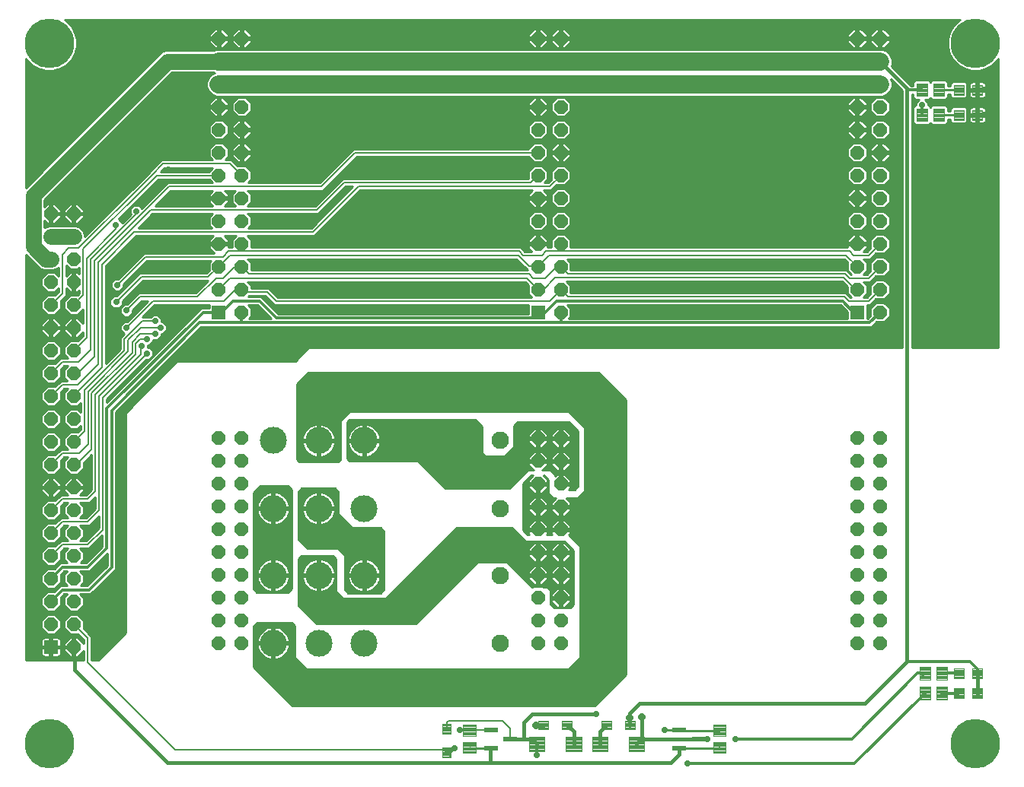
<source format=gtl>
G75*
%MOIN*%
%OFA0B0*%
%FSLAX25Y25*%
%IPPOS*%
%LPD*%
%AMOC8*
5,1,8,0,0,1.08239X$1,22.5*
%
%ADD10C,0.11811*%
%ADD11C,0.07677*%
%ADD12C,0.00394*%
%ADD13C,0.00402*%
%ADD14C,0.00396*%
%ADD15C,0.00409*%
%ADD16C,0.00378*%
%ADD17OC8,0.05906*%
%ADD18R,0.05906X0.05906*%
%ADD19C,0.21654*%
%ADD20C,0.01000*%
%ADD21C,0.01600*%
%ADD22OC8,0.02781*%
%ADD23C,0.01200*%
%ADD24C,0.00800*%
%ADD25OC8,0.03175*%
%ADD26R,0.02781X0.02781*%
%ADD27C,0.07000*%
%ADD28C,0.08000*%
D10*
X0165705Y0080512D03*
X0185547Y0080512D03*
X0205390Y0080512D03*
X0205390Y0110276D03*
X0185547Y0110276D03*
X0165705Y0110276D03*
X0165705Y0139567D03*
X0185547Y0139567D03*
X0205390Y0139567D03*
X0205390Y0169331D03*
X0185547Y0169331D03*
X0165705Y0169331D03*
D11*
X0264917Y0169331D03*
X0264917Y0139567D03*
X0264917Y0110276D03*
X0264917Y0080512D03*
D12*
X0281863Y0042807D02*
X0286193Y0042807D01*
X0281863Y0042807D02*
X0281863Y0046349D01*
X0286193Y0046349D01*
X0286193Y0042807D01*
X0286193Y0043200D02*
X0281863Y0043200D01*
X0281863Y0043593D02*
X0286193Y0043593D01*
X0286193Y0043986D02*
X0281863Y0043986D01*
X0281863Y0044379D02*
X0286193Y0044379D01*
X0286193Y0044772D02*
X0281863Y0044772D01*
X0281863Y0045165D02*
X0286193Y0045165D01*
X0286193Y0045558D02*
X0281863Y0045558D01*
X0281863Y0045951D02*
X0286193Y0045951D01*
X0286193Y0046344D02*
X0281863Y0046344D01*
X0292099Y0042807D02*
X0296429Y0042807D01*
X0292099Y0042807D02*
X0292099Y0046349D01*
X0296429Y0046349D01*
X0296429Y0042807D01*
X0296429Y0043200D02*
X0292099Y0043200D01*
X0292099Y0043593D02*
X0296429Y0043593D01*
X0296429Y0043986D02*
X0292099Y0043986D01*
X0292099Y0044379D02*
X0296429Y0044379D01*
X0296429Y0044772D02*
X0292099Y0044772D01*
X0292099Y0045165D02*
X0296429Y0045165D01*
X0296429Y0045558D02*
X0292099Y0045558D01*
X0292099Y0045951D02*
X0296429Y0045951D01*
X0296429Y0046344D02*
X0292099Y0046344D01*
X0309363Y0046349D02*
X0313693Y0046349D01*
X0313693Y0042807D01*
X0309363Y0042807D01*
X0309363Y0046349D01*
X0309363Y0043200D02*
X0313693Y0043200D01*
X0313693Y0043593D02*
X0309363Y0043593D01*
X0309363Y0043986D02*
X0313693Y0043986D01*
X0313693Y0044379D02*
X0309363Y0044379D01*
X0309363Y0044772D02*
X0313693Y0044772D01*
X0313693Y0045165D02*
X0309363Y0045165D01*
X0309363Y0045558D02*
X0313693Y0045558D01*
X0313693Y0045951D02*
X0309363Y0045951D01*
X0309363Y0046344D02*
X0313693Y0046344D01*
X0319599Y0046349D02*
X0323929Y0046349D01*
X0323929Y0042807D01*
X0319599Y0042807D01*
X0319599Y0046349D01*
X0319599Y0043200D02*
X0323929Y0043200D01*
X0323929Y0043593D02*
X0319599Y0043593D01*
X0319599Y0043986D02*
X0323929Y0043986D01*
X0323929Y0044379D02*
X0319599Y0044379D01*
X0319599Y0044772D02*
X0323929Y0044772D01*
X0323929Y0045165D02*
X0319599Y0045165D01*
X0319599Y0045558D02*
X0323929Y0045558D01*
X0323929Y0045951D02*
X0319599Y0045951D01*
X0319599Y0046344D02*
X0323929Y0046344D01*
X0239875Y0045111D02*
X0239875Y0040781D01*
X0239875Y0045111D02*
X0243417Y0045111D01*
X0243417Y0040781D01*
X0239875Y0040781D01*
X0239875Y0041174D02*
X0243417Y0041174D01*
X0243417Y0041567D02*
X0239875Y0041567D01*
X0239875Y0041960D02*
X0243417Y0041960D01*
X0243417Y0042353D02*
X0239875Y0042353D01*
X0239875Y0042746D02*
X0243417Y0042746D01*
X0243417Y0043139D02*
X0239875Y0043139D01*
X0239875Y0043532D02*
X0243417Y0043532D01*
X0243417Y0043925D02*
X0239875Y0043925D01*
X0239875Y0044318D02*
X0243417Y0044318D01*
X0243417Y0044711D02*
X0239875Y0044711D01*
X0239875Y0045104D02*
X0243417Y0045104D01*
X0239875Y0034874D02*
X0239875Y0030544D01*
X0239875Y0034874D02*
X0243417Y0034874D01*
X0243417Y0030544D01*
X0239875Y0030544D01*
X0239875Y0030937D02*
X0243417Y0030937D01*
X0243417Y0031330D02*
X0239875Y0031330D01*
X0239875Y0031723D02*
X0243417Y0031723D01*
X0243417Y0032116D02*
X0239875Y0032116D01*
X0239875Y0032509D02*
X0243417Y0032509D01*
X0243417Y0032902D02*
X0239875Y0032902D01*
X0239875Y0033295D02*
X0243417Y0033295D01*
X0243417Y0033688D02*
X0239875Y0033688D01*
X0239875Y0034081D02*
X0243417Y0034081D01*
X0243417Y0034474D02*
X0239875Y0034474D01*
X0239875Y0034867D02*
X0243417Y0034867D01*
D13*
X0277733Y0033133D02*
X0284417Y0033133D01*
X0277733Y0033133D02*
X0277733Y0039423D01*
X0284417Y0039423D01*
X0284417Y0033133D01*
X0284417Y0033534D02*
X0277733Y0033534D01*
X0277733Y0033935D02*
X0284417Y0033935D01*
X0284417Y0034336D02*
X0277733Y0034336D01*
X0277733Y0034737D02*
X0284417Y0034737D01*
X0284417Y0035138D02*
X0277733Y0035138D01*
X0277733Y0035539D02*
X0284417Y0035539D01*
X0284417Y0035940D02*
X0277733Y0035940D01*
X0277733Y0036341D02*
X0284417Y0036341D01*
X0284417Y0036742D02*
X0277733Y0036742D01*
X0277733Y0037143D02*
X0284417Y0037143D01*
X0284417Y0037544D02*
X0277733Y0037544D01*
X0277733Y0037945D02*
X0284417Y0037945D01*
X0284417Y0038346D02*
X0277733Y0038346D01*
X0277733Y0038747D02*
X0284417Y0038747D01*
X0284417Y0039148D02*
X0277733Y0039148D01*
X0293875Y0033133D02*
X0300559Y0033133D01*
X0293875Y0033133D02*
X0293875Y0039423D01*
X0300559Y0039423D01*
X0300559Y0033133D01*
X0300559Y0033534D02*
X0293875Y0033534D01*
X0293875Y0033935D02*
X0300559Y0033935D01*
X0300559Y0034336D02*
X0293875Y0034336D01*
X0293875Y0034737D02*
X0300559Y0034737D01*
X0300559Y0035138D02*
X0293875Y0035138D01*
X0293875Y0035539D02*
X0300559Y0035539D01*
X0300559Y0035940D02*
X0293875Y0035940D01*
X0293875Y0036341D02*
X0300559Y0036341D01*
X0300559Y0036742D02*
X0293875Y0036742D01*
X0293875Y0037143D02*
X0300559Y0037143D01*
X0300559Y0037544D02*
X0293875Y0037544D01*
X0293875Y0037945D02*
X0300559Y0037945D01*
X0300559Y0038346D02*
X0293875Y0038346D01*
X0293875Y0038747D02*
X0300559Y0038747D01*
X0300559Y0039148D02*
X0293875Y0039148D01*
X0305233Y0039423D02*
X0311917Y0039423D01*
X0311917Y0033133D01*
X0305233Y0033133D01*
X0305233Y0039423D01*
X0305233Y0033534D02*
X0311917Y0033534D01*
X0311917Y0033935D02*
X0305233Y0033935D01*
X0305233Y0034336D02*
X0311917Y0034336D01*
X0311917Y0034737D02*
X0305233Y0034737D01*
X0305233Y0035138D02*
X0311917Y0035138D01*
X0311917Y0035539D02*
X0305233Y0035539D01*
X0305233Y0035940D02*
X0311917Y0035940D01*
X0311917Y0036341D02*
X0305233Y0036341D01*
X0305233Y0036742D02*
X0311917Y0036742D01*
X0311917Y0037143D02*
X0305233Y0037143D01*
X0305233Y0037544D02*
X0311917Y0037544D01*
X0311917Y0037945D02*
X0305233Y0037945D01*
X0305233Y0038346D02*
X0311917Y0038346D01*
X0311917Y0038747D02*
X0305233Y0038747D01*
X0305233Y0039148D02*
X0311917Y0039148D01*
X0321375Y0039423D02*
X0328059Y0039423D01*
X0328059Y0033133D01*
X0321375Y0033133D01*
X0321375Y0039423D01*
X0321375Y0033534D02*
X0328059Y0033534D01*
X0328059Y0033935D02*
X0321375Y0033935D01*
X0321375Y0034336D02*
X0328059Y0034336D01*
X0328059Y0034737D02*
X0321375Y0034737D01*
X0321375Y0035138D02*
X0328059Y0035138D01*
X0328059Y0035539D02*
X0321375Y0035539D01*
X0321375Y0035940D02*
X0328059Y0035940D01*
X0328059Y0036341D02*
X0321375Y0036341D01*
X0321375Y0036742D02*
X0328059Y0036742D01*
X0328059Y0037143D02*
X0321375Y0037143D01*
X0321375Y0037544D02*
X0328059Y0037544D01*
X0328059Y0037945D02*
X0321375Y0037945D01*
X0321375Y0038346D02*
X0328059Y0038346D01*
X0328059Y0038747D02*
X0321375Y0038747D01*
X0321375Y0039148D02*
X0328059Y0039148D01*
D14*
X0340544Y0041626D02*
X0346148Y0041626D01*
X0340544Y0041626D02*
X0340544Y0043430D01*
X0346148Y0043430D01*
X0346148Y0041626D01*
X0346148Y0042021D02*
X0340544Y0042021D01*
X0340544Y0042416D02*
X0346148Y0042416D01*
X0346148Y0042811D02*
X0340544Y0042811D01*
X0340544Y0043206D02*
X0346148Y0043206D01*
X0349044Y0037626D02*
X0354648Y0037626D01*
X0349044Y0037626D02*
X0349044Y0039430D01*
X0354648Y0039430D01*
X0354648Y0037626D01*
X0354648Y0038021D02*
X0349044Y0038021D01*
X0349044Y0038416D02*
X0354648Y0038416D01*
X0354648Y0038811D02*
X0349044Y0038811D01*
X0349044Y0039206D02*
X0354648Y0039206D01*
X0346148Y0033626D02*
X0340544Y0033626D01*
X0340544Y0035430D01*
X0346148Y0035430D01*
X0346148Y0033626D01*
X0346148Y0034021D02*
X0340544Y0034021D01*
X0340544Y0034416D02*
X0346148Y0034416D01*
X0346148Y0034811D02*
X0340544Y0034811D01*
X0340544Y0035206D02*
X0346148Y0035206D01*
X0272148Y0037626D02*
X0266544Y0037626D01*
X0266544Y0039430D01*
X0272148Y0039430D01*
X0272148Y0037626D01*
X0272148Y0038021D02*
X0266544Y0038021D01*
X0266544Y0038416D02*
X0272148Y0038416D01*
X0272148Y0038811D02*
X0266544Y0038811D01*
X0266544Y0039206D02*
X0272148Y0039206D01*
X0263648Y0041626D02*
X0258044Y0041626D01*
X0258044Y0043430D01*
X0263648Y0043430D01*
X0263648Y0041626D01*
X0263648Y0042021D02*
X0258044Y0042021D01*
X0258044Y0042416D02*
X0263648Y0042416D01*
X0263648Y0042811D02*
X0258044Y0042811D01*
X0258044Y0043206D02*
X0263648Y0043206D01*
X0263648Y0033626D02*
X0258044Y0033626D01*
X0258044Y0035430D01*
X0263648Y0035430D01*
X0263648Y0033626D01*
X0263648Y0034021D02*
X0258044Y0034021D01*
X0258044Y0034416D02*
X0263648Y0034416D01*
X0263648Y0034811D02*
X0258044Y0034811D01*
X0258044Y0035206D02*
X0263648Y0035206D01*
D15*
X0254345Y0037142D02*
X0254345Y0032432D01*
X0248847Y0032432D01*
X0248847Y0037142D01*
X0254345Y0037142D01*
X0254345Y0032840D02*
X0248847Y0032840D01*
X0248847Y0033248D02*
X0254345Y0033248D01*
X0254345Y0033656D02*
X0248847Y0033656D01*
X0248847Y0034064D02*
X0254345Y0034064D01*
X0254345Y0034472D02*
X0248847Y0034472D01*
X0248847Y0034880D02*
X0254345Y0034880D01*
X0254345Y0035288D02*
X0248847Y0035288D01*
X0248847Y0035696D02*
X0254345Y0035696D01*
X0254345Y0036104D02*
X0248847Y0036104D01*
X0248847Y0036512D02*
X0254345Y0036512D01*
X0254345Y0036920D02*
X0248847Y0036920D01*
X0254345Y0039913D02*
X0254345Y0044623D01*
X0254345Y0039913D02*
X0248847Y0039913D01*
X0248847Y0044623D01*
X0254345Y0044623D01*
X0254345Y0040321D02*
X0248847Y0040321D01*
X0248847Y0040729D02*
X0254345Y0040729D01*
X0254345Y0041137D02*
X0248847Y0041137D01*
X0248847Y0041545D02*
X0254345Y0041545D01*
X0254345Y0041953D02*
X0248847Y0041953D01*
X0248847Y0042361D02*
X0254345Y0042361D01*
X0254345Y0042769D02*
X0248847Y0042769D01*
X0248847Y0043177D02*
X0254345Y0043177D01*
X0254345Y0043585D02*
X0248847Y0043585D01*
X0248847Y0043993D02*
X0254345Y0043993D01*
X0254345Y0044401D02*
X0248847Y0044401D01*
X0363845Y0044623D02*
X0363845Y0039913D01*
X0358347Y0039913D01*
X0358347Y0044623D01*
X0363845Y0044623D01*
X0363845Y0040321D02*
X0358347Y0040321D01*
X0358347Y0040729D02*
X0363845Y0040729D01*
X0363845Y0041137D02*
X0358347Y0041137D01*
X0358347Y0041545D02*
X0363845Y0041545D01*
X0363845Y0041953D02*
X0358347Y0041953D01*
X0358347Y0042361D02*
X0363845Y0042361D01*
X0363845Y0042769D02*
X0358347Y0042769D01*
X0358347Y0043177D02*
X0363845Y0043177D01*
X0363845Y0043585D02*
X0358347Y0043585D01*
X0358347Y0043993D02*
X0363845Y0043993D01*
X0363845Y0044401D02*
X0358347Y0044401D01*
X0363845Y0037142D02*
X0363845Y0032432D01*
X0358347Y0032432D01*
X0358347Y0037142D01*
X0363845Y0037142D01*
X0363845Y0032840D02*
X0358347Y0032840D01*
X0358347Y0033248D02*
X0363845Y0033248D01*
X0363845Y0033656D02*
X0358347Y0033656D01*
X0358347Y0034064D02*
X0363845Y0034064D01*
X0363845Y0034472D02*
X0358347Y0034472D01*
X0358347Y0034880D02*
X0363845Y0034880D01*
X0363845Y0035288D02*
X0358347Y0035288D01*
X0358347Y0035696D02*
X0363845Y0035696D01*
X0363845Y0036104D02*
X0358347Y0036104D01*
X0358347Y0036512D02*
X0363845Y0036512D01*
X0363845Y0036920D02*
X0358347Y0036920D01*
X0448601Y0061327D02*
X0453311Y0061327D01*
X0453311Y0055829D01*
X0448601Y0055829D01*
X0448601Y0061327D01*
X0448601Y0056237D02*
X0453311Y0056237D01*
X0453311Y0056645D02*
X0448601Y0056645D01*
X0448601Y0057053D02*
X0453311Y0057053D01*
X0453311Y0057461D02*
X0448601Y0057461D01*
X0448601Y0057869D02*
X0453311Y0057869D01*
X0453311Y0058277D02*
X0448601Y0058277D01*
X0448601Y0058685D02*
X0453311Y0058685D01*
X0453311Y0059093D02*
X0448601Y0059093D01*
X0448601Y0059501D02*
X0453311Y0059501D01*
X0453311Y0059909D02*
X0448601Y0059909D01*
X0448601Y0060317D02*
X0453311Y0060317D01*
X0453311Y0060725D02*
X0448601Y0060725D01*
X0448601Y0061133D02*
X0453311Y0061133D01*
X0456081Y0061327D02*
X0460791Y0061327D01*
X0460791Y0055829D01*
X0456081Y0055829D01*
X0456081Y0061327D01*
X0456081Y0056237D02*
X0460791Y0056237D01*
X0460791Y0056645D02*
X0456081Y0056645D01*
X0456081Y0057053D02*
X0460791Y0057053D01*
X0460791Y0057461D02*
X0456081Y0057461D01*
X0456081Y0057869D02*
X0460791Y0057869D01*
X0460791Y0058277D02*
X0456081Y0058277D01*
X0456081Y0058685D02*
X0460791Y0058685D01*
X0460791Y0059093D02*
X0456081Y0059093D01*
X0456081Y0059501D02*
X0460791Y0059501D01*
X0460791Y0059909D02*
X0456081Y0059909D01*
X0456081Y0060317D02*
X0460791Y0060317D01*
X0460791Y0060725D02*
X0456081Y0060725D01*
X0456081Y0061133D02*
X0460791Y0061133D01*
X0460791Y0070077D02*
X0456081Y0070077D01*
X0460791Y0070077D02*
X0460791Y0064579D01*
X0456081Y0064579D01*
X0456081Y0070077D01*
X0456081Y0064987D02*
X0460791Y0064987D01*
X0460791Y0065395D02*
X0456081Y0065395D01*
X0456081Y0065803D02*
X0460791Y0065803D01*
X0460791Y0066211D02*
X0456081Y0066211D01*
X0456081Y0066619D02*
X0460791Y0066619D01*
X0460791Y0067027D02*
X0456081Y0067027D01*
X0456081Y0067435D02*
X0460791Y0067435D01*
X0460791Y0067843D02*
X0456081Y0067843D01*
X0456081Y0068251D02*
X0460791Y0068251D01*
X0460791Y0068659D02*
X0456081Y0068659D01*
X0456081Y0069067D02*
X0460791Y0069067D01*
X0460791Y0069475D02*
X0456081Y0069475D01*
X0456081Y0069883D02*
X0460791Y0069883D01*
X0453311Y0070077D02*
X0448601Y0070077D01*
X0453311Y0070077D02*
X0453311Y0064579D01*
X0448601Y0064579D01*
X0448601Y0070077D01*
X0448601Y0064987D02*
X0453311Y0064987D01*
X0453311Y0065395D02*
X0448601Y0065395D01*
X0448601Y0065803D02*
X0453311Y0065803D01*
X0453311Y0066211D02*
X0448601Y0066211D01*
X0448601Y0066619D02*
X0453311Y0066619D01*
X0453311Y0067027D02*
X0448601Y0067027D01*
X0448601Y0067435D02*
X0453311Y0067435D01*
X0453311Y0067843D02*
X0448601Y0067843D01*
X0448601Y0068251D02*
X0453311Y0068251D01*
X0453311Y0068659D02*
X0448601Y0068659D01*
X0448601Y0069067D02*
X0453311Y0069067D01*
X0453311Y0069475D02*
X0448601Y0069475D01*
X0448601Y0069883D02*
X0453311Y0069883D01*
X0452011Y0309279D02*
X0447301Y0309279D01*
X0447301Y0314777D01*
X0452011Y0314777D01*
X0452011Y0309279D01*
X0452011Y0309687D02*
X0447301Y0309687D01*
X0447301Y0310095D02*
X0452011Y0310095D01*
X0452011Y0310503D02*
X0447301Y0310503D01*
X0447301Y0310911D02*
X0452011Y0310911D01*
X0452011Y0311319D02*
X0447301Y0311319D01*
X0447301Y0311727D02*
X0452011Y0311727D01*
X0452011Y0312135D02*
X0447301Y0312135D01*
X0447301Y0312543D02*
X0452011Y0312543D01*
X0452011Y0312951D02*
X0447301Y0312951D01*
X0447301Y0313359D02*
X0452011Y0313359D01*
X0452011Y0313767D02*
X0447301Y0313767D01*
X0447301Y0314175D02*
X0452011Y0314175D01*
X0452011Y0314583D02*
X0447301Y0314583D01*
X0447301Y0320279D02*
X0452011Y0320279D01*
X0447301Y0320279D02*
X0447301Y0325777D01*
X0452011Y0325777D01*
X0452011Y0320279D01*
X0452011Y0320687D02*
X0447301Y0320687D01*
X0447301Y0321095D02*
X0452011Y0321095D01*
X0452011Y0321503D02*
X0447301Y0321503D01*
X0447301Y0321911D02*
X0452011Y0321911D01*
X0452011Y0322319D02*
X0447301Y0322319D01*
X0447301Y0322727D02*
X0452011Y0322727D01*
X0452011Y0323135D02*
X0447301Y0323135D01*
X0447301Y0323543D02*
X0452011Y0323543D01*
X0452011Y0323951D02*
X0447301Y0323951D01*
X0447301Y0324359D02*
X0452011Y0324359D01*
X0452011Y0324767D02*
X0447301Y0324767D01*
X0447301Y0325175D02*
X0452011Y0325175D01*
X0452011Y0325583D02*
X0447301Y0325583D01*
X0454781Y0320279D02*
X0459491Y0320279D01*
X0454781Y0320279D02*
X0454781Y0325777D01*
X0459491Y0325777D01*
X0459491Y0320279D01*
X0459491Y0320687D02*
X0454781Y0320687D01*
X0454781Y0321095D02*
X0459491Y0321095D01*
X0459491Y0321503D02*
X0454781Y0321503D01*
X0454781Y0321911D02*
X0459491Y0321911D01*
X0459491Y0322319D02*
X0454781Y0322319D01*
X0454781Y0322727D02*
X0459491Y0322727D01*
X0459491Y0323135D02*
X0454781Y0323135D01*
X0454781Y0323543D02*
X0459491Y0323543D01*
X0459491Y0323951D02*
X0454781Y0323951D01*
X0454781Y0324359D02*
X0459491Y0324359D01*
X0459491Y0324767D02*
X0454781Y0324767D01*
X0454781Y0325175D02*
X0459491Y0325175D01*
X0459491Y0325583D02*
X0454781Y0325583D01*
X0454781Y0309279D02*
X0459491Y0309279D01*
X0454781Y0309279D02*
X0454781Y0314777D01*
X0459491Y0314777D01*
X0459491Y0309279D01*
X0459491Y0309687D02*
X0454781Y0309687D01*
X0454781Y0310095D02*
X0459491Y0310095D01*
X0459491Y0310503D02*
X0454781Y0310503D01*
X0454781Y0310911D02*
X0459491Y0310911D01*
X0459491Y0311319D02*
X0454781Y0311319D01*
X0454781Y0311727D02*
X0459491Y0311727D01*
X0459491Y0312135D02*
X0454781Y0312135D01*
X0454781Y0312543D02*
X0459491Y0312543D01*
X0459491Y0312951D02*
X0454781Y0312951D01*
X0454781Y0313359D02*
X0459491Y0313359D01*
X0459491Y0313767D02*
X0454781Y0313767D01*
X0454781Y0314175D02*
X0459491Y0314175D01*
X0459491Y0314583D02*
X0454781Y0314583D01*
D16*
X0463589Y0314201D02*
X0463589Y0309855D01*
X0463589Y0314201D02*
X0467935Y0314201D01*
X0467935Y0309855D01*
X0463589Y0309855D01*
X0463589Y0310232D02*
X0467935Y0310232D01*
X0467935Y0310609D02*
X0463589Y0310609D01*
X0463589Y0310986D02*
X0467935Y0310986D01*
X0467935Y0311363D02*
X0463589Y0311363D01*
X0463589Y0311740D02*
X0467935Y0311740D01*
X0467935Y0312117D02*
X0463589Y0312117D01*
X0463589Y0312494D02*
X0467935Y0312494D01*
X0467935Y0312871D02*
X0463589Y0312871D01*
X0463589Y0313248D02*
X0467935Y0313248D01*
X0467935Y0313625D02*
X0463589Y0313625D01*
X0463589Y0314002D02*
X0467935Y0314002D01*
X0471857Y0314201D02*
X0471857Y0309855D01*
X0471857Y0314201D02*
X0476203Y0314201D01*
X0476203Y0309855D01*
X0471857Y0309855D01*
X0471857Y0310232D02*
X0476203Y0310232D01*
X0476203Y0310609D02*
X0471857Y0310609D01*
X0471857Y0310986D02*
X0476203Y0310986D01*
X0476203Y0311363D02*
X0471857Y0311363D01*
X0471857Y0311740D02*
X0476203Y0311740D01*
X0476203Y0312117D02*
X0471857Y0312117D01*
X0471857Y0312494D02*
X0476203Y0312494D01*
X0476203Y0312871D02*
X0471857Y0312871D01*
X0471857Y0313248D02*
X0476203Y0313248D01*
X0476203Y0313625D02*
X0471857Y0313625D01*
X0471857Y0314002D02*
X0476203Y0314002D01*
X0471857Y0320855D02*
X0471857Y0325201D01*
X0476203Y0325201D01*
X0476203Y0320855D01*
X0471857Y0320855D01*
X0471857Y0321232D02*
X0476203Y0321232D01*
X0476203Y0321609D02*
X0471857Y0321609D01*
X0471857Y0321986D02*
X0476203Y0321986D01*
X0476203Y0322363D02*
X0471857Y0322363D01*
X0471857Y0322740D02*
X0476203Y0322740D01*
X0476203Y0323117D02*
X0471857Y0323117D01*
X0471857Y0323494D02*
X0476203Y0323494D01*
X0476203Y0323871D02*
X0471857Y0323871D01*
X0471857Y0324248D02*
X0476203Y0324248D01*
X0476203Y0324625D02*
X0471857Y0324625D01*
X0471857Y0325002D02*
X0476203Y0325002D01*
X0463589Y0325201D02*
X0463589Y0320855D01*
X0463589Y0325201D02*
X0467935Y0325201D01*
X0467935Y0320855D01*
X0463589Y0320855D01*
X0463589Y0321232D02*
X0467935Y0321232D01*
X0467935Y0321609D02*
X0463589Y0321609D01*
X0463589Y0321986D02*
X0467935Y0321986D01*
X0467935Y0322363D02*
X0463589Y0322363D01*
X0463589Y0322740D02*
X0467935Y0322740D01*
X0467935Y0323117D02*
X0463589Y0323117D01*
X0463589Y0323494D02*
X0467935Y0323494D01*
X0467935Y0323871D02*
X0463589Y0323871D01*
X0463589Y0324248D02*
X0467935Y0324248D01*
X0467935Y0324625D02*
X0463589Y0324625D01*
X0463589Y0325002D02*
X0467935Y0325002D01*
X0467935Y0069501D02*
X0467935Y0065155D01*
X0463589Y0065155D01*
X0463589Y0069501D01*
X0467935Y0069501D01*
X0467935Y0065532D02*
X0463589Y0065532D01*
X0463589Y0065909D02*
X0467935Y0065909D01*
X0467935Y0066286D02*
X0463589Y0066286D01*
X0463589Y0066663D02*
X0467935Y0066663D01*
X0467935Y0067040D02*
X0463589Y0067040D01*
X0463589Y0067417D02*
X0467935Y0067417D01*
X0467935Y0067794D02*
X0463589Y0067794D01*
X0463589Y0068171D02*
X0467935Y0068171D01*
X0467935Y0068548D02*
X0463589Y0068548D01*
X0463589Y0068925D02*
X0467935Y0068925D01*
X0467935Y0069302D02*
X0463589Y0069302D01*
X0476203Y0069501D02*
X0476203Y0065155D01*
X0471857Y0065155D01*
X0471857Y0069501D01*
X0476203Y0069501D01*
X0476203Y0065532D02*
X0471857Y0065532D01*
X0471857Y0065909D02*
X0476203Y0065909D01*
X0476203Y0066286D02*
X0471857Y0066286D01*
X0471857Y0066663D02*
X0476203Y0066663D01*
X0476203Y0067040D02*
X0471857Y0067040D01*
X0471857Y0067417D02*
X0476203Y0067417D01*
X0476203Y0067794D02*
X0471857Y0067794D01*
X0471857Y0068171D02*
X0476203Y0068171D01*
X0476203Y0068548D02*
X0471857Y0068548D01*
X0471857Y0068925D02*
X0476203Y0068925D01*
X0476203Y0069302D02*
X0471857Y0069302D01*
X0476203Y0060751D02*
X0476203Y0056405D01*
X0471857Y0056405D01*
X0471857Y0060751D01*
X0476203Y0060751D01*
X0476203Y0056782D02*
X0471857Y0056782D01*
X0471857Y0057159D02*
X0476203Y0057159D01*
X0476203Y0057536D02*
X0471857Y0057536D01*
X0471857Y0057913D02*
X0476203Y0057913D01*
X0476203Y0058290D02*
X0471857Y0058290D01*
X0471857Y0058667D02*
X0476203Y0058667D01*
X0476203Y0059044D02*
X0471857Y0059044D01*
X0471857Y0059421D02*
X0476203Y0059421D01*
X0476203Y0059798D02*
X0471857Y0059798D01*
X0471857Y0060175D02*
X0476203Y0060175D01*
X0476203Y0060552D02*
X0471857Y0060552D01*
X0467935Y0060751D02*
X0467935Y0056405D01*
X0463589Y0056405D01*
X0463589Y0060751D01*
X0467935Y0060751D01*
X0467935Y0056782D02*
X0463589Y0056782D01*
X0463589Y0057159D02*
X0467935Y0057159D01*
X0467935Y0057536D02*
X0463589Y0057536D01*
X0463589Y0057913D02*
X0467935Y0057913D01*
X0467935Y0058290D02*
X0463589Y0058290D01*
X0463589Y0058667D02*
X0467935Y0058667D01*
X0467935Y0059044D02*
X0463589Y0059044D01*
X0463589Y0059421D02*
X0467935Y0059421D01*
X0467935Y0059798D02*
X0463589Y0059798D01*
X0463589Y0060175D02*
X0467935Y0060175D01*
X0467935Y0060552D02*
X0463589Y0060552D01*
D17*
X0431335Y0080350D03*
X0421335Y0080350D03*
X0421335Y0090350D03*
X0431335Y0090350D03*
X0431335Y0100350D03*
X0421335Y0100350D03*
X0421335Y0110350D03*
X0431335Y0110350D03*
X0431335Y0120350D03*
X0421335Y0120350D03*
X0421335Y0130350D03*
X0431335Y0130350D03*
X0431335Y0140350D03*
X0421335Y0140350D03*
X0421335Y0150350D03*
X0431335Y0150350D03*
X0431335Y0160350D03*
X0421335Y0160350D03*
X0421335Y0170350D03*
X0431335Y0170350D03*
X0431335Y0225547D03*
X0431335Y0235547D03*
X0421335Y0235547D03*
X0421335Y0245547D03*
X0431335Y0245547D03*
X0431335Y0255547D03*
X0431335Y0265547D03*
X0421335Y0265547D03*
X0421335Y0255547D03*
X0421335Y0275547D03*
X0431335Y0275547D03*
X0431335Y0285547D03*
X0431335Y0295547D03*
X0421335Y0295547D03*
X0421335Y0285547D03*
X0421335Y0305547D03*
X0431335Y0305547D03*
X0431335Y0315547D03*
X0421335Y0315547D03*
X0421335Y0325547D03*
X0431335Y0325547D03*
X0431335Y0335547D03*
X0421335Y0335547D03*
X0421335Y0345547D03*
X0431335Y0345547D03*
X0291571Y0345547D03*
X0281571Y0345547D03*
X0281571Y0335547D03*
X0281571Y0325547D03*
X0291571Y0325547D03*
X0291571Y0335547D03*
X0291571Y0315547D03*
X0281571Y0315547D03*
X0281571Y0305547D03*
X0291571Y0305547D03*
X0291571Y0295547D03*
X0291571Y0285547D03*
X0281571Y0285547D03*
X0281571Y0295547D03*
X0281571Y0275547D03*
X0291571Y0275547D03*
X0291571Y0265547D03*
X0291571Y0255547D03*
X0281571Y0255547D03*
X0281571Y0265547D03*
X0281571Y0245547D03*
X0291571Y0245547D03*
X0291571Y0235547D03*
X0291571Y0225547D03*
X0281571Y0235547D03*
X0281571Y0170350D03*
X0291571Y0170350D03*
X0291571Y0160350D03*
X0291571Y0150350D03*
X0281571Y0150350D03*
X0281571Y0160350D03*
X0281571Y0140350D03*
X0291571Y0140350D03*
X0291571Y0130350D03*
X0291571Y0120350D03*
X0281571Y0120350D03*
X0281571Y0130350D03*
X0281571Y0110350D03*
X0291571Y0110350D03*
X0291571Y0100350D03*
X0291571Y0090350D03*
X0281571Y0090350D03*
X0281571Y0100350D03*
X0281571Y0080350D03*
X0291571Y0080350D03*
X0151807Y0080350D03*
X0141807Y0080350D03*
X0141807Y0090350D03*
X0151807Y0090350D03*
X0151807Y0100350D03*
X0141807Y0100350D03*
X0141807Y0110350D03*
X0151807Y0110350D03*
X0151807Y0120350D03*
X0141807Y0120350D03*
X0141807Y0130350D03*
X0151807Y0130350D03*
X0151807Y0140350D03*
X0141807Y0140350D03*
X0141807Y0150350D03*
X0151807Y0150350D03*
X0151807Y0160350D03*
X0141807Y0160350D03*
X0141807Y0170350D03*
X0151807Y0170350D03*
X0151807Y0225547D03*
X0151807Y0235547D03*
X0141807Y0235547D03*
X0141807Y0245547D03*
X0151807Y0245547D03*
X0151807Y0255547D03*
X0141807Y0255547D03*
X0141807Y0265547D03*
X0151807Y0265547D03*
X0151807Y0275547D03*
X0141807Y0275547D03*
X0141807Y0285547D03*
X0151807Y0285547D03*
X0151807Y0295547D03*
X0141807Y0295547D03*
X0141807Y0305547D03*
X0151807Y0305547D03*
X0151807Y0315547D03*
X0141807Y0315547D03*
X0141807Y0325547D03*
X0151807Y0325547D03*
X0151807Y0335547D03*
X0141807Y0335547D03*
X0141807Y0345547D03*
X0151807Y0345547D03*
X0078343Y0268776D03*
X0078343Y0258776D03*
X0068343Y0258776D03*
X0068343Y0268776D03*
X0068343Y0248776D03*
X0078343Y0248776D03*
X0078343Y0238776D03*
X0078343Y0228776D03*
X0068343Y0228776D03*
X0068343Y0238776D03*
X0068343Y0218776D03*
X0078343Y0218776D03*
X0078343Y0208776D03*
X0078343Y0198776D03*
X0068343Y0198776D03*
X0068343Y0208776D03*
X0068343Y0188776D03*
X0078343Y0188776D03*
X0078343Y0178776D03*
X0078343Y0168776D03*
X0068343Y0168776D03*
X0068343Y0178776D03*
X0068343Y0158776D03*
X0078343Y0158776D03*
X0078343Y0148776D03*
X0078343Y0138776D03*
X0068343Y0138776D03*
X0068343Y0148776D03*
X0068343Y0128776D03*
X0078343Y0128776D03*
X0078343Y0118776D03*
X0078343Y0108776D03*
X0068343Y0108776D03*
X0068343Y0118776D03*
X0068343Y0098776D03*
X0078343Y0098776D03*
X0078343Y0088776D03*
X0078343Y0078776D03*
X0068343Y0088776D03*
D18*
X0068343Y0078776D03*
X0141807Y0225547D03*
X0281571Y0225547D03*
X0421335Y0225547D03*
D19*
X0067555Y0036492D03*
X0067555Y0343579D03*
X0473067Y0343579D03*
X0473067Y0036492D03*
D20*
X0361096Y0034787D02*
X0360586Y0034278D01*
X0343396Y0034278D01*
X0343606Y0042268D02*
X0343346Y0042528D01*
X0337146Y0042528D01*
X0343606Y0042268D02*
X0361096Y0042268D01*
X0355646Y0038528D02*
X0351846Y0038528D01*
X0320146Y0066778D02*
X0306396Y0053028D01*
X0174146Y0053028D01*
X0157146Y0070028D01*
X0157146Y0088028D01*
X0158646Y0089528D01*
X0173646Y0089528D01*
X0175146Y0088028D01*
X0175146Y0074028D01*
X0180146Y0069028D01*
X0295146Y0069028D01*
X0300146Y0074028D01*
X0300146Y0123028D01*
X0295204Y0127969D01*
X0295824Y0128589D01*
X0295824Y0129866D01*
X0292055Y0129866D01*
X0292055Y0130835D01*
X0291087Y0130835D01*
X0291087Y0134603D01*
X0289809Y0134603D01*
X0287318Y0132112D01*
X0287318Y0130835D01*
X0291087Y0130835D01*
X0291087Y0129866D01*
X0287318Y0129866D01*
X0287318Y0128589D01*
X0287879Y0128028D01*
X0285262Y0128028D01*
X0285824Y0128589D01*
X0285824Y0129866D01*
X0282055Y0129866D01*
X0282055Y0130835D01*
X0281087Y0130835D01*
X0281087Y0134603D01*
X0279809Y0134603D01*
X0277318Y0132112D01*
X0277318Y0130835D01*
X0281087Y0130835D01*
X0281087Y0129866D01*
X0277318Y0129866D01*
X0277318Y0128589D01*
X0277879Y0128028D01*
X0277146Y0128028D01*
X0275146Y0130028D01*
X0275146Y0150528D01*
X0278646Y0154028D01*
X0279234Y0154028D01*
X0277318Y0152112D01*
X0277318Y0150835D01*
X0281087Y0150835D01*
X0281087Y0149866D01*
X0282055Y0149866D01*
X0282055Y0146098D01*
X0283332Y0146098D01*
X0285824Y0148589D01*
X0285824Y0149866D01*
X0282055Y0149866D01*
X0282055Y0150835D01*
X0285824Y0150835D01*
X0285824Y0152112D01*
X0283908Y0154028D01*
X0284146Y0154028D01*
X0286146Y0152028D01*
X0286146Y0146028D01*
X0288146Y0144028D01*
X0289234Y0144028D01*
X0287318Y0142112D01*
X0287318Y0140835D01*
X0291087Y0140835D01*
X0291087Y0139866D01*
X0292055Y0139866D01*
X0292055Y0136098D01*
X0293332Y0136098D01*
X0295824Y0138589D01*
X0295824Y0139866D01*
X0292055Y0139866D01*
X0292055Y0140835D01*
X0295824Y0140835D01*
X0295824Y0142112D01*
X0293908Y0144028D01*
X0299146Y0144028D01*
X0302146Y0147028D01*
X0302146Y0175028D01*
X0295146Y0182028D01*
X0199146Y0182028D01*
X0195146Y0178028D01*
X0195146Y0161028D01*
X0194146Y0160028D01*
X0177146Y0160028D01*
X0176146Y0161028D01*
X0176146Y0194028D01*
X0181146Y0199028D01*
X0308146Y0199028D01*
X0320146Y0187028D01*
X0320146Y0066778D01*
X0320146Y0066932D02*
X0160241Y0066932D01*
X0161239Y0065934D02*
X0319302Y0065934D01*
X0318303Y0064935D02*
X0162238Y0064935D01*
X0163236Y0063937D02*
X0317305Y0063937D01*
X0316306Y0062938D02*
X0164235Y0062938D01*
X0165234Y0061940D02*
X0315308Y0061940D01*
X0314309Y0060941D02*
X0166232Y0060941D01*
X0167231Y0059943D02*
X0313311Y0059943D01*
X0312312Y0058944D02*
X0168229Y0058944D01*
X0169228Y0057946D02*
X0311314Y0057946D01*
X0310315Y0056947D02*
X0170226Y0056947D01*
X0171225Y0055949D02*
X0309317Y0055949D01*
X0308318Y0054950D02*
X0172223Y0054950D01*
X0173222Y0053952D02*
X0307320Y0053952D01*
X0320146Y0067931D02*
X0159242Y0067931D01*
X0158244Y0068929D02*
X0320146Y0068929D01*
X0320146Y0069928D02*
X0296046Y0069928D01*
X0297044Y0070926D02*
X0320146Y0070926D01*
X0320146Y0071925D02*
X0298043Y0071925D01*
X0299041Y0072923D02*
X0320146Y0072923D01*
X0320146Y0073922D02*
X0300040Y0073922D01*
X0300146Y0074920D02*
X0320146Y0074920D01*
X0320146Y0075919D02*
X0300146Y0075919D01*
X0300146Y0076917D02*
X0320146Y0076917D01*
X0320146Y0077916D02*
X0300146Y0077916D01*
X0300146Y0078914D02*
X0320146Y0078914D01*
X0320146Y0079913D02*
X0300146Y0079913D01*
X0300146Y0080911D02*
X0320146Y0080911D01*
X0320146Y0081910D02*
X0300146Y0081910D01*
X0300146Y0082908D02*
X0320146Y0082908D01*
X0320146Y0083907D02*
X0300146Y0083907D01*
X0300146Y0084905D02*
X0320146Y0084905D01*
X0320146Y0085904D02*
X0300146Y0085904D01*
X0300146Y0086903D02*
X0320146Y0086903D01*
X0320146Y0087901D02*
X0300146Y0087901D01*
X0300146Y0088900D02*
X0320146Y0088900D01*
X0320146Y0089898D02*
X0300146Y0089898D01*
X0300146Y0090897D02*
X0320146Y0090897D01*
X0320146Y0091895D02*
X0300146Y0091895D01*
X0300146Y0092894D02*
X0320146Y0092894D01*
X0320146Y0093892D02*
X0300146Y0093892D01*
X0300146Y0094891D02*
X0320146Y0094891D01*
X0320146Y0095889D02*
X0300146Y0095889D01*
X0300146Y0096888D02*
X0320146Y0096888D01*
X0320146Y0097886D02*
X0300146Y0097886D01*
X0300146Y0098885D02*
X0320146Y0098885D01*
X0320146Y0099883D02*
X0300146Y0099883D01*
X0300146Y0100882D02*
X0320146Y0100882D01*
X0320146Y0101880D02*
X0300146Y0101880D01*
X0300146Y0102879D02*
X0320146Y0102879D01*
X0320146Y0103877D02*
X0300146Y0103877D01*
X0300146Y0104876D02*
X0320146Y0104876D01*
X0320146Y0105874D02*
X0300146Y0105874D01*
X0300146Y0106873D02*
X0320146Y0106873D01*
X0320146Y0107871D02*
X0300146Y0107871D01*
X0300146Y0108870D02*
X0320146Y0108870D01*
X0320146Y0109868D02*
X0300146Y0109868D01*
X0300146Y0110867D02*
X0320146Y0110867D01*
X0320146Y0111865D02*
X0300146Y0111865D01*
X0300146Y0112864D02*
X0320146Y0112864D01*
X0320146Y0113862D02*
X0300146Y0113862D01*
X0300146Y0114861D02*
X0320146Y0114861D01*
X0320146Y0115859D02*
X0300146Y0115859D01*
X0300146Y0116858D02*
X0320146Y0116858D01*
X0320146Y0117856D02*
X0300146Y0117856D01*
X0300146Y0118855D02*
X0320146Y0118855D01*
X0320146Y0119853D02*
X0300146Y0119853D01*
X0300146Y0120852D02*
X0320146Y0120852D01*
X0320146Y0121850D02*
X0300146Y0121850D01*
X0300146Y0122849D02*
X0320146Y0122849D01*
X0320146Y0123847D02*
X0299326Y0123847D01*
X0298327Y0124846D02*
X0320146Y0124846D01*
X0320146Y0125844D02*
X0297329Y0125844D01*
X0296330Y0126843D02*
X0320146Y0126843D01*
X0320146Y0127841D02*
X0295332Y0127841D01*
X0295824Y0128840D02*
X0320146Y0128840D01*
X0320146Y0129838D02*
X0295824Y0129838D01*
X0295824Y0130835D02*
X0295824Y0132112D01*
X0293332Y0134603D01*
X0292055Y0134603D01*
X0292055Y0130835D01*
X0295824Y0130835D01*
X0295824Y0130837D02*
X0320146Y0130837D01*
X0320146Y0131836D02*
X0295824Y0131836D01*
X0295102Y0132834D02*
X0320146Y0132834D01*
X0320146Y0133833D02*
X0294103Y0133833D01*
X0292055Y0133833D02*
X0291087Y0133833D01*
X0291087Y0132834D02*
X0292055Y0132834D01*
X0292055Y0131836D02*
X0291087Y0131836D01*
X0291087Y0130837D02*
X0292055Y0130837D01*
X0289039Y0133833D02*
X0284103Y0133833D01*
X0283332Y0134603D02*
X0282055Y0134603D01*
X0282055Y0130835D01*
X0285824Y0130835D01*
X0285824Y0132112D01*
X0283332Y0134603D01*
X0282055Y0133833D02*
X0281087Y0133833D01*
X0281087Y0132834D02*
X0282055Y0132834D01*
X0282055Y0131836D02*
X0281087Y0131836D01*
X0281087Y0130837D02*
X0282055Y0130837D01*
X0285102Y0132834D02*
X0288040Y0132834D01*
X0287318Y0131836D02*
X0285824Y0131836D01*
X0285824Y0130837D02*
X0287318Y0130837D01*
X0287318Y0129838D02*
X0285824Y0129838D01*
X0285824Y0128840D02*
X0287318Y0128840D01*
X0289809Y0124603D02*
X0287318Y0122112D01*
X0287318Y0120835D01*
X0291087Y0120835D01*
X0291087Y0124603D01*
X0289809Y0124603D01*
X0289054Y0123847D02*
X0284088Y0123847D01*
X0283332Y0124603D02*
X0282055Y0124603D01*
X0282055Y0120835D01*
X0281087Y0120835D01*
X0281087Y0124603D01*
X0279809Y0124603D01*
X0277318Y0122112D01*
X0277318Y0120835D01*
X0281087Y0120835D01*
X0281087Y0119866D01*
X0282055Y0119866D01*
X0282055Y0116098D01*
X0283332Y0116098D01*
X0285824Y0118589D01*
X0285824Y0119866D01*
X0282055Y0119866D01*
X0282055Y0120835D01*
X0285824Y0120835D01*
X0285824Y0122112D01*
X0283332Y0124603D01*
X0282055Y0123847D02*
X0281087Y0123847D01*
X0281087Y0122849D02*
X0282055Y0122849D01*
X0282055Y0121850D02*
X0281087Y0121850D01*
X0281087Y0120852D02*
X0282055Y0120852D01*
X0282055Y0119853D02*
X0281087Y0119853D01*
X0281087Y0119866D02*
X0281087Y0116098D01*
X0279809Y0116098D01*
X0277318Y0118589D01*
X0277318Y0119866D01*
X0281087Y0119866D01*
X0281087Y0118855D02*
X0282055Y0118855D01*
X0282055Y0117856D02*
X0281087Y0117856D01*
X0281087Y0116858D02*
X0282055Y0116858D01*
X0284093Y0116858D02*
X0289049Y0116858D01*
X0289809Y0116098D02*
X0287318Y0118589D01*
X0287318Y0119866D01*
X0291087Y0119866D01*
X0292055Y0119866D01*
X0292055Y0116098D01*
X0293332Y0116098D01*
X0295824Y0118589D01*
X0295824Y0119866D01*
X0292055Y0119866D01*
X0292055Y0120835D01*
X0291087Y0120835D01*
X0291087Y0119866D01*
X0291087Y0116098D01*
X0289809Y0116098D01*
X0291087Y0116858D02*
X0292055Y0116858D01*
X0292055Y0117856D02*
X0291087Y0117856D01*
X0291087Y0118855D02*
X0292055Y0118855D01*
X0292055Y0119853D02*
X0291087Y0119853D01*
X0291087Y0120852D02*
X0292055Y0120852D01*
X0292055Y0120835D02*
X0292055Y0124603D01*
X0293332Y0124603D01*
X0295824Y0122112D01*
X0295824Y0120835D01*
X0292055Y0120835D01*
X0292055Y0121850D02*
X0291087Y0121850D01*
X0291087Y0122849D02*
X0292055Y0122849D01*
X0292055Y0123847D02*
X0291087Y0123847D01*
X0293146Y0125028D02*
X0297146Y0121028D01*
X0297146Y0097528D01*
X0295646Y0096028D01*
X0288646Y0096028D01*
X0287146Y0097528D01*
X0287146Y0103528D01*
X0285646Y0105028D01*
X0284039Y0105028D01*
X0283664Y0105403D01*
X0279478Y0105403D01*
X0279124Y0105049D01*
X0268146Y0116028D01*
X0266549Y0116028D01*
X0266099Y0116214D01*
X0263736Y0116214D01*
X0263286Y0116028D01*
X0255146Y0116028D01*
X0228146Y0089028D01*
X0184646Y0089028D01*
X0176646Y0097028D01*
X0176646Y0117278D01*
X0178146Y0118778D01*
X0191646Y0118778D01*
X0193146Y0117278D01*
X0193146Y0103028D01*
X0196146Y0100028D01*
X0215146Y0100028D01*
X0246146Y0131028D01*
X0270146Y0131028D01*
X0276146Y0125028D01*
X0293146Y0125028D01*
X0293327Y0124846D02*
X0239964Y0124846D01*
X0240963Y0125844D02*
X0275329Y0125844D01*
X0274330Y0126843D02*
X0241961Y0126843D01*
X0242960Y0127841D02*
X0273332Y0127841D01*
X0272333Y0128840D02*
X0243958Y0128840D01*
X0244957Y0129838D02*
X0271335Y0129838D01*
X0270336Y0130837D02*
X0245955Y0130837D01*
X0238966Y0123847D02*
X0279054Y0123847D01*
X0278055Y0122849D02*
X0237967Y0122849D01*
X0236969Y0121850D02*
X0277318Y0121850D01*
X0277318Y0120852D02*
X0235970Y0120852D01*
X0234971Y0119853D02*
X0277318Y0119853D01*
X0277318Y0118855D02*
X0233973Y0118855D01*
X0232974Y0117856D02*
X0278051Y0117856D01*
X0279049Y0116858D02*
X0231976Y0116858D01*
X0230977Y0115859D02*
X0254977Y0115859D01*
X0253979Y0114861D02*
X0229979Y0114861D01*
X0228980Y0113862D02*
X0252980Y0113862D01*
X0251982Y0112864D02*
X0227982Y0112864D01*
X0226983Y0111865D02*
X0250983Y0111865D01*
X0249985Y0110867D02*
X0225985Y0110867D01*
X0224986Y0109868D02*
X0248986Y0109868D01*
X0247988Y0108870D02*
X0223988Y0108870D01*
X0222989Y0107871D02*
X0246989Y0107871D01*
X0245991Y0106873D02*
X0221991Y0106873D01*
X0220992Y0105874D02*
X0244992Y0105874D01*
X0243994Y0104876D02*
X0219994Y0104876D01*
X0218995Y0103877D02*
X0242995Y0103877D01*
X0241997Y0102879D02*
X0217997Y0102879D01*
X0216998Y0101880D02*
X0240998Y0101880D01*
X0240000Y0100882D02*
X0216000Y0100882D01*
X0213995Y0103877D02*
X0208718Y0103877D01*
X0208584Y0103799D02*
X0209402Y0104272D01*
X0210151Y0104847D01*
X0210819Y0105514D01*
X0211394Y0106264D01*
X0211866Y0107082D01*
X0212228Y0107954D01*
X0212472Y0108867D01*
X0212592Y0109776D01*
X0205890Y0109776D01*
X0205890Y0110776D01*
X0204890Y0110776D01*
X0204890Y0117477D01*
X0203981Y0117358D01*
X0203069Y0117113D01*
X0202196Y0116752D01*
X0201378Y0116280D01*
X0200629Y0115705D01*
X0199961Y0115037D01*
X0199386Y0114287D01*
X0198913Y0113469D01*
X0198552Y0112597D01*
X0198308Y0111684D01*
X0198188Y0110776D01*
X0204890Y0110776D01*
X0204890Y0109776D01*
X0198188Y0109776D01*
X0198308Y0108867D01*
X0198552Y0107954D01*
X0198913Y0107082D01*
X0199386Y0106264D01*
X0199961Y0105514D01*
X0200629Y0104847D01*
X0201378Y0104272D01*
X0202196Y0103799D01*
X0203069Y0103438D01*
X0203981Y0103193D01*
X0204890Y0103074D01*
X0204890Y0109776D01*
X0205890Y0109776D01*
X0205890Y0103074D01*
X0206798Y0103193D01*
X0207711Y0103438D01*
X0208584Y0103799D01*
X0210180Y0104876D02*
X0214146Y0104876D01*
X0214146Y0104028D02*
X0212646Y0102528D01*
X0198396Y0102528D01*
X0196896Y0104028D01*
X0196896Y0119028D01*
X0193896Y0122028D01*
X0180646Y0122028D01*
X0176646Y0126028D01*
X0176646Y0146778D01*
X0178146Y0148278D01*
X0192646Y0148278D01*
X0194146Y0146778D01*
X0194146Y0137028D01*
X0200146Y0131028D01*
X0212646Y0131028D01*
X0214146Y0129528D01*
X0214146Y0104028D01*
X0212997Y0102879D02*
X0198045Y0102879D01*
X0197046Y0103877D02*
X0202061Y0103877D01*
X0200599Y0104876D02*
X0196896Y0104876D01*
X0196896Y0105874D02*
X0199685Y0105874D01*
X0199034Y0106873D02*
X0196896Y0106873D01*
X0196896Y0107871D02*
X0198586Y0107871D01*
X0198307Y0108870D02*
X0196896Y0108870D01*
X0196896Y0109868D02*
X0204890Y0109868D01*
X0204890Y0108870D02*
X0205890Y0108870D01*
X0205890Y0109868D02*
X0214146Y0109868D01*
X0214146Y0108870D02*
X0212472Y0108870D01*
X0212193Y0107871D02*
X0214146Y0107871D01*
X0214146Y0106873D02*
X0211745Y0106873D01*
X0211095Y0105874D02*
X0214146Y0105874D01*
X0214146Y0110867D02*
X0212580Y0110867D01*
X0212592Y0110776D02*
X0212472Y0111684D01*
X0212228Y0112597D01*
X0211866Y0113469D01*
X0211394Y0114287D01*
X0210819Y0115037D01*
X0210151Y0115705D01*
X0209402Y0116280D01*
X0208584Y0116752D01*
X0207711Y0117113D01*
X0206798Y0117358D01*
X0205890Y0117477D01*
X0205890Y0110776D01*
X0212592Y0110776D01*
X0212423Y0111865D02*
X0214146Y0111865D01*
X0214146Y0112864D02*
X0212117Y0112864D01*
X0211639Y0113862D02*
X0214146Y0113862D01*
X0214146Y0114861D02*
X0210954Y0114861D01*
X0209949Y0115859D02*
X0214146Y0115859D01*
X0214146Y0116858D02*
X0208328Y0116858D01*
X0205890Y0116858D02*
X0204890Y0116858D01*
X0204890Y0115859D02*
X0205890Y0115859D01*
X0205890Y0114861D02*
X0204890Y0114861D01*
X0204890Y0113862D02*
X0205890Y0113862D01*
X0205890Y0112864D02*
X0204890Y0112864D01*
X0204890Y0111865D02*
X0205890Y0111865D01*
X0205890Y0110867D02*
X0204890Y0110867D01*
X0204890Y0107871D02*
X0205890Y0107871D01*
X0205890Y0106873D02*
X0204890Y0106873D01*
X0204890Y0105874D02*
X0205890Y0105874D01*
X0205890Y0104876D02*
X0204890Y0104876D01*
X0204890Y0103877D02*
X0205890Y0103877D01*
X0198200Y0110867D02*
X0196896Y0110867D01*
X0196896Y0111865D02*
X0198356Y0111865D01*
X0198663Y0112864D02*
X0196896Y0112864D01*
X0196896Y0113862D02*
X0199140Y0113862D01*
X0199826Y0114861D02*
X0196896Y0114861D01*
X0196896Y0115859D02*
X0200830Y0115859D01*
X0202452Y0116858D02*
X0196896Y0116858D01*
X0196896Y0117856D02*
X0214146Y0117856D01*
X0214146Y0118855D02*
X0196896Y0118855D01*
X0196070Y0119853D02*
X0214146Y0119853D01*
X0214146Y0120852D02*
X0195071Y0120852D01*
X0194073Y0121850D02*
X0214146Y0121850D01*
X0214146Y0122849D02*
X0179824Y0122849D01*
X0178826Y0123847D02*
X0214146Y0123847D01*
X0214146Y0124846D02*
X0177827Y0124846D01*
X0176829Y0125844D02*
X0214146Y0125844D01*
X0214146Y0126843D02*
X0176646Y0126843D01*
X0176646Y0127841D02*
X0214146Y0127841D01*
X0214146Y0128840D02*
X0176646Y0128840D01*
X0176646Y0129838D02*
X0213835Y0129838D01*
X0212836Y0130837D02*
X0176646Y0130837D01*
X0176646Y0131836D02*
X0199338Y0131836D01*
X0198339Y0132834D02*
X0188121Y0132834D01*
X0187868Y0132729D02*
X0188741Y0133091D01*
X0189559Y0133563D01*
X0190308Y0134138D01*
X0190976Y0134806D01*
X0191551Y0135555D01*
X0192024Y0136373D01*
X0192385Y0137246D01*
X0192629Y0138158D01*
X0192749Y0139067D01*
X0186047Y0139067D01*
X0186047Y0132365D01*
X0186956Y0132485D01*
X0187868Y0132729D01*
X0186047Y0132834D02*
X0185047Y0132834D01*
X0185047Y0132365D02*
X0185047Y0139067D01*
X0178345Y0139067D01*
X0178465Y0138158D01*
X0178709Y0137246D01*
X0179071Y0136373D01*
X0179543Y0135555D01*
X0180118Y0134806D01*
X0180786Y0134138D01*
X0181535Y0133563D01*
X0182353Y0133091D01*
X0183226Y0132729D01*
X0184138Y0132485D01*
X0185047Y0132365D01*
X0185047Y0133833D02*
X0186047Y0133833D01*
X0186047Y0134831D02*
X0185047Y0134831D01*
X0185047Y0135830D02*
X0186047Y0135830D01*
X0186047Y0136828D02*
X0185047Y0136828D01*
X0185047Y0137827D02*
X0186047Y0137827D01*
X0186047Y0138825D02*
X0185047Y0138825D01*
X0185047Y0139067D02*
X0186047Y0139067D01*
X0186047Y0140067D01*
X0185047Y0140067D01*
X0185047Y0139067D01*
X0185047Y0139824D02*
X0176646Y0139824D01*
X0176646Y0140822D02*
X0178445Y0140822D01*
X0178465Y0140976D02*
X0178345Y0140067D01*
X0185047Y0140067D01*
X0185047Y0146769D01*
X0184138Y0146649D01*
X0183226Y0146405D01*
X0182353Y0146043D01*
X0181535Y0145571D01*
X0180786Y0144996D01*
X0180118Y0144328D01*
X0179543Y0143579D01*
X0179071Y0142761D01*
X0178709Y0141888D01*
X0178465Y0140976D01*
X0178691Y0141821D02*
X0176646Y0141821D01*
X0176646Y0142819D02*
X0179105Y0142819D01*
X0179727Y0143818D02*
X0176646Y0143818D01*
X0176646Y0144816D02*
X0180606Y0144816D01*
X0181958Y0145815D02*
X0176646Y0145815D01*
X0176681Y0146813D02*
X0194110Y0146813D01*
X0194146Y0145815D02*
X0189137Y0145815D01*
X0188741Y0146043D02*
X0189559Y0145571D01*
X0190308Y0144996D01*
X0190976Y0144328D01*
X0191551Y0143579D01*
X0192024Y0142761D01*
X0192385Y0141888D01*
X0192629Y0140976D01*
X0192749Y0140067D01*
X0186047Y0140067D01*
X0186047Y0146769D01*
X0186956Y0146649D01*
X0187868Y0146405D01*
X0188741Y0146043D01*
X0190488Y0144816D02*
X0194146Y0144816D01*
X0194146Y0143818D02*
X0191368Y0143818D01*
X0191990Y0142819D02*
X0194146Y0142819D01*
X0194146Y0141821D02*
X0192403Y0141821D01*
X0192650Y0140822D02*
X0194146Y0140822D01*
X0194146Y0139824D02*
X0186047Y0139824D01*
X0186047Y0140822D02*
X0185047Y0140822D01*
X0185047Y0141821D02*
X0186047Y0141821D01*
X0186047Y0142819D02*
X0185047Y0142819D01*
X0185047Y0143818D02*
X0186047Y0143818D01*
X0186047Y0144816D02*
X0185047Y0144816D01*
X0185047Y0145815D02*
X0186047Y0145815D01*
X0193112Y0147812D02*
X0177680Y0147812D01*
X0173646Y0147778D02*
X0173646Y0104278D01*
X0172146Y0102778D01*
X0158396Y0102778D01*
X0156896Y0104278D01*
X0156896Y0146278D01*
X0159896Y0149278D01*
X0172146Y0149278D01*
X0173646Y0147778D01*
X0173612Y0147812D02*
X0158430Y0147812D01*
X0159428Y0148810D02*
X0172613Y0148810D01*
X0173646Y0146813D02*
X0157431Y0146813D01*
X0156896Y0145815D02*
X0162115Y0145815D01*
X0162511Y0146043D02*
X0161693Y0145571D01*
X0160944Y0144996D01*
X0160276Y0144328D01*
X0159701Y0143579D01*
X0159228Y0142761D01*
X0158867Y0141888D01*
X0158623Y0140976D01*
X0158503Y0140067D01*
X0165205Y0140067D01*
X0165205Y0146769D01*
X0164296Y0146649D01*
X0163384Y0146405D01*
X0162511Y0146043D01*
X0160764Y0144816D02*
X0156896Y0144816D01*
X0156896Y0143818D02*
X0159884Y0143818D01*
X0159262Y0142819D02*
X0156896Y0142819D01*
X0156896Y0141821D02*
X0158849Y0141821D01*
X0158602Y0140822D02*
X0156896Y0140822D01*
X0156896Y0139824D02*
X0165205Y0139824D01*
X0165205Y0140067D02*
X0165205Y0139067D01*
X0166205Y0139067D01*
X0166205Y0140067D01*
X0172907Y0140067D01*
X0172787Y0140976D01*
X0172542Y0141888D01*
X0172181Y0142761D01*
X0171709Y0143579D01*
X0171134Y0144328D01*
X0170466Y0144996D01*
X0169716Y0145571D01*
X0168898Y0146043D01*
X0168026Y0146405D01*
X0167113Y0146649D01*
X0166205Y0146769D01*
X0166205Y0140067D01*
X0165205Y0140067D01*
X0165205Y0140822D02*
X0166205Y0140822D01*
X0166205Y0139824D02*
X0173646Y0139824D01*
X0173646Y0140822D02*
X0172807Y0140822D01*
X0172561Y0141821D02*
X0173646Y0141821D01*
X0173646Y0142819D02*
X0172147Y0142819D01*
X0171525Y0143818D02*
X0173646Y0143818D01*
X0173646Y0144816D02*
X0170646Y0144816D01*
X0169294Y0145815D02*
X0173646Y0145815D01*
X0172907Y0139067D02*
X0166205Y0139067D01*
X0166205Y0132365D01*
X0167113Y0132485D01*
X0168026Y0132729D01*
X0168898Y0133091D01*
X0169716Y0133563D01*
X0170466Y0134138D01*
X0171134Y0134806D01*
X0171709Y0135555D01*
X0172181Y0136373D01*
X0172542Y0137246D01*
X0172787Y0138158D01*
X0172907Y0139067D01*
X0172875Y0138825D02*
X0173646Y0138825D01*
X0173646Y0137827D02*
X0172698Y0137827D01*
X0172369Y0136828D02*
X0173646Y0136828D01*
X0173646Y0135830D02*
X0171867Y0135830D01*
X0171153Y0134831D02*
X0173646Y0134831D01*
X0173646Y0133833D02*
X0170068Y0133833D01*
X0168279Y0132834D02*
X0173646Y0132834D01*
X0173646Y0131836D02*
X0156896Y0131836D01*
X0156896Y0132834D02*
X0163130Y0132834D01*
X0163384Y0132729D02*
X0164296Y0132485D01*
X0165205Y0132365D01*
X0165205Y0139067D01*
X0158503Y0139067D01*
X0158623Y0138158D01*
X0158867Y0137246D01*
X0159228Y0136373D01*
X0159701Y0135555D01*
X0160276Y0134806D01*
X0160944Y0134138D01*
X0161693Y0133563D01*
X0162511Y0133091D01*
X0163384Y0132729D01*
X0165205Y0132834D02*
X0166205Y0132834D01*
X0166205Y0133833D02*
X0165205Y0133833D01*
X0165205Y0134831D02*
X0166205Y0134831D01*
X0166205Y0135830D02*
X0165205Y0135830D01*
X0165205Y0136828D02*
X0166205Y0136828D01*
X0166205Y0137827D02*
X0165205Y0137827D01*
X0165205Y0138825D02*
X0166205Y0138825D01*
X0166205Y0141821D02*
X0165205Y0141821D01*
X0165205Y0142819D02*
X0166205Y0142819D01*
X0166205Y0143818D02*
X0165205Y0143818D01*
X0165205Y0144816D02*
X0166205Y0144816D01*
X0166205Y0145815D02*
X0165205Y0145815D01*
X0158535Y0138825D02*
X0156896Y0138825D01*
X0156896Y0137827D02*
X0158711Y0137827D01*
X0159040Y0136828D02*
X0156896Y0136828D01*
X0156896Y0135830D02*
X0159542Y0135830D01*
X0160256Y0134831D02*
X0156896Y0134831D01*
X0156896Y0133833D02*
X0161342Y0133833D01*
X0156896Y0130837D02*
X0173646Y0130837D01*
X0173646Y0129838D02*
X0156896Y0129838D01*
X0156896Y0128840D02*
X0173646Y0128840D01*
X0173646Y0127841D02*
X0156896Y0127841D01*
X0156896Y0126843D02*
X0173646Y0126843D01*
X0173646Y0125844D02*
X0156896Y0125844D01*
X0156896Y0124846D02*
X0173646Y0124846D01*
X0173646Y0123847D02*
X0156896Y0123847D01*
X0156896Y0122849D02*
X0173646Y0122849D01*
X0173646Y0121850D02*
X0156896Y0121850D01*
X0156896Y0120852D02*
X0173646Y0120852D01*
X0173646Y0119853D02*
X0156896Y0119853D01*
X0156896Y0118855D02*
X0173646Y0118855D01*
X0173646Y0117856D02*
X0156896Y0117856D01*
X0156896Y0116858D02*
X0162767Y0116858D01*
X0162511Y0116752D02*
X0161693Y0116280D01*
X0160944Y0115705D01*
X0160276Y0115037D01*
X0159701Y0114287D01*
X0159228Y0113469D01*
X0158867Y0112597D01*
X0158623Y0111684D01*
X0158503Y0110776D01*
X0165205Y0110776D01*
X0165205Y0117477D01*
X0164296Y0117358D01*
X0163384Y0117113D01*
X0162511Y0116752D01*
X0161145Y0115859D02*
X0156896Y0115859D01*
X0156896Y0114861D02*
X0160141Y0114861D01*
X0159455Y0113862D02*
X0156896Y0113862D01*
X0156896Y0112864D02*
X0158978Y0112864D01*
X0158671Y0111865D02*
X0156896Y0111865D01*
X0156896Y0110867D02*
X0158515Y0110867D01*
X0158503Y0109776D02*
X0158623Y0108867D01*
X0158867Y0107954D01*
X0159228Y0107082D01*
X0159701Y0106264D01*
X0160276Y0105514D01*
X0160944Y0104847D01*
X0161693Y0104272D01*
X0162511Y0103799D01*
X0163384Y0103438D01*
X0164296Y0103193D01*
X0165205Y0103074D01*
X0165205Y0109776D01*
X0158503Y0109776D01*
X0158622Y0108870D02*
X0156896Y0108870D01*
X0156896Y0109868D02*
X0165205Y0109868D01*
X0165205Y0109776D02*
X0165205Y0110776D01*
X0166205Y0110776D01*
X0166205Y0117477D01*
X0167113Y0117358D01*
X0168026Y0117113D01*
X0168898Y0116752D01*
X0169716Y0116280D01*
X0170466Y0115705D01*
X0171134Y0115037D01*
X0171709Y0114287D01*
X0172181Y0113469D01*
X0172542Y0112597D01*
X0172787Y0111684D01*
X0172907Y0110776D01*
X0166205Y0110776D01*
X0166205Y0109776D01*
X0172907Y0109776D01*
X0172787Y0108867D01*
X0172542Y0107954D01*
X0172181Y0107082D01*
X0171709Y0106264D01*
X0171134Y0105514D01*
X0170466Y0104847D01*
X0169716Y0104272D01*
X0168898Y0103799D01*
X0168026Y0103438D01*
X0167113Y0103193D01*
X0166205Y0103074D01*
X0166205Y0109776D01*
X0165205Y0109776D01*
X0165205Y0108870D02*
X0166205Y0108870D01*
X0166205Y0109868D02*
X0173646Y0109868D01*
X0173646Y0108870D02*
X0172787Y0108870D01*
X0172508Y0107871D02*
X0173646Y0107871D01*
X0173646Y0106873D02*
X0172060Y0106873D01*
X0171410Y0105874D02*
X0173646Y0105874D01*
X0173646Y0104876D02*
X0170495Y0104876D01*
X0169033Y0103877D02*
X0173245Y0103877D01*
X0172247Y0102879D02*
X0158295Y0102879D01*
X0157296Y0103877D02*
X0162376Y0103877D01*
X0160914Y0104876D02*
X0156896Y0104876D01*
X0156896Y0105874D02*
X0160000Y0105874D01*
X0159349Y0106873D02*
X0156896Y0106873D01*
X0156896Y0107871D02*
X0158901Y0107871D01*
X0165205Y0107871D02*
X0166205Y0107871D01*
X0166205Y0106873D02*
X0165205Y0106873D01*
X0165205Y0105874D02*
X0166205Y0105874D01*
X0166205Y0104876D02*
X0165205Y0104876D01*
X0165205Y0103877D02*
X0166205Y0103877D01*
X0166205Y0110867D02*
X0165205Y0110867D01*
X0165205Y0111865D02*
X0166205Y0111865D01*
X0166205Y0112864D02*
X0165205Y0112864D01*
X0165205Y0113862D02*
X0166205Y0113862D01*
X0166205Y0114861D02*
X0165205Y0114861D01*
X0165205Y0115859D02*
X0166205Y0115859D01*
X0166205Y0116858D02*
X0165205Y0116858D01*
X0168643Y0116858D02*
X0173646Y0116858D01*
X0173646Y0115859D02*
X0170264Y0115859D01*
X0171269Y0114861D02*
X0173646Y0114861D01*
X0173646Y0113862D02*
X0171954Y0113862D01*
X0172432Y0112864D02*
X0173646Y0112864D01*
X0173646Y0111865D02*
X0172738Y0111865D01*
X0172895Y0110867D02*
X0173646Y0110867D01*
X0176646Y0110867D02*
X0178357Y0110867D01*
X0178345Y0110776D02*
X0185047Y0110776D01*
X0185047Y0117477D01*
X0184138Y0117358D01*
X0183226Y0117113D01*
X0182353Y0116752D01*
X0181535Y0116280D01*
X0180786Y0115705D01*
X0180118Y0115037D01*
X0179543Y0114287D01*
X0179071Y0113469D01*
X0178709Y0112597D01*
X0178465Y0111684D01*
X0178345Y0110776D01*
X0178345Y0109776D02*
X0178465Y0108867D01*
X0178709Y0107954D01*
X0179071Y0107082D01*
X0179543Y0106264D01*
X0180118Y0105514D01*
X0180786Y0104847D01*
X0181535Y0104272D01*
X0182353Y0103799D01*
X0183226Y0103438D01*
X0184138Y0103193D01*
X0185047Y0103074D01*
X0185047Y0109776D01*
X0178345Y0109776D01*
X0178465Y0108870D02*
X0176646Y0108870D01*
X0176646Y0109868D02*
X0185047Y0109868D01*
X0185047Y0109776D02*
X0185047Y0110776D01*
X0186047Y0110776D01*
X0186047Y0117477D01*
X0186956Y0117358D01*
X0187868Y0117113D01*
X0188741Y0116752D01*
X0189559Y0116280D01*
X0190308Y0115705D01*
X0190976Y0115037D01*
X0191551Y0114287D01*
X0192024Y0113469D01*
X0192385Y0112597D01*
X0192629Y0111684D01*
X0192749Y0110776D01*
X0186047Y0110776D01*
X0186047Y0109776D01*
X0192749Y0109776D01*
X0192629Y0108867D01*
X0192385Y0107954D01*
X0192024Y0107082D01*
X0191551Y0106264D01*
X0190976Y0105514D01*
X0190308Y0104847D01*
X0189559Y0104272D01*
X0188741Y0103799D01*
X0187868Y0103438D01*
X0186956Y0103193D01*
X0186047Y0103074D01*
X0186047Y0109776D01*
X0185047Y0109776D01*
X0185047Y0108870D02*
X0186047Y0108870D01*
X0186047Y0109868D02*
X0193146Y0109868D01*
X0193146Y0108870D02*
X0192630Y0108870D01*
X0192351Y0107871D02*
X0193146Y0107871D01*
X0193146Y0106873D02*
X0191903Y0106873D01*
X0191252Y0105874D02*
X0193146Y0105874D01*
X0193146Y0104876D02*
X0190337Y0104876D01*
X0188876Y0103877D02*
X0193146Y0103877D01*
X0193295Y0102879D02*
X0176646Y0102879D01*
X0176646Y0103877D02*
X0182219Y0103877D01*
X0180757Y0104876D02*
X0176646Y0104876D01*
X0176646Y0105874D02*
X0179842Y0105874D01*
X0179192Y0106873D02*
X0176646Y0106873D01*
X0176646Y0107871D02*
X0178744Y0107871D01*
X0178514Y0111865D02*
X0176646Y0111865D01*
X0176646Y0112864D02*
X0178820Y0112864D01*
X0179298Y0113862D02*
X0176646Y0113862D01*
X0176646Y0114861D02*
X0179983Y0114861D01*
X0180988Y0115859D02*
X0176646Y0115859D01*
X0176646Y0116858D02*
X0182609Y0116858D01*
X0185047Y0116858D02*
X0186047Y0116858D01*
X0186047Y0115859D02*
X0185047Y0115859D01*
X0185047Y0114861D02*
X0186047Y0114861D01*
X0186047Y0113862D02*
X0185047Y0113862D01*
X0185047Y0112864D02*
X0186047Y0112864D01*
X0186047Y0111865D02*
X0185047Y0111865D01*
X0185047Y0110867D02*
X0186047Y0110867D01*
X0186047Y0107871D02*
X0185047Y0107871D01*
X0185047Y0106873D02*
X0186047Y0106873D01*
X0186047Y0105874D02*
X0185047Y0105874D01*
X0185047Y0104876D02*
X0186047Y0104876D01*
X0186047Y0103877D02*
X0185047Y0103877D01*
X0176646Y0101880D02*
X0194293Y0101880D01*
X0195292Y0100882D02*
X0176646Y0100882D01*
X0176646Y0099883D02*
X0239001Y0099883D01*
X0238003Y0098885D02*
X0176646Y0098885D01*
X0176646Y0097886D02*
X0237004Y0097886D01*
X0236006Y0096888D02*
X0176786Y0096888D01*
X0177784Y0095889D02*
X0235007Y0095889D01*
X0234009Y0094891D02*
X0178783Y0094891D01*
X0179781Y0093892D02*
X0233010Y0093892D01*
X0232012Y0092894D02*
X0180780Y0092894D01*
X0181778Y0091895D02*
X0231013Y0091895D01*
X0230015Y0090897D02*
X0182777Y0090897D01*
X0183775Y0089898D02*
X0229016Y0089898D01*
X0193146Y0110867D02*
X0192737Y0110867D01*
X0192581Y0111865D02*
X0193146Y0111865D01*
X0193146Y0112864D02*
X0192274Y0112864D01*
X0191797Y0113862D02*
X0193146Y0113862D01*
X0193146Y0114861D02*
X0191111Y0114861D01*
X0190107Y0115859D02*
X0193146Y0115859D01*
X0193146Y0116858D02*
X0188485Y0116858D01*
X0192567Y0117856D02*
X0177224Y0117856D01*
X0176646Y0132834D02*
X0182973Y0132834D01*
X0181184Y0133833D02*
X0176646Y0133833D01*
X0176646Y0134831D02*
X0180099Y0134831D01*
X0179385Y0135830D02*
X0176646Y0135830D01*
X0176646Y0136828D02*
X0178883Y0136828D01*
X0178554Y0137827D02*
X0176646Y0137827D01*
X0176646Y0138825D02*
X0178377Y0138825D01*
X0189910Y0133833D02*
X0197341Y0133833D01*
X0196342Y0134831D02*
X0190996Y0134831D01*
X0191710Y0135830D02*
X0195344Y0135830D01*
X0194345Y0136828D02*
X0192212Y0136828D01*
X0192541Y0137827D02*
X0194146Y0137827D01*
X0194146Y0138825D02*
X0192717Y0138825D01*
X0194910Y0160792D02*
X0176381Y0160792D01*
X0176146Y0161791D02*
X0195146Y0161791D01*
X0195146Y0162789D02*
X0188584Y0162789D01*
X0188741Y0162854D02*
X0189559Y0163327D01*
X0190308Y0163902D01*
X0190976Y0164570D01*
X0191551Y0165319D01*
X0192024Y0166137D01*
X0192385Y0167010D01*
X0192629Y0167922D01*
X0192749Y0168831D01*
X0186047Y0168831D01*
X0186047Y0169831D01*
X0185047Y0169831D01*
X0185047Y0176533D01*
X0184138Y0176413D01*
X0183226Y0176168D01*
X0182353Y0175807D01*
X0181535Y0175335D01*
X0180786Y0174760D01*
X0180118Y0174092D01*
X0179543Y0173342D01*
X0179071Y0172524D01*
X0178709Y0171652D01*
X0178465Y0170739D01*
X0178345Y0169831D01*
X0185047Y0169831D01*
X0185047Y0168831D01*
X0178345Y0168831D01*
X0178465Y0167922D01*
X0178709Y0167010D01*
X0179071Y0166137D01*
X0179543Y0165319D01*
X0180118Y0164570D01*
X0180786Y0163902D01*
X0181535Y0163327D01*
X0182353Y0162854D01*
X0183226Y0162493D01*
X0184138Y0162248D01*
X0185047Y0162129D01*
X0185047Y0168831D01*
X0186047Y0168831D01*
X0186047Y0162129D01*
X0186956Y0162248D01*
X0187868Y0162493D01*
X0188741Y0162854D01*
X0190160Y0163788D02*
X0195146Y0163788D01*
X0195146Y0164786D02*
X0191143Y0164786D01*
X0191820Y0165785D02*
X0195146Y0165785D01*
X0195146Y0166783D02*
X0192291Y0166783D01*
X0192592Y0167782D02*
X0195146Y0167782D01*
X0195146Y0168780D02*
X0192742Y0168780D01*
X0192749Y0169831D02*
X0192629Y0170739D01*
X0192385Y0171652D01*
X0192024Y0172524D01*
X0191551Y0173342D01*
X0190976Y0174092D01*
X0190308Y0174760D01*
X0189559Y0175335D01*
X0188741Y0175807D01*
X0187868Y0176168D01*
X0186956Y0176413D01*
X0186047Y0176533D01*
X0186047Y0169831D01*
X0192749Y0169831D01*
X0192619Y0170777D02*
X0195146Y0170777D01*
X0195146Y0169779D02*
X0186047Y0169779D01*
X0186047Y0170777D02*
X0185047Y0170777D01*
X0185047Y0169779D02*
X0176146Y0169779D01*
X0176146Y0170777D02*
X0178475Y0170777D01*
X0178761Y0171776D02*
X0176146Y0171776D01*
X0176146Y0172774D02*
X0179215Y0172774D01*
X0179874Y0173773D02*
X0176146Y0173773D01*
X0176146Y0174772D02*
X0180801Y0174772D01*
X0182289Y0175770D02*
X0176146Y0175770D01*
X0176146Y0176769D02*
X0195146Y0176769D01*
X0195146Y0177767D02*
X0176146Y0177767D01*
X0176146Y0178766D02*
X0195884Y0178766D01*
X0196882Y0179764D02*
X0176146Y0179764D01*
X0176146Y0180763D02*
X0197881Y0180763D01*
X0198879Y0181761D02*
X0176146Y0181761D01*
X0176146Y0182760D02*
X0320146Y0182760D01*
X0320146Y0183758D02*
X0176146Y0183758D01*
X0176146Y0184757D02*
X0320146Y0184757D01*
X0320146Y0185755D02*
X0176146Y0185755D01*
X0176146Y0186754D02*
X0320146Y0186754D01*
X0319421Y0187752D02*
X0176146Y0187752D01*
X0176146Y0188751D02*
X0318423Y0188751D01*
X0317424Y0189749D02*
X0176146Y0189749D01*
X0176146Y0190748D02*
X0316426Y0190748D01*
X0315427Y0191746D02*
X0176146Y0191746D01*
X0176146Y0192745D02*
X0314429Y0192745D01*
X0313430Y0193743D02*
X0176146Y0193743D01*
X0176860Y0194742D02*
X0312431Y0194742D01*
X0311433Y0195740D02*
X0177858Y0195740D01*
X0178857Y0196739D02*
X0310434Y0196739D01*
X0309436Y0197737D02*
X0179855Y0197737D01*
X0180854Y0198736D02*
X0308437Y0198736D01*
X0320146Y0181761D02*
X0295412Y0181761D01*
X0296411Y0180763D02*
X0320146Y0180763D01*
X0320146Y0179764D02*
X0297409Y0179764D01*
X0298408Y0178766D02*
X0320146Y0178766D01*
X0320146Y0177767D02*
X0299406Y0177767D01*
X0300405Y0176769D02*
X0320146Y0176769D01*
X0320146Y0175770D02*
X0301403Y0175770D01*
X0302146Y0174772D02*
X0320146Y0174772D01*
X0320146Y0173773D02*
X0302146Y0173773D01*
X0302146Y0172774D02*
X0320146Y0172774D01*
X0320146Y0171776D02*
X0302146Y0171776D01*
X0302146Y0170777D02*
X0320146Y0170777D01*
X0320146Y0169779D02*
X0302146Y0169779D01*
X0302146Y0168780D02*
X0320146Y0168780D01*
X0320146Y0167782D02*
X0302146Y0167782D01*
X0302146Y0166783D02*
X0320146Y0166783D01*
X0320146Y0165785D02*
X0302146Y0165785D01*
X0302146Y0164786D02*
X0320146Y0164786D01*
X0320146Y0163788D02*
X0302146Y0163788D01*
X0302146Y0162789D02*
X0320146Y0162789D01*
X0320146Y0161791D02*
X0302146Y0161791D01*
X0302146Y0160792D02*
X0320146Y0160792D01*
X0320146Y0159794D02*
X0302146Y0159794D01*
X0302146Y0158795D02*
X0320146Y0158795D01*
X0320146Y0157797D02*
X0302146Y0157797D01*
X0302146Y0156798D02*
X0320146Y0156798D01*
X0320146Y0155800D02*
X0302146Y0155800D01*
X0302146Y0154801D02*
X0320146Y0154801D01*
X0320146Y0153803D02*
X0302146Y0153803D01*
X0302146Y0152804D02*
X0320146Y0152804D01*
X0320146Y0151806D02*
X0302146Y0151806D01*
X0302146Y0150807D02*
X0320146Y0150807D01*
X0320146Y0149809D02*
X0302146Y0149809D01*
X0302146Y0148810D02*
X0320146Y0148810D01*
X0320146Y0147812D02*
X0302146Y0147812D01*
X0301931Y0146813D02*
X0320146Y0146813D01*
X0320146Y0145815D02*
X0300933Y0145815D01*
X0299934Y0144816D02*
X0320146Y0144816D01*
X0320146Y0143818D02*
X0294118Y0143818D01*
X0295116Y0142819D02*
X0320146Y0142819D01*
X0320146Y0141821D02*
X0295824Y0141821D01*
X0295824Y0139824D02*
X0320146Y0139824D01*
X0320146Y0140822D02*
X0292055Y0140822D01*
X0291087Y0140822D02*
X0282055Y0140822D01*
X0282055Y0140835D02*
X0285824Y0140835D01*
X0285824Y0142112D01*
X0283332Y0144603D01*
X0282055Y0144603D01*
X0282055Y0140835D01*
X0281087Y0140835D01*
X0281087Y0144603D01*
X0279809Y0144603D01*
X0277318Y0142112D01*
X0277318Y0140835D01*
X0281087Y0140835D01*
X0281087Y0139866D01*
X0282055Y0139866D01*
X0282055Y0136098D01*
X0283332Y0136098D01*
X0285824Y0138589D01*
X0285824Y0139866D01*
X0282055Y0139866D01*
X0282055Y0140835D01*
X0281087Y0140822D02*
X0275146Y0140822D01*
X0275146Y0139824D02*
X0277318Y0139824D01*
X0277318Y0139866D02*
X0277318Y0138589D01*
X0279809Y0136098D01*
X0281087Y0136098D01*
X0281087Y0139866D01*
X0277318Y0139866D01*
X0277318Y0138825D02*
X0275146Y0138825D01*
X0275146Y0137827D02*
X0278080Y0137827D01*
X0279079Y0136828D02*
X0275146Y0136828D01*
X0275146Y0135830D02*
X0320146Y0135830D01*
X0320146Y0136828D02*
X0294063Y0136828D01*
X0295061Y0137827D02*
X0320146Y0137827D01*
X0320146Y0138825D02*
X0295824Y0138825D01*
X0292055Y0138825D02*
X0291087Y0138825D01*
X0291087Y0137827D02*
X0292055Y0137827D01*
X0292055Y0136828D02*
X0291087Y0136828D01*
X0291087Y0136098D02*
X0291087Y0139866D01*
X0287318Y0139866D01*
X0287318Y0138589D01*
X0289809Y0136098D01*
X0291087Y0136098D01*
X0289079Y0136828D02*
X0284063Y0136828D01*
X0285061Y0137827D02*
X0288080Y0137827D01*
X0287318Y0138825D02*
X0285824Y0138825D01*
X0285824Y0139824D02*
X0287318Y0139824D01*
X0287318Y0141821D02*
X0285824Y0141821D01*
X0285116Y0142819D02*
X0288025Y0142819D01*
X0289024Y0143818D02*
X0284118Y0143818D01*
X0282055Y0143818D02*
X0281087Y0143818D01*
X0281087Y0142819D02*
X0282055Y0142819D01*
X0282055Y0141821D02*
X0281087Y0141821D01*
X0281087Y0139824D02*
X0282055Y0139824D01*
X0282055Y0138825D02*
X0281087Y0138825D01*
X0281087Y0137827D02*
X0282055Y0137827D01*
X0282055Y0136828D02*
X0281087Y0136828D01*
X0279039Y0133833D02*
X0275146Y0133833D01*
X0275146Y0134831D02*
X0320146Y0134831D01*
X0299146Y0149278D02*
X0297646Y0147778D01*
X0295012Y0147778D01*
X0295824Y0148589D01*
X0295824Y0149866D01*
X0292055Y0149866D01*
X0292055Y0150835D01*
X0291087Y0150835D01*
X0291087Y0154603D01*
X0289809Y0154603D01*
X0289146Y0153939D01*
X0289146Y0154028D01*
X0286896Y0156278D01*
X0283512Y0156278D01*
X0285824Y0158589D01*
X0285824Y0159866D01*
X0282055Y0159866D01*
X0282055Y0160835D01*
X0281087Y0160835D01*
X0281087Y0164603D01*
X0279809Y0164603D01*
X0277318Y0162112D01*
X0277318Y0160835D01*
X0281087Y0160835D01*
X0281087Y0159866D01*
X0277318Y0159866D01*
X0277318Y0158589D01*
X0279629Y0156278D01*
X0277146Y0156278D01*
X0269146Y0148278D01*
X0241146Y0148278D01*
X0229146Y0160278D01*
X0199146Y0160278D01*
X0198146Y0161278D01*
X0198146Y0177278D01*
X0199146Y0178278D01*
X0254146Y0178278D01*
X0257146Y0175278D01*
X0257146Y0163778D01*
X0258646Y0162278D01*
X0267146Y0162278D01*
X0271146Y0166278D01*
X0271146Y0175778D01*
X0272646Y0177278D01*
X0295146Y0177278D01*
X0299146Y0173278D01*
X0299146Y0149278D01*
X0299146Y0149809D02*
X0295824Y0149809D01*
X0295824Y0148810D02*
X0298678Y0148810D01*
X0297680Y0147812D02*
X0295046Y0147812D01*
X0295824Y0150835D02*
X0292055Y0150835D01*
X0292055Y0154603D01*
X0293332Y0154603D01*
X0295824Y0152112D01*
X0295824Y0150835D01*
X0295824Y0151806D02*
X0299146Y0151806D01*
X0299146Y0152804D02*
X0295131Y0152804D01*
X0294133Y0153803D02*
X0299146Y0153803D01*
X0299146Y0154801D02*
X0288372Y0154801D01*
X0287373Y0155800D02*
X0299146Y0155800D01*
X0299146Y0156798D02*
X0294033Y0156798D01*
X0293332Y0156098D02*
X0295824Y0158589D01*
X0295824Y0159866D01*
X0292055Y0159866D01*
X0292055Y0156098D01*
X0293332Y0156098D01*
X0292055Y0156798D02*
X0291087Y0156798D01*
X0291087Y0156098D02*
X0291087Y0159866D01*
X0292055Y0159866D01*
X0292055Y0160835D01*
X0291087Y0160835D01*
X0291087Y0164603D01*
X0289809Y0164603D01*
X0287318Y0162112D01*
X0287318Y0160835D01*
X0291087Y0160835D01*
X0291087Y0159866D01*
X0287318Y0159866D01*
X0287318Y0158589D01*
X0289809Y0156098D01*
X0291087Y0156098D01*
X0291087Y0157797D02*
X0292055Y0157797D01*
X0292055Y0158795D02*
X0291087Y0158795D01*
X0291087Y0159794D02*
X0292055Y0159794D01*
X0292055Y0160792D02*
X0299146Y0160792D01*
X0299146Y0159794D02*
X0295824Y0159794D01*
X0295824Y0158795D02*
X0299146Y0158795D01*
X0299146Y0157797D02*
X0295032Y0157797D01*
X0295824Y0160835D02*
X0295824Y0162112D01*
X0293332Y0164603D01*
X0292055Y0164603D01*
X0292055Y0160835D01*
X0295824Y0160835D01*
X0295824Y0161791D02*
X0299146Y0161791D01*
X0299146Y0162789D02*
X0295146Y0162789D01*
X0294148Y0163788D02*
X0299146Y0163788D01*
X0299146Y0164786D02*
X0269655Y0164786D01*
X0270653Y0165785D02*
X0299146Y0165785D01*
X0299146Y0166783D02*
X0294018Y0166783D01*
X0293332Y0166098D02*
X0295824Y0168589D01*
X0295824Y0169866D01*
X0292055Y0169866D01*
X0292055Y0166098D01*
X0293332Y0166098D01*
X0292055Y0166783D02*
X0291087Y0166783D01*
X0291087Y0166098D02*
X0291087Y0169866D01*
X0292055Y0169866D01*
X0292055Y0170835D01*
X0291087Y0170835D01*
X0291087Y0174603D01*
X0289809Y0174603D01*
X0287318Y0172112D01*
X0287318Y0170835D01*
X0291087Y0170835D01*
X0291087Y0169866D01*
X0287318Y0169866D01*
X0287318Y0168589D01*
X0289809Y0166098D01*
X0291087Y0166098D01*
X0291087Y0167782D02*
X0292055Y0167782D01*
X0292055Y0168780D02*
X0291087Y0168780D01*
X0291087Y0169779D02*
X0292055Y0169779D01*
X0292055Y0170777D02*
X0299146Y0170777D01*
X0299146Y0169779D02*
X0295824Y0169779D01*
X0295824Y0168780D02*
X0299146Y0168780D01*
X0299146Y0167782D02*
X0295017Y0167782D01*
X0295824Y0170835D02*
X0292055Y0170835D01*
X0292055Y0174603D01*
X0293332Y0174603D01*
X0295824Y0172112D01*
X0295824Y0170835D01*
X0295824Y0171776D02*
X0299146Y0171776D01*
X0299146Y0172774D02*
X0295161Y0172774D01*
X0294163Y0173773D02*
X0298650Y0173773D01*
X0297652Y0174772D02*
X0271146Y0174772D01*
X0271146Y0175770D02*
X0296653Y0175770D01*
X0295655Y0176769D02*
X0272137Y0176769D01*
X0271146Y0173773D02*
X0278979Y0173773D01*
X0279809Y0174603D02*
X0277318Y0172112D01*
X0277318Y0170835D01*
X0281087Y0170835D01*
X0281087Y0174603D01*
X0279809Y0174603D01*
X0281087Y0173773D02*
X0282055Y0173773D01*
X0282055Y0174603D02*
X0282055Y0170835D01*
X0281087Y0170835D01*
X0281087Y0169866D01*
X0282055Y0169866D01*
X0282055Y0166098D01*
X0283332Y0166098D01*
X0285824Y0168589D01*
X0285824Y0169866D01*
X0282055Y0169866D01*
X0282055Y0170835D01*
X0285824Y0170835D01*
X0285824Y0172112D01*
X0283332Y0174603D01*
X0282055Y0174603D01*
X0282055Y0172774D02*
X0281087Y0172774D01*
X0281087Y0171776D02*
X0282055Y0171776D01*
X0282055Y0170777D02*
X0291087Y0170777D01*
X0291087Y0171776D02*
X0292055Y0171776D01*
X0292055Y0172774D02*
X0291087Y0172774D01*
X0291087Y0173773D02*
X0292055Y0173773D01*
X0288979Y0173773D02*
X0284163Y0173773D01*
X0285161Y0172774D02*
X0287981Y0172774D01*
X0287318Y0171776D02*
X0285824Y0171776D01*
X0285824Y0169779D02*
X0287318Y0169779D01*
X0287318Y0168780D02*
X0285824Y0168780D01*
X0285017Y0167782D02*
X0288125Y0167782D01*
X0289124Y0166783D02*
X0284018Y0166783D01*
X0282055Y0166783D02*
X0281087Y0166783D01*
X0281087Y0166098D02*
X0281087Y0169866D01*
X0277318Y0169866D01*
X0277318Y0168589D01*
X0279809Y0166098D01*
X0281087Y0166098D01*
X0281087Y0167782D02*
X0282055Y0167782D01*
X0282055Y0168780D02*
X0281087Y0168780D01*
X0281087Y0169779D02*
X0282055Y0169779D01*
X0281087Y0170777D02*
X0271146Y0170777D01*
X0271146Y0169779D02*
X0277318Y0169779D01*
X0277318Y0168780D02*
X0271146Y0168780D01*
X0271146Y0167782D02*
X0278125Y0167782D01*
X0279124Y0166783D02*
X0271146Y0166783D01*
X0268656Y0163788D02*
X0278994Y0163788D01*
X0277996Y0162789D02*
X0267657Y0162789D01*
X0258134Y0162789D02*
X0208426Y0162789D01*
X0208584Y0162854D02*
X0209402Y0163327D01*
X0210151Y0163902D01*
X0210819Y0164570D01*
X0211394Y0165319D01*
X0211866Y0166137D01*
X0212228Y0167010D01*
X0212472Y0167922D01*
X0212592Y0168831D01*
X0205890Y0168831D01*
X0205890Y0169831D01*
X0204890Y0169831D01*
X0204890Y0176533D01*
X0203981Y0176413D01*
X0203069Y0176168D01*
X0202196Y0175807D01*
X0201378Y0175335D01*
X0200629Y0174760D01*
X0199961Y0174092D01*
X0199386Y0173342D01*
X0198913Y0172524D01*
X0198552Y0171652D01*
X0198308Y0170739D01*
X0198188Y0169831D01*
X0204890Y0169831D01*
X0204890Y0168831D01*
X0198188Y0168831D01*
X0198308Y0167922D01*
X0198552Y0167010D01*
X0198913Y0166137D01*
X0199386Y0165319D01*
X0199961Y0164570D01*
X0200629Y0163902D01*
X0201378Y0163327D01*
X0202196Y0162854D01*
X0203069Y0162493D01*
X0203981Y0162248D01*
X0204890Y0162129D01*
X0204890Y0168831D01*
X0205890Y0168831D01*
X0205890Y0162129D01*
X0206798Y0162248D01*
X0207711Y0162493D01*
X0208584Y0162854D01*
X0210003Y0163788D02*
X0257146Y0163788D01*
X0257146Y0164786D02*
X0210985Y0164786D01*
X0211663Y0165785D02*
X0257146Y0165785D01*
X0257146Y0166783D02*
X0212134Y0166783D01*
X0212434Y0167782D02*
X0257146Y0167782D01*
X0257146Y0168780D02*
X0212585Y0168780D01*
X0212592Y0169831D02*
X0212472Y0170739D01*
X0212228Y0171652D01*
X0211866Y0172524D01*
X0211394Y0173342D01*
X0210819Y0174092D01*
X0210151Y0174760D01*
X0209402Y0175335D01*
X0208584Y0175807D01*
X0207711Y0176168D01*
X0206798Y0176413D01*
X0205890Y0176533D01*
X0205890Y0169831D01*
X0212592Y0169831D01*
X0212462Y0170777D02*
X0257146Y0170777D01*
X0257146Y0169779D02*
X0205890Y0169779D01*
X0205890Y0170777D02*
X0204890Y0170777D01*
X0204890Y0169779D02*
X0198146Y0169779D01*
X0198146Y0170777D02*
X0198318Y0170777D01*
X0198146Y0171776D02*
X0198603Y0171776D01*
X0199058Y0172774D02*
X0198146Y0172774D01*
X0198146Y0173773D02*
X0199716Y0173773D01*
X0200644Y0174772D02*
X0198146Y0174772D01*
X0198146Y0175770D02*
X0202132Y0175770D01*
X0204890Y0175770D02*
X0205890Y0175770D01*
X0205890Y0174772D02*
X0204890Y0174772D01*
X0204890Y0173773D02*
X0205890Y0173773D01*
X0205890Y0172774D02*
X0204890Y0172774D01*
X0204890Y0171776D02*
X0205890Y0171776D01*
X0205890Y0168780D02*
X0204890Y0168780D01*
X0204890Y0167782D02*
X0205890Y0167782D01*
X0205890Y0166783D02*
X0204890Y0166783D01*
X0204890Y0165785D02*
X0205890Y0165785D01*
X0205890Y0164786D02*
X0204890Y0164786D01*
X0204890Y0163788D02*
X0205890Y0163788D01*
X0205890Y0162789D02*
X0204890Y0162789D01*
X0202353Y0162789D02*
X0198146Y0162789D01*
X0198146Y0161791D02*
X0277318Y0161791D01*
X0277318Y0159794D02*
X0229629Y0159794D01*
X0230628Y0158795D02*
X0277318Y0158795D01*
X0278110Y0157797D02*
X0231626Y0157797D01*
X0232625Y0156798D02*
X0279109Y0156798D01*
X0276668Y0155800D02*
X0233623Y0155800D01*
X0234622Y0154801D02*
X0275669Y0154801D01*
X0274671Y0153803D02*
X0235620Y0153803D01*
X0236619Y0152804D02*
X0273672Y0152804D01*
X0272674Y0151806D02*
X0237617Y0151806D01*
X0238616Y0150807D02*
X0271675Y0150807D01*
X0270677Y0149809D02*
X0239615Y0149809D01*
X0240613Y0148810D02*
X0269678Y0148810D01*
X0275146Y0148810D02*
X0277318Y0148810D01*
X0277318Y0148589D02*
X0279809Y0146098D01*
X0281087Y0146098D01*
X0281087Y0149866D01*
X0277318Y0149866D01*
X0277318Y0148589D01*
X0278095Y0147812D02*
X0275146Y0147812D01*
X0275146Y0146813D02*
X0279094Y0146813D01*
X0281087Y0146813D02*
X0282055Y0146813D01*
X0282055Y0147812D02*
X0281087Y0147812D01*
X0281087Y0148810D02*
X0282055Y0148810D01*
X0282055Y0149809D02*
X0281087Y0149809D01*
X0281087Y0150807D02*
X0275425Y0150807D01*
X0275146Y0149809D02*
X0277318Y0149809D01*
X0277318Y0151806D02*
X0276424Y0151806D01*
X0277422Y0152804D02*
X0278010Y0152804D01*
X0278421Y0153803D02*
X0279009Y0153803D01*
X0282055Y0150807D02*
X0286146Y0150807D01*
X0286146Y0149809D02*
X0285824Y0149809D01*
X0285824Y0148810D02*
X0286146Y0148810D01*
X0286146Y0147812D02*
X0285046Y0147812D01*
X0284048Y0146813D02*
X0286146Y0146813D01*
X0286359Y0145815D02*
X0275146Y0145815D01*
X0275146Y0144816D02*
X0287357Y0144816D01*
X0291087Y0139824D02*
X0292055Y0139824D01*
X0292055Y0150807D02*
X0299146Y0150807D01*
X0292055Y0151806D02*
X0291087Y0151806D01*
X0291087Y0152804D02*
X0292055Y0152804D01*
X0292055Y0153803D02*
X0291087Y0153803D01*
X0289109Y0156798D02*
X0284033Y0156798D01*
X0285032Y0157797D02*
X0288110Y0157797D01*
X0287318Y0158795D02*
X0285824Y0158795D01*
X0285824Y0159794D02*
X0287318Y0159794D01*
X0285824Y0160835D02*
X0285824Y0162112D01*
X0283332Y0164603D01*
X0282055Y0164603D01*
X0282055Y0160835D01*
X0285824Y0160835D01*
X0285824Y0161791D02*
X0287318Y0161791D01*
X0287996Y0162789D02*
X0285146Y0162789D01*
X0284148Y0163788D02*
X0288994Y0163788D01*
X0291087Y0163788D02*
X0292055Y0163788D01*
X0292055Y0162789D02*
X0291087Y0162789D01*
X0291087Y0161791D02*
X0292055Y0161791D01*
X0291087Y0160792D02*
X0282055Y0160792D01*
X0281087Y0160792D02*
X0198631Y0160792D01*
X0198146Y0163788D02*
X0200777Y0163788D01*
X0199794Y0164786D02*
X0198146Y0164786D01*
X0198146Y0165785D02*
X0199117Y0165785D01*
X0198646Y0166783D02*
X0198146Y0166783D01*
X0198146Y0167782D02*
X0198345Y0167782D01*
X0198195Y0168780D02*
X0198146Y0168780D01*
X0195146Y0171776D02*
X0192334Y0171776D01*
X0191879Y0172774D02*
X0195146Y0172774D01*
X0195146Y0173773D02*
X0191221Y0173773D01*
X0190293Y0174772D02*
X0195146Y0174772D01*
X0195146Y0175770D02*
X0188805Y0175770D01*
X0186047Y0175770D02*
X0185047Y0175770D01*
X0185047Y0174772D02*
X0186047Y0174772D01*
X0186047Y0173773D02*
X0185047Y0173773D01*
X0185047Y0172774D02*
X0186047Y0172774D01*
X0186047Y0171776D02*
X0185047Y0171776D01*
X0185047Y0168780D02*
X0186047Y0168780D01*
X0186047Y0167782D02*
X0185047Y0167782D01*
X0185047Y0166783D02*
X0186047Y0166783D01*
X0186047Y0165785D02*
X0185047Y0165785D01*
X0185047Y0164786D02*
X0186047Y0164786D01*
X0186047Y0163788D02*
X0185047Y0163788D01*
X0185047Y0162789D02*
X0186047Y0162789D01*
X0182511Y0162789D02*
X0176146Y0162789D01*
X0176146Y0163788D02*
X0180934Y0163788D01*
X0179952Y0164786D02*
X0176146Y0164786D01*
X0176146Y0165785D02*
X0179274Y0165785D01*
X0178803Y0166783D02*
X0176146Y0166783D01*
X0176146Y0167782D02*
X0178503Y0167782D01*
X0178352Y0168780D02*
X0176146Y0168780D01*
X0198146Y0176769D02*
X0255655Y0176769D01*
X0254656Y0177767D02*
X0198635Y0177767D01*
X0208648Y0175770D02*
X0256653Y0175770D01*
X0257146Y0174772D02*
X0210136Y0174772D01*
X0211063Y0173773D02*
X0257146Y0173773D01*
X0257146Y0172774D02*
X0211722Y0172774D01*
X0212176Y0171776D02*
X0257146Y0171776D01*
X0271146Y0171776D02*
X0277318Y0171776D01*
X0277981Y0172774D02*
X0271146Y0172774D01*
X0281087Y0163788D02*
X0282055Y0163788D01*
X0282055Y0162789D02*
X0281087Y0162789D01*
X0281087Y0161791D02*
X0282055Y0161791D01*
X0284133Y0153803D02*
X0284370Y0153803D01*
X0285131Y0152804D02*
X0285369Y0152804D01*
X0285824Y0151806D02*
X0286146Y0151806D01*
X0279024Y0143818D02*
X0275146Y0143818D01*
X0275146Y0142819D02*
X0278025Y0142819D01*
X0277318Y0141821D02*
X0275146Y0141821D01*
X0275146Y0132834D02*
X0278040Y0132834D01*
X0277318Y0131836D02*
X0275146Y0131836D01*
X0275146Y0130837D02*
X0277318Y0130837D01*
X0277318Y0129838D02*
X0275335Y0129838D01*
X0276333Y0128840D02*
X0277318Y0128840D01*
X0285087Y0122849D02*
X0288055Y0122849D01*
X0287318Y0121850D02*
X0285824Y0121850D01*
X0285824Y0120852D02*
X0287318Y0120852D01*
X0287318Y0119853D02*
X0285824Y0119853D01*
X0285824Y0118855D02*
X0287318Y0118855D01*
X0288051Y0117856D02*
X0285091Y0117856D01*
X0283332Y0114603D02*
X0282055Y0114603D01*
X0282055Y0110835D01*
X0281087Y0110835D01*
X0281087Y0114603D01*
X0279809Y0114603D01*
X0277318Y0112112D01*
X0277318Y0110835D01*
X0281087Y0110835D01*
X0281087Y0109866D01*
X0282055Y0109866D01*
X0282055Y0106098D01*
X0283332Y0106098D01*
X0285824Y0108589D01*
X0285824Y0109866D01*
X0282055Y0109866D01*
X0282055Y0110835D01*
X0285824Y0110835D01*
X0285824Y0112112D01*
X0283332Y0114603D01*
X0284073Y0113862D02*
X0289068Y0113862D01*
X0289809Y0114603D02*
X0287318Y0112112D01*
X0287318Y0110835D01*
X0291087Y0110835D01*
X0291087Y0114603D01*
X0289809Y0114603D01*
X0291087Y0113862D02*
X0292055Y0113862D01*
X0292055Y0114603D02*
X0292055Y0110835D01*
X0291087Y0110835D01*
X0291087Y0109866D01*
X0292055Y0109866D01*
X0292055Y0106098D01*
X0293332Y0106098D01*
X0295824Y0108589D01*
X0295824Y0109866D01*
X0292055Y0109866D01*
X0292055Y0110835D01*
X0295824Y0110835D01*
X0295824Y0112112D01*
X0293332Y0114603D01*
X0292055Y0114603D01*
X0292055Y0112864D02*
X0291087Y0112864D01*
X0291087Y0111865D02*
X0292055Y0111865D01*
X0292055Y0110867D02*
X0291087Y0110867D01*
X0291087Y0109868D02*
X0282055Y0109868D01*
X0281087Y0109866D02*
X0281087Y0106098D01*
X0279809Y0106098D01*
X0277318Y0108589D01*
X0277318Y0109866D01*
X0281087Y0109866D01*
X0281087Y0109868D02*
X0274305Y0109868D01*
X0275303Y0108870D02*
X0277318Y0108870D01*
X0278036Y0107871D02*
X0276302Y0107871D01*
X0277300Y0106873D02*
X0279034Y0106873D01*
X0278299Y0105874D02*
X0297146Y0105874D01*
X0297146Y0104876D02*
X0285798Y0104876D01*
X0286796Y0103877D02*
X0289083Y0103877D01*
X0289809Y0104603D02*
X0287318Y0102112D01*
X0287318Y0100835D01*
X0291087Y0100835D01*
X0291087Y0104603D01*
X0289809Y0104603D01*
X0291087Y0103877D02*
X0292055Y0103877D01*
X0292055Y0104603D02*
X0292055Y0100835D01*
X0291087Y0100835D01*
X0291087Y0099866D01*
X0292055Y0099866D01*
X0292055Y0096098D01*
X0293332Y0096098D01*
X0295824Y0098589D01*
X0295824Y0099866D01*
X0292055Y0099866D01*
X0292055Y0100835D01*
X0295824Y0100835D01*
X0295824Y0102112D01*
X0293332Y0104603D01*
X0292055Y0104603D01*
X0292055Y0102879D02*
X0291087Y0102879D01*
X0291087Y0101880D02*
X0292055Y0101880D01*
X0292055Y0100882D02*
X0291087Y0100882D01*
X0291087Y0099883D02*
X0287146Y0099883D01*
X0287318Y0099866D02*
X0287318Y0098589D01*
X0289809Y0096098D01*
X0291087Y0096098D01*
X0291087Y0099866D01*
X0287318Y0099866D01*
X0287318Y0098885D02*
X0287146Y0098885D01*
X0287146Y0097886D02*
X0288021Y0097886D01*
X0287786Y0096888D02*
X0289019Y0096888D01*
X0291087Y0096888D02*
X0292055Y0096888D01*
X0292055Y0097886D02*
X0291087Y0097886D01*
X0291087Y0098885D02*
X0292055Y0098885D01*
X0292055Y0099883D02*
X0297146Y0099883D01*
X0297146Y0098885D02*
X0295824Y0098885D01*
X0295121Y0097886D02*
X0297146Y0097886D01*
X0296506Y0096888D02*
X0294122Y0096888D01*
X0295824Y0100882D02*
X0297146Y0100882D01*
X0297146Y0101880D02*
X0295824Y0101880D01*
X0295057Y0102879D02*
X0297146Y0102879D01*
X0297146Y0103877D02*
X0294058Y0103877D01*
X0294108Y0106873D02*
X0297146Y0106873D01*
X0297146Y0107871D02*
X0295106Y0107871D01*
X0295824Y0108870D02*
X0297146Y0108870D01*
X0297146Y0109868D02*
X0292055Y0109868D01*
X0291087Y0109866D02*
X0291087Y0106098D01*
X0289809Y0106098D01*
X0287318Y0108589D01*
X0287318Y0109866D01*
X0291087Y0109866D01*
X0291087Y0108870D02*
X0292055Y0108870D01*
X0292055Y0107871D02*
X0291087Y0107871D01*
X0291087Y0106873D02*
X0292055Y0106873D01*
X0289034Y0106873D02*
X0284108Y0106873D01*
X0285106Y0107871D02*
X0288036Y0107871D01*
X0287318Y0108870D02*
X0285824Y0108870D01*
X0285824Y0110867D02*
X0287318Y0110867D01*
X0287318Y0111865D02*
X0285824Y0111865D01*
X0285072Y0112864D02*
X0288070Y0112864D01*
X0282055Y0112864D02*
X0281087Y0112864D01*
X0281087Y0113862D02*
X0282055Y0113862D01*
X0282055Y0111865D02*
X0281087Y0111865D01*
X0281087Y0110867D02*
X0282055Y0110867D01*
X0282055Y0108870D02*
X0281087Y0108870D01*
X0281087Y0107871D02*
X0282055Y0107871D01*
X0282055Y0106873D02*
X0281087Y0106873D01*
X0277318Y0110867D02*
X0273306Y0110867D01*
X0272308Y0111865D02*
X0277318Y0111865D01*
X0278070Y0112864D02*
X0271309Y0112864D01*
X0270311Y0113862D02*
X0279068Y0113862D01*
X0269312Y0114861D02*
X0297146Y0114861D01*
X0297146Y0115859D02*
X0268314Y0115859D01*
X0287146Y0102879D02*
X0288085Y0102879D01*
X0287318Y0101880D02*
X0287146Y0101880D01*
X0287146Y0100882D02*
X0287318Y0100882D01*
X0295824Y0110867D02*
X0297146Y0110867D01*
X0297146Y0111865D02*
X0295824Y0111865D01*
X0295072Y0112864D02*
X0297146Y0112864D01*
X0297146Y0113862D02*
X0294073Y0113862D01*
X0294093Y0116858D02*
X0297146Y0116858D01*
X0297146Y0117856D02*
X0295091Y0117856D01*
X0295824Y0118855D02*
X0297146Y0118855D01*
X0297146Y0119853D02*
X0295824Y0119853D01*
X0295824Y0120852D02*
X0297146Y0120852D01*
X0296323Y0121850D02*
X0295824Y0121850D01*
X0295324Y0122849D02*
X0295087Y0122849D01*
X0294326Y0123847D02*
X0294088Y0123847D01*
X0179245Y0069928D02*
X0157245Y0069928D01*
X0157146Y0070926D02*
X0178247Y0070926D01*
X0177248Y0071925D02*
X0157146Y0071925D01*
X0157146Y0072923D02*
X0176250Y0072923D01*
X0175251Y0073922D02*
X0168624Y0073922D01*
X0168898Y0074036D02*
X0169716Y0074508D01*
X0170466Y0075083D01*
X0171134Y0075751D01*
X0171709Y0076500D01*
X0172181Y0077318D01*
X0172542Y0078191D01*
X0172787Y0079103D01*
X0172907Y0080012D01*
X0166205Y0080012D01*
X0166205Y0081012D01*
X0172907Y0081012D01*
X0172787Y0081921D01*
X0172542Y0082833D01*
X0172181Y0083706D01*
X0171709Y0084524D01*
X0171134Y0085273D01*
X0170466Y0085941D01*
X0169716Y0086516D01*
X0168898Y0086988D01*
X0168026Y0087350D01*
X0167113Y0087594D01*
X0166205Y0087714D01*
X0166205Y0081012D01*
X0165205Y0081012D01*
X0165205Y0087714D01*
X0164296Y0087594D01*
X0163384Y0087350D01*
X0162511Y0086988D01*
X0161693Y0086516D01*
X0160944Y0085941D01*
X0160276Y0085273D01*
X0159701Y0084524D01*
X0159228Y0083706D01*
X0158867Y0082833D01*
X0158623Y0081921D01*
X0158503Y0081012D01*
X0165205Y0081012D01*
X0165205Y0080012D01*
X0166205Y0080012D01*
X0166205Y0073310D01*
X0167113Y0073430D01*
X0168026Y0073674D01*
X0168898Y0074036D01*
X0170254Y0074920D02*
X0175146Y0074920D01*
X0175146Y0075919D02*
X0171263Y0075919D01*
X0171950Y0076917D02*
X0175146Y0076917D01*
X0175146Y0077916D02*
X0172429Y0077916D01*
X0172736Y0078914D02*
X0175146Y0078914D01*
X0175146Y0079913D02*
X0172894Y0079913D01*
X0172788Y0081910D02*
X0175146Y0081910D01*
X0175146Y0082908D02*
X0172511Y0082908D01*
X0172065Y0083907D02*
X0175146Y0083907D01*
X0175146Y0084905D02*
X0171416Y0084905D01*
X0170503Y0085904D02*
X0175146Y0085904D01*
X0175146Y0086903D02*
X0169047Y0086903D01*
X0166205Y0086903D02*
X0165205Y0086903D01*
X0165205Y0085904D02*
X0166205Y0085904D01*
X0166205Y0084905D02*
X0165205Y0084905D01*
X0165205Y0083907D02*
X0166205Y0083907D01*
X0166205Y0082908D02*
X0165205Y0082908D01*
X0165205Y0081910D02*
X0166205Y0081910D01*
X0166205Y0080911D02*
X0175146Y0080911D01*
X0175146Y0087901D02*
X0157146Y0087901D01*
X0157146Y0086903D02*
X0162363Y0086903D01*
X0160907Y0085904D02*
X0157146Y0085904D01*
X0157146Y0084905D02*
X0159994Y0084905D01*
X0159345Y0083907D02*
X0157146Y0083907D01*
X0157146Y0082908D02*
X0158898Y0082908D01*
X0158621Y0081910D02*
X0157146Y0081910D01*
X0157146Y0080911D02*
X0165205Y0080911D01*
X0165205Y0080012D02*
X0158503Y0080012D01*
X0158623Y0079103D01*
X0158867Y0078191D01*
X0159228Y0077318D01*
X0159701Y0076500D01*
X0160276Y0075751D01*
X0160944Y0075083D01*
X0161693Y0074508D01*
X0162511Y0074036D01*
X0163384Y0073674D01*
X0164296Y0073430D01*
X0165205Y0073310D01*
X0165205Y0080012D01*
X0165205Y0079913D02*
X0166205Y0079913D01*
X0166205Y0078914D02*
X0165205Y0078914D01*
X0165205Y0077916D02*
X0166205Y0077916D01*
X0166205Y0076917D02*
X0165205Y0076917D01*
X0165205Y0075919D02*
X0166205Y0075919D01*
X0166205Y0074920D02*
X0165205Y0074920D01*
X0165205Y0073922D02*
X0166205Y0073922D01*
X0162785Y0073922D02*
X0157146Y0073922D01*
X0157146Y0074920D02*
X0161155Y0074920D01*
X0160147Y0075919D02*
X0157146Y0075919D01*
X0157146Y0076917D02*
X0159460Y0076917D01*
X0158981Y0077916D02*
X0157146Y0077916D01*
X0157146Y0078914D02*
X0158673Y0078914D01*
X0158516Y0079913D02*
X0157146Y0079913D01*
X0158018Y0088900D02*
X0174274Y0088900D01*
X0240646Y0033709D02*
X0241646Y0032709D01*
X0243078Y0032709D01*
X0244896Y0034528D01*
X0243078Y0031278D02*
X0241646Y0032709D01*
X0251596Y0034787D02*
X0251856Y0034528D01*
X0260846Y0034528D01*
X0100896Y0085028D02*
X0088896Y0073028D01*
X0085976Y0073028D01*
X0085976Y0083547D01*
X0084980Y0084543D01*
X0082552Y0086971D01*
X0082595Y0087014D01*
X0082595Y0090537D01*
X0080104Y0093028D01*
X0076581Y0093028D01*
X0074090Y0090537D01*
X0074090Y0087014D01*
X0076581Y0084523D01*
X0080104Y0084523D01*
X0080148Y0084566D01*
X0082576Y0082138D01*
X0082576Y0080557D01*
X0080104Y0083028D01*
X0078827Y0083028D01*
X0078827Y0079260D01*
X0077858Y0079260D01*
X0077858Y0078291D01*
X0078827Y0078291D01*
X0078827Y0074523D01*
X0080104Y0074523D01*
X0082576Y0076994D01*
X0082576Y0073028D01*
X0057472Y0073028D01*
X0057472Y0250663D01*
X0063429Y0244706D01*
X0065193Y0243976D01*
X0069297Y0243976D01*
X0071061Y0244706D01*
X0071626Y0245270D01*
X0071626Y0241507D01*
X0070104Y0243028D01*
X0066581Y0243028D01*
X0064090Y0240537D01*
X0064090Y0237014D01*
X0066581Y0234523D01*
X0070104Y0234523D01*
X0071626Y0236044D01*
X0071626Y0234463D01*
X0070148Y0232985D01*
X0070104Y0233028D01*
X0066581Y0233028D01*
X0064090Y0230537D01*
X0064090Y0227014D01*
X0066581Y0224523D01*
X0070104Y0224523D01*
X0072595Y0227014D01*
X0072595Y0230537D01*
X0072552Y0230581D01*
X0075026Y0233054D01*
X0075026Y0236078D01*
X0076581Y0234523D01*
X0077858Y0234523D01*
X0077858Y0238291D01*
X0078827Y0238291D01*
X0078827Y0234523D01*
X0080104Y0234523D01*
X0080826Y0235244D01*
X0080826Y0233663D01*
X0080148Y0232985D01*
X0080104Y0233028D01*
X0076581Y0233028D01*
X0074090Y0230537D01*
X0074090Y0227014D01*
X0076581Y0224523D01*
X0080104Y0224523D01*
X0082426Y0226844D01*
X0082426Y0220707D01*
X0080104Y0223028D01*
X0078827Y0223028D01*
X0078827Y0219260D01*
X0077858Y0219260D01*
X0077858Y0218291D01*
X0078827Y0218291D01*
X0078827Y0214523D01*
X0080104Y0214523D01*
X0082426Y0216844D01*
X0082426Y0215263D01*
X0080148Y0212985D01*
X0080104Y0213028D01*
X0076581Y0213028D01*
X0074090Y0210537D01*
X0074090Y0207014D01*
X0075658Y0205446D01*
X0072609Y0205446D01*
X0070148Y0202985D01*
X0070104Y0203028D01*
X0066581Y0203028D01*
X0064090Y0200537D01*
X0064090Y0197014D01*
X0066581Y0194523D01*
X0070104Y0194523D01*
X0072595Y0197014D01*
X0072595Y0200537D01*
X0072552Y0200581D01*
X0074017Y0202046D01*
X0075599Y0202046D01*
X0074090Y0200537D01*
X0074090Y0197014D01*
X0075508Y0195596D01*
X0072759Y0195596D01*
X0071763Y0194600D01*
X0070148Y0192985D01*
X0070104Y0193028D01*
X0066581Y0193028D01*
X0064090Y0190537D01*
X0064090Y0187014D01*
X0066581Y0184523D01*
X0070104Y0184523D01*
X0072595Y0187014D01*
X0072595Y0190537D01*
X0072552Y0190581D01*
X0074167Y0192196D01*
X0075749Y0192196D01*
X0074090Y0190537D01*
X0074090Y0187014D01*
X0076581Y0184523D01*
X0080104Y0184523D01*
X0081276Y0185694D01*
X0081276Y0181857D01*
X0080104Y0183028D01*
X0076581Y0183028D01*
X0074090Y0180537D01*
X0074090Y0177014D01*
X0076581Y0174523D01*
X0080104Y0174523D01*
X0081276Y0175694D01*
X0081276Y0174113D01*
X0080148Y0172985D01*
X0080104Y0173028D01*
X0076581Y0173028D01*
X0074090Y0170537D01*
X0074090Y0167014D01*
X0075558Y0165546D01*
X0072709Y0165546D01*
X0071713Y0164550D01*
X0070148Y0162985D01*
X0070104Y0163028D01*
X0066581Y0163028D01*
X0064090Y0160537D01*
X0064090Y0157014D01*
X0066581Y0154523D01*
X0070104Y0154523D01*
X0072595Y0157014D01*
X0072595Y0160537D01*
X0072552Y0160581D01*
X0074117Y0162146D01*
X0075699Y0162146D01*
X0074090Y0160537D01*
X0074090Y0157014D01*
X0076581Y0154523D01*
X0080104Y0154523D01*
X0082595Y0157014D01*
X0082595Y0159512D01*
X0086076Y0162992D01*
X0086076Y0147700D01*
X0083821Y0145446D01*
X0081027Y0145446D01*
X0082595Y0147014D01*
X0082595Y0148291D01*
X0078827Y0148291D01*
X0078827Y0149260D01*
X0082595Y0149260D01*
X0082595Y0150537D01*
X0080104Y0153028D01*
X0078827Y0153028D01*
X0078827Y0149260D01*
X0077858Y0149260D01*
X0077858Y0148291D01*
X0074090Y0148291D01*
X0074090Y0147014D01*
X0075658Y0145446D01*
X0072609Y0145446D01*
X0071613Y0144450D01*
X0070148Y0142985D01*
X0070104Y0143028D01*
X0066581Y0143028D01*
X0064090Y0140537D01*
X0064090Y0137014D01*
X0066581Y0134523D01*
X0070104Y0134523D01*
X0072595Y0137014D01*
X0072595Y0140537D01*
X0072552Y0140581D01*
X0074017Y0142046D01*
X0075599Y0142046D01*
X0074090Y0140537D01*
X0074090Y0137014D01*
X0075608Y0135496D01*
X0072659Y0135496D01*
X0071663Y0134500D01*
X0070148Y0132985D01*
X0070104Y0133028D01*
X0066581Y0133028D01*
X0064090Y0130537D01*
X0064090Y0127014D01*
X0066581Y0124523D01*
X0070104Y0124523D01*
X0072595Y0127014D01*
X0072595Y0130537D01*
X0072552Y0130581D01*
X0074067Y0132096D01*
X0075649Y0132096D01*
X0074090Y0130537D01*
X0074090Y0127014D01*
X0075658Y0125446D01*
X0072609Y0125446D01*
X0071613Y0124450D01*
X0070148Y0122985D01*
X0070104Y0123028D01*
X0066581Y0123028D01*
X0064090Y0120537D01*
X0064090Y0117014D01*
X0066581Y0114523D01*
X0070104Y0114523D01*
X0072595Y0117014D01*
X0072595Y0120537D01*
X0072552Y0120581D01*
X0074017Y0122046D01*
X0075599Y0122046D01*
X0074090Y0120537D01*
X0074090Y0117014D01*
X0075358Y0115746D01*
X0072626Y0115746D01*
X0071513Y0114633D01*
X0069908Y0113028D01*
X0066581Y0113028D01*
X0064090Y0110537D01*
X0064090Y0107014D01*
X0066581Y0104523D01*
X0070104Y0104523D01*
X0072595Y0107014D01*
X0072595Y0110341D01*
X0074200Y0111946D01*
X0075499Y0111946D01*
X0074090Y0110537D01*
X0074090Y0107014D01*
X0075358Y0105746D01*
X0072539Y0105746D01*
X0071426Y0104633D01*
X0069821Y0103028D01*
X0066581Y0103028D01*
X0064090Y0100537D01*
X0064090Y0097014D01*
X0066581Y0094523D01*
X0070104Y0094523D01*
X0072595Y0097014D01*
X0072595Y0100429D01*
X0074113Y0101946D01*
X0075499Y0101946D01*
X0074090Y0100537D01*
X0074090Y0097014D01*
X0076581Y0094523D01*
X0080104Y0094523D01*
X0082595Y0097014D01*
X0082595Y0100537D01*
X0081186Y0101946D01*
X0085713Y0101946D01*
X0095683Y0111916D01*
X0096796Y0113029D01*
X0096796Y0181741D01*
X0134183Y0219128D01*
X0427602Y0219128D01*
X0428715Y0220241D01*
X0429769Y0221294D01*
X0433096Y0221294D01*
X0435587Y0223786D01*
X0435587Y0227309D01*
X0433096Y0229800D01*
X0429573Y0229800D01*
X0427082Y0227309D01*
X0427082Y0223981D01*
X0426028Y0222928D01*
X0425587Y0222928D01*
X0425587Y0228828D01*
X0427019Y0228828D01*
X0429530Y0231338D01*
X0429573Y0231294D01*
X0433096Y0231294D01*
X0435587Y0233786D01*
X0435587Y0237309D01*
X0433096Y0239800D01*
X0429573Y0239800D01*
X0427082Y0237309D01*
X0427082Y0233786D01*
X0427125Y0233742D01*
X0425611Y0232228D01*
X0424029Y0232228D01*
X0425587Y0233786D01*
X0425587Y0237309D01*
X0424069Y0238828D01*
X0426972Y0238828D01*
X0429506Y0241362D01*
X0429573Y0241294D01*
X0433096Y0241294D01*
X0435587Y0243786D01*
X0435587Y0247309D01*
X0433096Y0249800D01*
X0429573Y0249800D01*
X0427082Y0247309D01*
X0427082Y0243786D01*
X0427102Y0243766D01*
X0425564Y0242228D01*
X0424029Y0242228D01*
X0425587Y0243786D01*
X0425587Y0247309D01*
X0424069Y0248828D01*
X0426972Y0248828D01*
X0429506Y0251362D01*
X0429573Y0251294D01*
X0433096Y0251294D01*
X0435587Y0253786D01*
X0435587Y0257309D01*
X0433096Y0259800D01*
X0429573Y0259800D01*
X0427082Y0257309D01*
X0427082Y0253786D01*
X0427102Y0253766D01*
X0425564Y0252228D01*
X0424029Y0252228D01*
X0425587Y0253786D01*
X0425587Y0255063D01*
X0421819Y0255063D01*
X0421819Y0256031D01*
X0425587Y0256031D01*
X0425587Y0257309D01*
X0423096Y0259800D01*
X0421819Y0259800D01*
X0421819Y0256032D01*
X0420850Y0256032D01*
X0420850Y0259800D01*
X0419573Y0259800D01*
X0417082Y0257309D01*
X0417082Y0256031D01*
X0420850Y0256031D01*
X0420850Y0255063D01*
X0417082Y0255063D01*
X0417082Y0253978D01*
X0295824Y0253978D01*
X0295824Y0257309D01*
X0293332Y0259800D01*
X0289809Y0259800D01*
X0287318Y0257309D01*
X0287318Y0253978D01*
X0285824Y0253978D01*
X0285824Y0255063D01*
X0282055Y0255063D01*
X0282055Y0256031D01*
X0285824Y0256031D01*
X0285824Y0257309D01*
X0283332Y0259800D01*
X0282055Y0259800D01*
X0282055Y0256032D01*
X0281087Y0256032D01*
X0281087Y0259800D01*
X0279809Y0259800D01*
X0277318Y0257309D01*
X0277318Y0256031D01*
X0281087Y0256031D01*
X0281087Y0255063D01*
X0277318Y0255063D01*
X0277318Y0253786D01*
X0278876Y0252228D01*
X0275850Y0252228D01*
X0275096Y0252982D01*
X0274100Y0253978D01*
X0156060Y0253978D01*
X0156060Y0257309D01*
X0154241Y0259128D01*
X0183700Y0259128D01*
X0184696Y0260123D01*
X0184696Y0260123D01*
X0203600Y0279028D01*
X0279037Y0279028D01*
X0277318Y0277309D01*
X0277318Y0276031D01*
X0281087Y0276031D01*
X0281087Y0275063D01*
X0282055Y0275063D01*
X0282055Y0271294D01*
X0283332Y0271294D01*
X0285824Y0273786D01*
X0285824Y0275063D01*
X0282055Y0275063D01*
X0282055Y0276031D01*
X0285824Y0276031D01*
X0285824Y0277309D01*
X0284105Y0279028D01*
X0287455Y0279028D01*
X0289766Y0281338D01*
X0289809Y0281294D01*
X0293332Y0281294D01*
X0295824Y0283786D01*
X0295824Y0287309D01*
X0293332Y0289800D01*
X0289809Y0289800D01*
X0287318Y0287309D01*
X0287318Y0283786D01*
X0287362Y0283742D01*
X0286047Y0282428D01*
X0284465Y0282428D01*
X0285824Y0283786D01*
X0285824Y0287309D01*
X0283332Y0289800D01*
X0279809Y0289800D01*
X0277318Y0287309D01*
X0277318Y0284078D01*
X0195891Y0284078D01*
X0194896Y0283082D01*
X0184041Y0272228D01*
X0154502Y0272228D01*
X0156060Y0273786D01*
X0156060Y0277309D01*
X0154441Y0278928D01*
X0187300Y0278928D01*
X0188296Y0279923D01*
X0202220Y0293847D01*
X0277318Y0293847D01*
X0277318Y0293786D01*
X0279809Y0291294D01*
X0283332Y0291294D01*
X0285824Y0293786D01*
X0285824Y0297309D01*
X0283332Y0299800D01*
X0279809Y0299800D01*
X0277318Y0297309D01*
X0277318Y0297247D01*
X0200811Y0297247D01*
X0185891Y0282328D01*
X0154602Y0282328D01*
X0156060Y0283786D01*
X0156060Y0287309D01*
X0153569Y0289800D01*
X0150046Y0289800D01*
X0150026Y0289780D01*
X0148474Y0291332D01*
X0147478Y0292328D01*
X0144602Y0292328D01*
X0146060Y0293786D01*
X0146060Y0297309D01*
X0143569Y0299800D01*
X0140046Y0299800D01*
X0137554Y0297309D01*
X0137554Y0293786D01*
X0139012Y0292328D01*
X0116791Y0292328D01*
X0110696Y0286232D01*
X0106696Y0282232D01*
X0083143Y0258679D01*
X0083143Y0259730D01*
X0082412Y0261495D01*
X0081061Y0262845D01*
X0079297Y0263576D01*
X0067388Y0263576D01*
X0065624Y0262845D01*
X0065446Y0262667D01*
X0065446Y0265658D01*
X0066581Y0264523D01*
X0067858Y0264523D01*
X0067858Y0268291D01*
X0068827Y0268291D01*
X0068827Y0264523D01*
X0070104Y0264523D01*
X0072595Y0267014D01*
X0072595Y0268291D01*
X0068827Y0268291D01*
X0068827Y0269260D01*
X0072595Y0269260D01*
X0072595Y0270537D01*
X0070104Y0273028D01*
X0068827Y0273028D01*
X0068827Y0269260D01*
X0067858Y0269260D01*
X0067858Y0273028D01*
X0066581Y0273028D01*
X0065446Y0271893D01*
X0065446Y0274659D01*
X0121533Y0330747D01*
X0139546Y0330747D01*
X0140029Y0330547D01*
X0138805Y0330040D01*
X0137314Y0328549D01*
X0136507Y0326601D01*
X0136507Y0324493D01*
X0137314Y0322545D01*
X0138805Y0321054D01*
X0140753Y0320247D01*
X0432389Y0320247D01*
X0434337Y0321054D01*
X0435828Y0322545D01*
X0436635Y0324493D01*
X0436635Y0326601D01*
X0436157Y0327755D01*
X0441046Y0322866D01*
X0441046Y0210028D01*
X0181146Y0210028D01*
X0175276Y0204028D01*
X0123396Y0204028D01*
X0100896Y0181528D01*
X0100896Y0085028D01*
X0100774Y0084905D02*
X0084617Y0084905D01*
X0085615Y0083907D02*
X0099775Y0083907D01*
X0098777Y0082908D02*
X0085976Y0082908D01*
X0085976Y0081910D02*
X0097778Y0081910D01*
X0096780Y0080911D02*
X0085976Y0080911D01*
X0085976Y0079913D02*
X0095781Y0079913D01*
X0094783Y0078914D02*
X0085976Y0078914D01*
X0085976Y0077916D02*
X0093784Y0077916D01*
X0092786Y0076917D02*
X0085976Y0076917D01*
X0085976Y0075919D02*
X0091787Y0075919D01*
X0090788Y0074920D02*
X0085976Y0074920D01*
X0085976Y0073922D02*
X0089790Y0073922D01*
X0082576Y0073922D02*
X0057472Y0073922D01*
X0057472Y0074920D02*
X0064454Y0074920D01*
X0064350Y0075025D02*
X0064592Y0074783D01*
X0064888Y0074611D01*
X0065219Y0074523D01*
X0067858Y0074523D01*
X0067858Y0078291D01*
X0068827Y0078291D01*
X0068827Y0074523D01*
X0071466Y0074523D01*
X0071797Y0074611D01*
X0072093Y0074783D01*
X0072336Y0075025D01*
X0072507Y0075321D01*
X0072595Y0075652D01*
X0072595Y0078291D01*
X0068827Y0078291D01*
X0068827Y0079260D01*
X0072595Y0079260D01*
X0072595Y0081899D01*
X0072507Y0082230D01*
X0072336Y0082527D01*
X0072093Y0082769D01*
X0071797Y0082940D01*
X0071466Y0083028D01*
X0068827Y0083028D01*
X0068827Y0079260D01*
X0067858Y0079260D01*
X0067858Y0078291D01*
X0064090Y0078291D01*
X0064090Y0075652D01*
X0064178Y0075321D01*
X0064350Y0075025D01*
X0064090Y0075919D02*
X0057472Y0075919D01*
X0057472Y0076917D02*
X0064090Y0076917D01*
X0064090Y0077916D02*
X0057472Y0077916D01*
X0057472Y0078914D02*
X0067858Y0078914D01*
X0067858Y0079260D02*
X0064090Y0079260D01*
X0064090Y0081899D01*
X0064178Y0082230D01*
X0064350Y0082527D01*
X0064592Y0082769D01*
X0064888Y0082940D01*
X0065219Y0083028D01*
X0067858Y0083028D01*
X0067858Y0079260D01*
X0067858Y0079913D02*
X0068827Y0079913D01*
X0068827Y0080911D02*
X0067858Y0080911D01*
X0067858Y0081910D02*
X0068827Y0081910D01*
X0068827Y0082908D02*
X0067858Y0082908D01*
X0066581Y0084523D02*
X0070104Y0084523D01*
X0072595Y0087014D01*
X0072595Y0090537D01*
X0070104Y0093028D01*
X0066581Y0093028D01*
X0064090Y0090537D01*
X0064090Y0087014D01*
X0066581Y0084523D01*
X0066198Y0084905D02*
X0057472Y0084905D01*
X0057472Y0083907D02*
X0080807Y0083907D01*
X0080224Y0082908D02*
X0081805Y0082908D01*
X0081222Y0081910D02*
X0082576Y0081910D01*
X0082576Y0080911D02*
X0082221Y0080911D01*
X0078827Y0080911D02*
X0077858Y0080911D01*
X0077858Y0079913D02*
X0078827Y0079913D01*
X0077858Y0079260D02*
X0077858Y0083028D01*
X0076581Y0083028D01*
X0074090Y0080537D01*
X0074090Y0079260D01*
X0077858Y0079260D01*
X0077858Y0078914D02*
X0068827Y0078914D01*
X0068827Y0077916D02*
X0067858Y0077916D01*
X0067858Y0076917D02*
X0068827Y0076917D01*
X0068827Y0075919D02*
X0067858Y0075919D01*
X0067858Y0074920D02*
X0068827Y0074920D01*
X0072231Y0074920D02*
X0076183Y0074920D01*
X0076581Y0074523D02*
X0074090Y0077014D01*
X0074090Y0078291D01*
X0077858Y0078291D01*
X0077858Y0074523D01*
X0076581Y0074523D01*
X0077858Y0074920D02*
X0078827Y0074920D01*
X0078827Y0075919D02*
X0077858Y0075919D01*
X0077858Y0076917D02*
X0078827Y0076917D01*
X0078827Y0077916D02*
X0077858Y0077916D01*
X0075185Y0075919D02*
X0072595Y0075919D01*
X0072595Y0076917D02*
X0074186Y0076917D01*
X0074090Y0077916D02*
X0072595Y0077916D01*
X0072595Y0079913D02*
X0074090Y0079913D01*
X0074464Y0080911D02*
X0072595Y0080911D01*
X0072592Y0081910D02*
X0075463Y0081910D01*
X0076461Y0082908D02*
X0071851Y0082908D01*
X0070487Y0084905D02*
X0076198Y0084905D01*
X0075200Y0085904D02*
X0071485Y0085904D01*
X0072484Y0086903D02*
X0074201Y0086903D01*
X0074090Y0087901D02*
X0072595Y0087901D01*
X0072595Y0088900D02*
X0074090Y0088900D01*
X0074090Y0089898D02*
X0072595Y0089898D01*
X0072236Y0090897D02*
X0074449Y0090897D01*
X0075448Y0091895D02*
X0071237Y0091895D01*
X0070239Y0092894D02*
X0076446Y0092894D01*
X0076213Y0094891D02*
X0070472Y0094891D01*
X0071470Y0095889D02*
X0075215Y0095889D01*
X0074216Y0096888D02*
X0072469Y0096888D01*
X0072595Y0097886D02*
X0074090Y0097886D01*
X0074090Y0098885D02*
X0072595Y0098885D01*
X0072595Y0099883D02*
X0074090Y0099883D01*
X0074434Y0100882D02*
X0073048Y0100882D01*
X0074047Y0101880D02*
X0075433Y0101880D01*
X0075230Y0105874D02*
X0071455Y0105874D01*
X0071668Y0104876D02*
X0070457Y0104876D01*
X0070670Y0103877D02*
X0057472Y0103877D01*
X0057472Y0102879D02*
X0066431Y0102879D01*
X0065433Y0101880D02*
X0057472Y0101880D01*
X0057472Y0100882D02*
X0064434Y0100882D01*
X0064090Y0099883D02*
X0057472Y0099883D01*
X0057472Y0098885D02*
X0064090Y0098885D01*
X0064090Y0097886D02*
X0057472Y0097886D01*
X0057472Y0096888D02*
X0064216Y0096888D01*
X0065215Y0095889D02*
X0057472Y0095889D01*
X0057472Y0094891D02*
X0066213Y0094891D01*
X0066446Y0092894D02*
X0057472Y0092894D01*
X0057472Y0093892D02*
X0100896Y0093892D01*
X0100896Y0092894D02*
X0080239Y0092894D01*
X0081237Y0091895D02*
X0100896Y0091895D01*
X0100896Y0090897D02*
X0082236Y0090897D01*
X0082595Y0089898D02*
X0100896Y0089898D01*
X0100896Y0088900D02*
X0082595Y0088900D01*
X0082595Y0087901D02*
X0100896Y0087901D01*
X0100896Y0086903D02*
X0082620Y0086903D01*
X0083618Y0085904D02*
X0100896Y0085904D01*
X0100896Y0094891D02*
X0080472Y0094891D01*
X0081470Y0095889D02*
X0100896Y0095889D01*
X0100896Y0096888D02*
X0082469Y0096888D01*
X0082595Y0097886D02*
X0100896Y0097886D01*
X0100896Y0098885D02*
X0082595Y0098885D01*
X0082595Y0099883D02*
X0100896Y0099883D01*
X0100896Y0100882D02*
X0082251Y0100882D01*
X0081252Y0101880D02*
X0100896Y0101880D01*
X0100896Y0102879D02*
X0086645Y0102879D01*
X0087644Y0103877D02*
X0100896Y0103877D01*
X0100896Y0104876D02*
X0088642Y0104876D01*
X0089641Y0105874D02*
X0100896Y0105874D01*
X0100896Y0106873D02*
X0090639Y0106873D01*
X0091638Y0107871D02*
X0100896Y0107871D01*
X0100896Y0108870D02*
X0092636Y0108870D01*
X0093635Y0109868D02*
X0100896Y0109868D01*
X0100896Y0110867D02*
X0094633Y0110867D01*
X0095632Y0111865D02*
X0100896Y0111865D01*
X0100896Y0112864D02*
X0096630Y0112864D01*
X0096796Y0113862D02*
X0100896Y0113862D01*
X0100896Y0114861D02*
X0096796Y0114861D01*
X0096796Y0115859D02*
X0100896Y0115859D01*
X0100896Y0116858D02*
X0096796Y0116858D01*
X0096796Y0117856D02*
X0100896Y0117856D01*
X0100896Y0118855D02*
X0096796Y0118855D01*
X0096796Y0119853D02*
X0100896Y0119853D01*
X0100896Y0120852D02*
X0096796Y0120852D01*
X0096796Y0121850D02*
X0100896Y0121850D01*
X0100896Y0122849D02*
X0096796Y0122849D01*
X0096796Y0123847D02*
X0100896Y0123847D01*
X0100896Y0124846D02*
X0096796Y0124846D01*
X0096796Y0125844D02*
X0100896Y0125844D01*
X0100896Y0126843D02*
X0096796Y0126843D01*
X0096796Y0127841D02*
X0100896Y0127841D01*
X0100896Y0128840D02*
X0096796Y0128840D01*
X0096796Y0129838D02*
X0100896Y0129838D01*
X0100896Y0130837D02*
X0096796Y0130837D01*
X0096796Y0131836D02*
X0100896Y0131836D01*
X0100896Y0132834D02*
X0096796Y0132834D01*
X0096796Y0133833D02*
X0100896Y0133833D01*
X0100896Y0134831D02*
X0096796Y0134831D01*
X0096796Y0135830D02*
X0100896Y0135830D01*
X0100896Y0136828D02*
X0096796Y0136828D01*
X0096796Y0137827D02*
X0100896Y0137827D01*
X0100896Y0138825D02*
X0096796Y0138825D01*
X0096796Y0139824D02*
X0100896Y0139824D01*
X0100896Y0140822D02*
X0096796Y0140822D01*
X0096796Y0141821D02*
X0100896Y0141821D01*
X0100896Y0142819D02*
X0096796Y0142819D01*
X0096796Y0143818D02*
X0100896Y0143818D01*
X0100896Y0144816D02*
X0096796Y0144816D01*
X0096796Y0145815D02*
X0100896Y0145815D01*
X0100896Y0146813D02*
X0096796Y0146813D01*
X0096796Y0147812D02*
X0100896Y0147812D01*
X0100896Y0148810D02*
X0096796Y0148810D01*
X0096796Y0149809D02*
X0100896Y0149809D01*
X0100896Y0150807D02*
X0096796Y0150807D01*
X0096796Y0151806D02*
X0100896Y0151806D01*
X0100896Y0152804D02*
X0096796Y0152804D01*
X0096796Y0153803D02*
X0100896Y0153803D01*
X0100896Y0154801D02*
X0096796Y0154801D01*
X0096796Y0155800D02*
X0100896Y0155800D01*
X0100896Y0156798D02*
X0096796Y0156798D01*
X0096796Y0157797D02*
X0100896Y0157797D01*
X0100896Y0158795D02*
X0096796Y0158795D01*
X0096796Y0159794D02*
X0100896Y0159794D01*
X0100896Y0160792D02*
X0096796Y0160792D01*
X0096796Y0161791D02*
X0100896Y0161791D01*
X0100896Y0162789D02*
X0096796Y0162789D01*
X0096796Y0163788D02*
X0100896Y0163788D01*
X0100896Y0164786D02*
X0096796Y0164786D01*
X0096796Y0165785D02*
X0100896Y0165785D01*
X0100896Y0166783D02*
X0096796Y0166783D01*
X0096796Y0167782D02*
X0100896Y0167782D01*
X0100896Y0168780D02*
X0096796Y0168780D01*
X0096796Y0169779D02*
X0100896Y0169779D01*
X0100896Y0170777D02*
X0096796Y0170777D01*
X0096796Y0171776D02*
X0100896Y0171776D01*
X0100896Y0172774D02*
X0096796Y0172774D01*
X0096796Y0173773D02*
X0100896Y0173773D01*
X0100896Y0174772D02*
X0096796Y0174772D01*
X0096796Y0175770D02*
X0100896Y0175770D01*
X0100896Y0176769D02*
X0096796Y0176769D01*
X0096796Y0177767D02*
X0100896Y0177767D01*
X0100896Y0178766D02*
X0096796Y0178766D01*
X0096796Y0179764D02*
X0100896Y0179764D01*
X0100896Y0180763D02*
X0096796Y0180763D01*
X0096816Y0181761D02*
X0101129Y0181761D01*
X0102128Y0182760D02*
X0097815Y0182760D01*
X0098813Y0183758D02*
X0103126Y0183758D01*
X0104125Y0184757D02*
X0099812Y0184757D01*
X0100810Y0185755D02*
X0105123Y0185755D01*
X0106122Y0186754D02*
X0101809Y0186754D01*
X0102807Y0187752D02*
X0107120Y0187752D01*
X0108119Y0188751D02*
X0103806Y0188751D01*
X0104804Y0189749D02*
X0109117Y0189749D01*
X0110116Y0190748D02*
X0105803Y0190748D01*
X0106801Y0191746D02*
X0111114Y0191746D01*
X0112113Y0192745D02*
X0107800Y0192745D01*
X0108798Y0193743D02*
X0113111Y0193743D01*
X0114110Y0194742D02*
X0109797Y0194742D01*
X0110795Y0195740D02*
X0115108Y0195740D01*
X0116107Y0196739D02*
X0111794Y0196739D01*
X0112792Y0197737D02*
X0117105Y0197737D01*
X0118104Y0198736D02*
X0113791Y0198736D01*
X0114789Y0199734D02*
X0119102Y0199734D01*
X0120101Y0200733D02*
X0115788Y0200733D01*
X0116786Y0201731D02*
X0121099Y0201731D01*
X0122098Y0202730D02*
X0117785Y0202730D01*
X0118783Y0203728D02*
X0123096Y0203728D01*
X0120780Y0205725D02*
X0176937Y0205725D01*
X0177914Y0206724D02*
X0121779Y0206724D01*
X0122777Y0207722D02*
X0178890Y0207722D01*
X0179867Y0208721D02*
X0123776Y0208721D01*
X0124775Y0209719D02*
X0180844Y0209719D01*
X0175960Y0204727D02*
X0119782Y0204727D01*
X0115402Y0208721D02*
X0112887Y0208721D01*
X0112916Y0208692D02*
X0111340Y0210268D01*
X0110766Y0210268D01*
X0110766Y0211037D01*
X0111340Y0211037D01*
X0112916Y0212613D01*
X0112916Y0213482D01*
X0112961Y0213437D01*
X0115190Y0213437D01*
X0116766Y0215013D01*
X0116766Y0216087D01*
X0117490Y0216087D01*
X0119066Y0217663D01*
X0119066Y0219892D01*
X0117490Y0221468D01*
X0116766Y0221468D01*
X0116766Y0222842D01*
X0115190Y0224418D01*
X0112961Y0224418D01*
X0111971Y0223428D01*
X0108380Y0223428D01*
X0113780Y0228828D01*
X0137554Y0228828D01*
X0137554Y0227447D01*
X0134128Y0227447D01*
X0092676Y0185994D01*
X0092676Y0187442D01*
X0110121Y0204887D01*
X0111340Y0204887D01*
X0112916Y0206463D01*
X0112916Y0208692D01*
X0112916Y0207722D02*
X0114404Y0207722D01*
X0113405Y0206724D02*
X0112916Y0206724D01*
X0112406Y0205725D02*
X0112178Y0205725D01*
X0111408Y0204727D02*
X0109961Y0204727D01*
X0110409Y0203728D02*
X0108962Y0203728D01*
X0109411Y0202730D02*
X0107964Y0202730D01*
X0108412Y0201731D02*
X0106965Y0201731D01*
X0107414Y0200733D02*
X0105966Y0200733D01*
X0106415Y0199734D02*
X0104968Y0199734D01*
X0105417Y0198736D02*
X0103969Y0198736D01*
X0104418Y0197737D02*
X0102971Y0197737D01*
X0103420Y0196739D02*
X0101972Y0196739D01*
X0102421Y0195740D02*
X0100974Y0195740D01*
X0101423Y0194742D02*
X0099975Y0194742D01*
X0100424Y0193743D02*
X0098977Y0193743D01*
X0099426Y0192745D02*
X0097978Y0192745D01*
X0098427Y0191746D02*
X0096980Y0191746D01*
X0097429Y0190748D02*
X0095981Y0190748D01*
X0096430Y0189749D02*
X0094983Y0189749D01*
X0095432Y0188751D02*
X0093984Y0188751D01*
X0094433Y0187752D02*
X0092986Y0187752D01*
X0092676Y0186754D02*
X0093435Y0186754D01*
X0081276Y0184757D02*
X0080338Y0184757D01*
X0081276Y0183758D02*
X0057472Y0183758D01*
X0057472Y0182760D02*
X0066312Y0182760D01*
X0066581Y0183028D02*
X0064090Y0180537D01*
X0064090Y0177014D01*
X0066581Y0174523D01*
X0070104Y0174523D01*
X0072595Y0177014D01*
X0072595Y0180537D01*
X0070104Y0183028D01*
X0066581Y0183028D01*
X0066347Y0184757D02*
X0057472Y0184757D01*
X0057472Y0185755D02*
X0065349Y0185755D01*
X0064350Y0186754D02*
X0057472Y0186754D01*
X0057472Y0187752D02*
X0064090Y0187752D01*
X0064090Y0188751D02*
X0057472Y0188751D01*
X0057472Y0189749D02*
X0064090Y0189749D01*
X0064300Y0190748D02*
X0057472Y0190748D01*
X0057472Y0191746D02*
X0065299Y0191746D01*
X0066297Y0192745D02*
X0057472Y0192745D01*
X0057472Y0193743D02*
X0070906Y0193743D01*
X0070323Y0194742D02*
X0071905Y0194742D01*
X0071763Y0194600D02*
X0071763Y0194600D01*
X0071321Y0195740D02*
X0075364Y0195740D01*
X0074365Y0196739D02*
X0072320Y0196739D01*
X0072595Y0197737D02*
X0074090Y0197737D01*
X0074090Y0198736D02*
X0072595Y0198736D01*
X0072595Y0199734D02*
X0074090Y0199734D01*
X0074285Y0200733D02*
X0072704Y0200733D01*
X0073702Y0201731D02*
X0075284Y0201731D01*
X0075378Y0205725D02*
X0071307Y0205725D01*
X0071890Y0204727D02*
X0070308Y0204727D01*
X0070104Y0204523D02*
X0072595Y0207014D01*
X0072595Y0210537D01*
X0070104Y0213028D01*
X0066581Y0213028D01*
X0064090Y0210537D01*
X0064090Y0207014D01*
X0066581Y0204523D01*
X0070104Y0204523D01*
X0070891Y0203728D02*
X0057472Y0203728D01*
X0057472Y0202730D02*
X0066282Y0202730D01*
X0065284Y0201731D02*
X0057472Y0201731D01*
X0057472Y0200733D02*
X0064285Y0200733D01*
X0064090Y0199734D02*
X0057472Y0199734D01*
X0057472Y0198736D02*
X0064090Y0198736D01*
X0064090Y0197737D02*
X0057472Y0197737D01*
X0057472Y0196739D02*
X0064365Y0196739D01*
X0065364Y0195740D02*
X0057472Y0195740D01*
X0057472Y0194742D02*
X0066362Y0194742D01*
X0072719Y0190748D02*
X0074300Y0190748D01*
X0074090Y0189749D02*
X0072595Y0189749D01*
X0072595Y0188751D02*
X0074090Y0188751D01*
X0074090Y0187752D02*
X0072595Y0187752D01*
X0072335Y0186754D02*
X0074350Y0186754D01*
X0075349Y0185755D02*
X0071336Y0185755D01*
X0070338Y0184757D02*
X0076347Y0184757D01*
X0076312Y0182760D02*
X0070373Y0182760D01*
X0071371Y0181761D02*
X0075314Y0181761D01*
X0074315Y0180763D02*
X0072370Y0180763D01*
X0072595Y0179764D02*
X0074090Y0179764D01*
X0074090Y0178766D02*
X0072595Y0178766D01*
X0072595Y0177767D02*
X0074090Y0177767D01*
X0074335Y0176769D02*
X0072350Y0176769D01*
X0071351Y0175770D02*
X0075334Y0175770D01*
X0076332Y0174772D02*
X0070353Y0174772D01*
X0070104Y0173028D02*
X0066581Y0173028D01*
X0064090Y0170537D01*
X0064090Y0167014D01*
X0066581Y0164523D01*
X0070104Y0164523D01*
X0072595Y0167014D01*
X0072595Y0170537D01*
X0070104Y0173028D01*
X0070358Y0172774D02*
X0076327Y0172774D01*
X0075329Y0171776D02*
X0071356Y0171776D01*
X0072355Y0170777D02*
X0074330Y0170777D01*
X0074090Y0169779D02*
X0072595Y0169779D01*
X0072595Y0168780D02*
X0074090Y0168780D01*
X0074090Y0167782D02*
X0072595Y0167782D01*
X0072365Y0166783D02*
X0074320Y0166783D01*
X0075319Y0165785D02*
X0071366Y0165785D01*
X0071949Y0164786D02*
X0070368Y0164786D01*
X0070951Y0163788D02*
X0057472Y0163788D01*
X0057472Y0164786D02*
X0066317Y0164786D01*
X0065319Y0165785D02*
X0057472Y0165785D01*
X0057472Y0166783D02*
X0064320Y0166783D01*
X0064090Y0167782D02*
X0057472Y0167782D01*
X0057472Y0168780D02*
X0064090Y0168780D01*
X0064090Y0169779D02*
X0057472Y0169779D01*
X0057472Y0170777D02*
X0064330Y0170777D01*
X0065329Y0171776D02*
X0057472Y0171776D01*
X0057472Y0172774D02*
X0066327Y0172774D01*
X0066332Y0174772D02*
X0057472Y0174772D01*
X0057472Y0175770D02*
X0065334Y0175770D01*
X0064335Y0176769D02*
X0057472Y0176769D01*
X0057472Y0177767D02*
X0064090Y0177767D01*
X0064090Y0178766D02*
X0057472Y0178766D01*
X0057472Y0179764D02*
X0064090Y0179764D01*
X0064315Y0180763D02*
X0057472Y0180763D01*
X0057472Y0181761D02*
X0065314Y0181761D01*
X0057472Y0173773D02*
X0080936Y0173773D01*
X0081276Y0174772D02*
X0080353Y0174772D01*
X0080373Y0182760D02*
X0081276Y0182760D01*
X0075299Y0191746D02*
X0073717Y0191746D01*
X0066377Y0204727D02*
X0057472Y0204727D01*
X0057472Y0205725D02*
X0065378Y0205725D01*
X0064380Y0206724D02*
X0057472Y0206724D01*
X0057472Y0207722D02*
X0064090Y0207722D01*
X0064090Y0208721D02*
X0057472Y0208721D01*
X0057472Y0209719D02*
X0064090Y0209719D01*
X0064271Y0210718D02*
X0057472Y0210718D01*
X0057472Y0211716D02*
X0065269Y0211716D01*
X0066268Y0212715D02*
X0057472Y0212715D01*
X0057472Y0213713D02*
X0080876Y0213713D01*
X0080293Y0214712D02*
X0081875Y0214712D01*
X0082426Y0215710D02*
X0081292Y0215710D01*
X0082290Y0216709D02*
X0082426Y0216709D01*
X0078827Y0216709D02*
X0077858Y0216709D01*
X0077858Y0217707D02*
X0078827Y0217707D01*
X0077858Y0218291D02*
X0077858Y0214523D01*
X0076581Y0214523D01*
X0074090Y0217014D01*
X0074090Y0218291D01*
X0077858Y0218291D01*
X0077858Y0218706D02*
X0068827Y0218706D01*
X0068827Y0218291D02*
X0068827Y0219260D01*
X0072595Y0219260D01*
X0072595Y0220537D01*
X0070104Y0223028D01*
X0068827Y0223028D01*
X0068827Y0219260D01*
X0067858Y0219260D01*
X0067858Y0218291D01*
X0068827Y0218291D01*
X0068827Y0214523D01*
X0070104Y0214523D01*
X0072595Y0217014D01*
X0072595Y0218291D01*
X0068827Y0218291D01*
X0068827Y0217707D02*
X0067858Y0217707D01*
X0067858Y0218291D02*
X0067858Y0214523D01*
X0066581Y0214523D01*
X0064090Y0217014D01*
X0064090Y0218291D01*
X0067858Y0218291D01*
X0067858Y0218706D02*
X0057472Y0218706D01*
X0057472Y0219705D02*
X0064090Y0219705D01*
X0064090Y0219260D02*
X0067858Y0219260D01*
X0067858Y0223028D01*
X0066581Y0223028D01*
X0064090Y0220537D01*
X0064090Y0219260D01*
X0064256Y0220703D02*
X0057472Y0220703D01*
X0057472Y0221702D02*
X0065254Y0221702D01*
X0066253Y0222700D02*
X0057472Y0222700D01*
X0057472Y0223699D02*
X0082426Y0223699D01*
X0082426Y0224697D02*
X0080278Y0224697D01*
X0081277Y0225696D02*
X0082426Y0225696D01*
X0082426Y0226694D02*
X0082275Y0226694D01*
X0082426Y0222700D02*
X0080432Y0222700D01*
X0081431Y0221702D02*
X0082426Y0221702D01*
X0078827Y0221702D02*
X0077858Y0221702D01*
X0077858Y0222700D02*
X0078827Y0222700D01*
X0077858Y0223028D02*
X0077858Y0219260D01*
X0074090Y0219260D01*
X0074090Y0220537D01*
X0076581Y0223028D01*
X0077858Y0223028D01*
X0076253Y0222700D02*
X0070432Y0222700D01*
X0071431Y0221702D02*
X0075254Y0221702D01*
X0074256Y0220703D02*
X0072429Y0220703D01*
X0072595Y0219705D02*
X0074090Y0219705D01*
X0074090Y0217707D02*
X0072595Y0217707D01*
X0072290Y0216709D02*
X0074395Y0216709D01*
X0075393Y0215710D02*
X0071292Y0215710D01*
X0070293Y0214712D02*
X0076392Y0214712D01*
X0077858Y0214712D02*
X0078827Y0214712D01*
X0078827Y0215710D02*
X0077858Y0215710D01*
X0076268Y0212715D02*
X0070417Y0212715D01*
X0071416Y0211716D02*
X0075269Y0211716D01*
X0074271Y0210718D02*
X0072414Y0210718D01*
X0072595Y0209719D02*
X0074090Y0209719D01*
X0074090Y0208721D02*
X0072595Y0208721D01*
X0072595Y0207722D02*
X0074090Y0207722D01*
X0074380Y0206724D02*
X0072305Y0206724D01*
X0068827Y0214712D02*
X0067858Y0214712D01*
X0067858Y0215710D02*
X0068827Y0215710D01*
X0068827Y0216709D02*
X0067858Y0216709D01*
X0066392Y0214712D02*
X0057472Y0214712D01*
X0057472Y0215710D02*
X0065393Y0215710D01*
X0064395Y0216709D02*
X0057472Y0216709D01*
X0057472Y0217707D02*
X0064090Y0217707D01*
X0067858Y0219705D02*
X0068827Y0219705D01*
X0068827Y0220703D02*
X0067858Y0220703D01*
X0067858Y0221702D02*
X0068827Y0221702D01*
X0068827Y0222700D02*
X0067858Y0222700D01*
X0066407Y0224697D02*
X0057472Y0224697D01*
X0057472Y0225696D02*
X0065408Y0225696D01*
X0064410Y0226694D02*
X0057472Y0226694D01*
X0057472Y0227693D02*
X0064090Y0227693D01*
X0064090Y0228691D02*
X0057472Y0228691D01*
X0057472Y0229690D02*
X0064090Y0229690D01*
X0064241Y0230688D02*
X0057472Y0230688D01*
X0057472Y0231687D02*
X0065239Y0231687D01*
X0066238Y0232685D02*
X0057472Y0232685D01*
X0057472Y0233684D02*
X0070846Y0233684D01*
X0070263Y0234682D02*
X0071626Y0234682D01*
X0071626Y0235681D02*
X0071262Y0235681D01*
X0075026Y0235681D02*
X0075423Y0235681D01*
X0075026Y0234682D02*
X0076422Y0234682D01*
X0077858Y0234682D02*
X0078827Y0234682D01*
X0078827Y0235681D02*
X0077858Y0235681D01*
X0077858Y0236679D02*
X0078827Y0236679D01*
X0078827Y0237678D02*
X0077858Y0237678D01*
X0077858Y0239260D02*
X0077858Y0243028D01*
X0076581Y0243028D01*
X0075026Y0241473D01*
X0075026Y0246078D01*
X0076581Y0244523D01*
X0080104Y0244523D01*
X0080826Y0245244D01*
X0080826Y0242307D01*
X0080104Y0243028D01*
X0078827Y0243028D01*
X0078827Y0239260D01*
X0077858Y0239260D01*
X0077858Y0239675D02*
X0078827Y0239675D01*
X0078827Y0240673D02*
X0077858Y0240673D01*
X0077858Y0241672D02*
X0078827Y0241672D01*
X0078827Y0242670D02*
X0077858Y0242670D01*
X0076223Y0242670D02*
X0075026Y0242670D01*
X0075026Y0241672D02*
X0075224Y0241672D01*
X0075026Y0243669D02*
X0080826Y0243669D01*
X0080826Y0244667D02*
X0080249Y0244667D01*
X0080462Y0242670D02*
X0080826Y0242670D01*
X0076437Y0244667D02*
X0075026Y0244667D01*
X0075026Y0245666D02*
X0075438Y0245666D01*
X0071626Y0244667D02*
X0070967Y0244667D01*
X0071626Y0243669D02*
X0057472Y0243669D01*
X0057472Y0244667D02*
X0063523Y0244667D01*
X0062469Y0245666D02*
X0057472Y0245666D01*
X0057472Y0246664D02*
X0061471Y0246664D01*
X0060472Y0247663D02*
X0057472Y0247663D01*
X0057472Y0248661D02*
X0059474Y0248661D01*
X0058475Y0249660D02*
X0057472Y0249660D01*
X0057472Y0250658D02*
X0057477Y0250658D01*
X0057472Y0242670D02*
X0066223Y0242670D01*
X0065224Y0241672D02*
X0057472Y0241672D01*
X0057472Y0240673D02*
X0064226Y0240673D01*
X0064090Y0239675D02*
X0057472Y0239675D01*
X0057472Y0238676D02*
X0064090Y0238676D01*
X0064090Y0237678D02*
X0057472Y0237678D01*
X0057472Y0236679D02*
X0064425Y0236679D01*
X0065423Y0235681D02*
X0057472Y0235681D01*
X0057472Y0234682D02*
X0066422Y0234682D01*
X0072659Y0230688D02*
X0074241Y0230688D01*
X0074090Y0229690D02*
X0072595Y0229690D01*
X0072595Y0228691D02*
X0074090Y0228691D01*
X0074090Y0227693D02*
X0072595Y0227693D01*
X0072275Y0226694D02*
X0074410Y0226694D01*
X0075408Y0225696D02*
X0071277Y0225696D01*
X0070278Y0224697D02*
X0076407Y0224697D01*
X0075239Y0231687D02*
X0073658Y0231687D01*
X0074656Y0232685D02*
X0076238Y0232685D01*
X0075026Y0233684D02*
X0080826Y0233684D01*
X0080826Y0234682D02*
X0080263Y0234682D01*
X0071626Y0241672D02*
X0071461Y0241672D01*
X0071626Y0242670D02*
X0070462Y0242670D01*
X0092276Y0242670D02*
X0100134Y0242670D01*
X0099136Y0241672D02*
X0092276Y0241672D01*
X0092276Y0240673D02*
X0098137Y0240673D01*
X0097682Y0240218D02*
X0096281Y0240218D01*
X0094705Y0238642D01*
X0094705Y0236413D01*
X0096281Y0234837D01*
X0098510Y0234837D01*
X0100086Y0236413D01*
X0100086Y0237814D01*
X0110350Y0248078D01*
X0138323Y0248078D01*
X0137554Y0247309D01*
X0137554Y0243840D01*
X0136441Y0242728D01*
X0107191Y0242728D01*
X0097182Y0232718D01*
X0095781Y0232718D01*
X0094205Y0231142D01*
X0094205Y0228913D01*
X0095781Y0227337D01*
X0098010Y0227337D01*
X0099586Y0228913D01*
X0099586Y0230314D01*
X0108600Y0239328D01*
X0137042Y0239328D01*
X0131691Y0233978D01*
X0106691Y0233978D01*
X0101682Y0228968D01*
X0100281Y0228968D01*
X0098705Y0227392D01*
X0098705Y0225163D01*
X0100281Y0223587D01*
X0102510Y0223587D01*
X0104086Y0225163D01*
X0104086Y0226564D01*
X0108100Y0230578D01*
X0110721Y0230578D01*
X0101662Y0221518D01*
X0100261Y0221518D01*
X0098685Y0219942D01*
X0098685Y0217713D01*
X0100261Y0216137D01*
X0100351Y0216137D01*
X0099691Y0215478D01*
X0098696Y0214482D01*
X0098696Y0209570D01*
X0092276Y0203150D01*
X0092276Y0245823D01*
X0105580Y0259128D01*
X0139373Y0259128D01*
X0137554Y0257309D01*
X0137554Y0256031D01*
X0141323Y0256031D01*
X0141323Y0255063D01*
X0137554Y0255063D01*
X0137554Y0253786D01*
X0139862Y0251478D01*
X0108941Y0251478D01*
X0107946Y0250482D01*
X0097682Y0240218D01*
X0095738Y0239675D02*
X0092276Y0239675D01*
X0092276Y0238676D02*
X0094739Y0238676D01*
X0094705Y0237678D02*
X0092276Y0237678D01*
X0092276Y0236679D02*
X0094705Y0236679D01*
X0095438Y0235681D02*
X0092276Y0235681D01*
X0092276Y0234682D02*
X0099146Y0234682D01*
X0099354Y0235681D02*
X0100145Y0235681D01*
X0100086Y0236679D02*
X0101143Y0236679D01*
X0102142Y0237678D02*
X0100086Y0237678D01*
X0100948Y0238676D02*
X0103140Y0238676D01*
X0104139Y0239675D02*
X0101947Y0239675D01*
X0102946Y0240673D02*
X0105137Y0240673D01*
X0106136Y0241672D02*
X0103944Y0241672D01*
X0104943Y0242670D02*
X0107134Y0242670D01*
X0105941Y0243669D02*
X0137383Y0243669D01*
X0137554Y0244667D02*
X0106940Y0244667D01*
X0107938Y0245666D02*
X0137554Y0245666D01*
X0137554Y0246664D02*
X0108937Y0246664D01*
X0109935Y0247663D02*
X0137908Y0247663D01*
X0139683Y0251657D02*
X0098109Y0251657D01*
X0099108Y0252655D02*
X0138685Y0252655D01*
X0137686Y0253654D02*
X0100106Y0253654D01*
X0101105Y0254652D02*
X0137554Y0254652D01*
X0137554Y0256649D02*
X0103102Y0256649D01*
X0102103Y0255651D02*
X0141323Y0255651D01*
X0142291Y0255651D02*
X0147554Y0255651D01*
X0147554Y0256649D02*
X0146060Y0256649D01*
X0146060Y0256031D02*
X0146060Y0257309D01*
X0144241Y0259128D01*
X0149373Y0259128D01*
X0147554Y0257309D01*
X0147554Y0253978D01*
X0146060Y0253978D01*
X0146060Y0255063D01*
X0142291Y0255063D01*
X0142291Y0256031D01*
X0146060Y0256031D01*
X0146060Y0254652D02*
X0147554Y0254652D01*
X0147894Y0257648D02*
X0145721Y0257648D01*
X0144722Y0258646D02*
X0148892Y0258646D01*
X0154722Y0258646D02*
X0278656Y0258646D01*
X0277657Y0257648D02*
X0155721Y0257648D01*
X0156060Y0256649D02*
X0277318Y0256649D01*
X0277318Y0254652D02*
X0156060Y0254652D01*
X0156060Y0255651D02*
X0281087Y0255651D01*
X0282055Y0255651D02*
X0287318Y0255651D01*
X0287318Y0256649D02*
X0285824Y0256649D01*
X0285484Y0257648D02*
X0287657Y0257648D01*
X0288656Y0258646D02*
X0284486Y0258646D01*
X0283487Y0259645D02*
X0289654Y0259645D01*
X0289809Y0261294D02*
X0293332Y0261294D01*
X0295824Y0263786D01*
X0295824Y0267309D01*
X0293332Y0269800D01*
X0289809Y0269800D01*
X0287318Y0267309D01*
X0287318Y0263786D01*
X0289809Y0261294D01*
X0289462Y0261642D02*
X0283680Y0261642D01*
X0283332Y0261294D02*
X0285824Y0263786D01*
X0285824Y0267309D01*
X0283332Y0269800D01*
X0279809Y0269800D01*
X0277318Y0267309D01*
X0277318Y0263786D01*
X0279809Y0261294D01*
X0283332Y0261294D01*
X0284678Y0262641D02*
X0288463Y0262641D01*
X0287465Y0263639D02*
X0285677Y0263639D01*
X0285824Y0264638D02*
X0287318Y0264638D01*
X0287318Y0265636D02*
X0285824Y0265636D01*
X0285824Y0266635D02*
X0287318Y0266635D01*
X0287642Y0267633D02*
X0285499Y0267633D01*
X0284501Y0268632D02*
X0288641Y0268632D01*
X0289639Y0269630D02*
X0283502Y0269630D01*
X0283665Y0271627D02*
X0289477Y0271627D01*
X0289809Y0271294D02*
X0287318Y0273786D01*
X0287318Y0277309D01*
X0289809Y0279800D01*
X0293332Y0279800D01*
X0295824Y0277309D01*
X0295824Y0273786D01*
X0293332Y0271294D01*
X0289809Y0271294D01*
X0288478Y0272626D02*
X0284664Y0272626D01*
X0285662Y0273624D02*
X0287480Y0273624D01*
X0287318Y0274623D02*
X0285824Y0274623D01*
X0287318Y0275621D02*
X0282055Y0275621D01*
X0281087Y0275621D02*
X0200193Y0275621D01*
X0199195Y0274623D02*
X0277318Y0274623D01*
X0277318Y0275063D02*
X0277318Y0273786D01*
X0279809Y0271294D01*
X0281087Y0271294D01*
X0281087Y0275063D01*
X0277318Y0275063D01*
X0277480Y0273624D02*
X0198196Y0273624D01*
X0197198Y0272626D02*
X0278478Y0272626D01*
X0279477Y0271627D02*
X0196199Y0271627D01*
X0195201Y0270629D02*
X0441046Y0270629D01*
X0441046Y0271627D02*
X0433429Y0271627D01*
X0433096Y0271294D02*
X0435587Y0273786D01*
X0435587Y0277309D01*
X0433096Y0279800D01*
X0429573Y0279800D01*
X0427082Y0277309D01*
X0427082Y0273786D01*
X0429573Y0271294D01*
X0433096Y0271294D01*
X0433096Y0269800D02*
X0429573Y0269800D01*
X0427082Y0267309D01*
X0427082Y0263786D01*
X0429573Y0261294D01*
X0433096Y0261294D01*
X0435587Y0263786D01*
X0435587Y0267309D01*
X0433096Y0269800D01*
X0433266Y0269630D02*
X0441046Y0269630D01*
X0441046Y0268632D02*
X0434265Y0268632D01*
X0435263Y0267633D02*
X0441046Y0267633D01*
X0441046Y0266635D02*
X0435587Y0266635D01*
X0435587Y0265636D02*
X0441046Y0265636D01*
X0441046Y0264638D02*
X0435587Y0264638D01*
X0435441Y0263639D02*
X0441046Y0263639D01*
X0441046Y0262641D02*
X0434442Y0262641D01*
X0433444Y0261642D02*
X0441046Y0261642D01*
X0441046Y0260643D02*
X0185216Y0260643D01*
X0184217Y0259645D02*
X0279654Y0259645D01*
X0281087Y0259645D02*
X0282055Y0259645D01*
X0282055Y0258646D02*
X0281087Y0258646D01*
X0281087Y0257648D02*
X0282055Y0257648D01*
X0282055Y0256649D02*
X0281087Y0256649D01*
X0277450Y0253654D02*
X0274423Y0253654D01*
X0275422Y0252655D02*
X0278448Y0252655D01*
X0273356Y0247663D02*
X0155706Y0247663D01*
X0156060Y0247309D02*
X0154541Y0248828D01*
X0272192Y0248828D01*
X0276050Y0244969D01*
X0277042Y0243978D01*
X0156060Y0243978D01*
X0156060Y0247309D01*
X0156060Y0246664D02*
X0274355Y0246664D01*
X0275353Y0245666D02*
X0156060Y0245666D01*
X0156060Y0244667D02*
X0276352Y0244667D01*
X0276050Y0244969D02*
X0276050Y0244969D01*
X0272358Y0248661D02*
X0154707Y0248661D01*
X0154541Y0238828D02*
X0275886Y0238828D01*
X0277362Y0237352D01*
X0277318Y0237309D01*
X0277318Y0233786D01*
X0278876Y0232228D01*
X0167600Y0232228D01*
X0164596Y0235232D01*
X0163600Y0236228D01*
X0156060Y0236228D01*
X0156060Y0237309D01*
X0154541Y0238828D01*
X0154692Y0238676D02*
X0276038Y0238676D01*
X0277036Y0237678D02*
X0155691Y0237678D01*
X0156060Y0236679D02*
X0277318Y0236679D01*
X0277318Y0235681D02*
X0164147Y0235681D01*
X0165145Y0234682D02*
X0277318Y0234682D01*
X0277420Y0233684D02*
X0166144Y0233684D01*
X0167142Y0232685D02*
X0278419Y0232685D01*
X0277318Y0228828D02*
X0277318Y0224928D01*
X0167933Y0224928D01*
X0160433Y0232428D01*
X0154702Y0232428D01*
X0155102Y0232828D01*
X0162191Y0232828D01*
X0166191Y0228828D01*
X0277318Y0228828D01*
X0277318Y0228691D02*
X0164169Y0228691D01*
X0165168Y0227693D02*
X0277318Y0227693D01*
X0277318Y0226694D02*
X0166166Y0226694D01*
X0167165Y0225696D02*
X0277318Y0225696D01*
X0294055Y0239078D02*
X0414691Y0239078D01*
X0417082Y0236687D01*
X0417082Y0233786D01*
X0418640Y0232228D01*
X0418350Y0232228D01*
X0416350Y0234228D01*
X0295824Y0234228D01*
X0295824Y0237309D01*
X0294055Y0239078D01*
X0294456Y0238676D02*
X0415093Y0238676D01*
X0416091Y0237678D02*
X0295455Y0237678D01*
X0295824Y0236679D02*
X0417082Y0236679D01*
X0417082Y0235681D02*
X0295824Y0235681D01*
X0295824Y0234682D02*
X0417082Y0234682D01*
X0417184Y0233684D02*
X0416894Y0233684D01*
X0417892Y0232685D02*
X0418182Y0232685D01*
X0414109Y0228628D02*
X0417082Y0225654D01*
X0417082Y0222928D01*
X0294965Y0222928D01*
X0295824Y0223786D01*
X0295824Y0227309D01*
X0294505Y0228628D01*
X0414109Y0228628D01*
X0415044Y0227693D02*
X0295440Y0227693D01*
X0295824Y0226694D02*
X0416042Y0226694D01*
X0417041Y0225696D02*
X0295824Y0225696D01*
X0295824Y0224697D02*
X0417082Y0224697D01*
X0417082Y0223699D02*
X0295736Y0223699D01*
X0295824Y0244228D02*
X0295824Y0247309D01*
X0294305Y0248828D01*
X0415776Y0248828D01*
X0417188Y0247415D01*
X0417082Y0247309D01*
X0417082Y0243786D01*
X0418640Y0242228D01*
X0418600Y0242228D01*
X0417596Y0243232D01*
X0416600Y0244228D01*
X0295824Y0244228D01*
X0295824Y0244667D02*
X0417082Y0244667D01*
X0417082Y0245666D02*
X0295824Y0245666D01*
X0295824Y0246664D02*
X0417082Y0246664D01*
X0416941Y0247663D02*
X0295470Y0247663D01*
X0294471Y0248661D02*
X0415942Y0248661D01*
X0417159Y0243669D02*
X0417199Y0243669D01*
X0417596Y0243232D02*
X0417596Y0243232D01*
X0418157Y0242670D02*
X0418197Y0242670D01*
X0424472Y0242670D02*
X0426006Y0242670D01*
X0425470Y0243669D02*
X0427005Y0243669D01*
X0427082Y0244667D02*
X0425587Y0244667D01*
X0425587Y0245666D02*
X0427082Y0245666D01*
X0427082Y0246664D02*
X0425587Y0246664D01*
X0425233Y0247663D02*
X0427436Y0247663D01*
X0428434Y0248661D02*
X0424235Y0248661D01*
X0427804Y0249660D02*
X0429433Y0249660D01*
X0428803Y0250658D02*
X0441046Y0250658D01*
X0441046Y0249660D02*
X0433236Y0249660D01*
X0434235Y0248661D02*
X0441046Y0248661D01*
X0441046Y0247663D02*
X0435233Y0247663D01*
X0435587Y0246664D02*
X0441046Y0246664D01*
X0441046Y0245666D02*
X0435587Y0245666D01*
X0435587Y0244667D02*
X0441046Y0244667D01*
X0441046Y0243669D02*
X0435470Y0243669D01*
X0434472Y0242670D02*
X0441046Y0242670D01*
X0441046Y0241672D02*
X0433473Y0241672D01*
X0433221Y0239675D02*
X0441046Y0239675D01*
X0441046Y0240673D02*
X0428818Y0240673D01*
X0429448Y0239675D02*
X0427819Y0239675D01*
X0428449Y0238676D02*
X0424220Y0238676D01*
X0425218Y0237678D02*
X0427451Y0237678D01*
X0427082Y0236679D02*
X0425587Y0236679D01*
X0425587Y0235681D02*
X0427082Y0235681D01*
X0427082Y0234682D02*
X0425587Y0234682D01*
X0425485Y0233684D02*
X0427067Y0233684D01*
X0426068Y0232685D02*
X0424487Y0232685D01*
X0425587Y0228691D02*
X0428464Y0228691D01*
X0427881Y0229690D02*
X0429463Y0229690D01*
X0428880Y0230688D02*
X0441046Y0230688D01*
X0441046Y0229690D02*
X0433207Y0229690D01*
X0434205Y0228691D02*
X0441046Y0228691D01*
X0441046Y0227693D02*
X0435204Y0227693D01*
X0435587Y0226694D02*
X0441046Y0226694D01*
X0441046Y0225696D02*
X0435587Y0225696D01*
X0435587Y0224697D02*
X0441046Y0224697D01*
X0441046Y0223699D02*
X0435500Y0223699D01*
X0434502Y0222700D02*
X0441046Y0222700D01*
X0441046Y0221702D02*
X0433503Y0221702D01*
X0429177Y0220703D02*
X0441046Y0220703D01*
X0441046Y0219705D02*
X0428179Y0219705D01*
X0426799Y0223699D02*
X0425587Y0223699D01*
X0425587Y0224697D02*
X0427082Y0224697D01*
X0427082Y0225696D02*
X0425587Y0225696D01*
X0425587Y0226694D02*
X0427082Y0226694D01*
X0427466Y0227693D02*
X0425587Y0227693D01*
X0433488Y0231687D02*
X0441046Y0231687D01*
X0441046Y0232685D02*
X0434487Y0232685D01*
X0435485Y0233684D02*
X0441046Y0233684D01*
X0441046Y0234682D02*
X0435587Y0234682D01*
X0435587Y0235681D02*
X0441046Y0235681D01*
X0441046Y0236679D02*
X0435587Y0236679D01*
X0435218Y0237678D02*
X0441046Y0237678D01*
X0441046Y0238676D02*
X0434220Y0238676D01*
X0445246Y0238676D02*
X0483150Y0238676D01*
X0483150Y0237678D02*
X0445246Y0237678D01*
X0445246Y0236679D02*
X0483150Y0236679D01*
X0483150Y0235681D02*
X0445246Y0235681D01*
X0445246Y0234682D02*
X0483150Y0234682D01*
X0483150Y0233684D02*
X0445246Y0233684D01*
X0445246Y0232685D02*
X0483150Y0232685D01*
X0483150Y0231687D02*
X0445246Y0231687D01*
X0445246Y0230688D02*
X0483150Y0230688D01*
X0483150Y0229690D02*
X0445246Y0229690D01*
X0445246Y0228691D02*
X0483150Y0228691D01*
X0483150Y0227693D02*
X0445246Y0227693D01*
X0445246Y0226694D02*
X0483150Y0226694D01*
X0483150Y0225696D02*
X0445246Y0225696D01*
X0445246Y0224697D02*
X0483150Y0224697D01*
X0483150Y0223699D02*
X0445246Y0223699D01*
X0445246Y0222700D02*
X0483150Y0222700D01*
X0483150Y0221702D02*
X0445246Y0221702D01*
X0445246Y0220703D02*
X0483150Y0220703D01*
X0483150Y0219705D02*
X0445246Y0219705D01*
X0445246Y0218706D02*
X0483150Y0218706D01*
X0483150Y0217707D02*
X0445246Y0217707D01*
X0445246Y0216709D02*
X0483150Y0216709D01*
X0483150Y0215710D02*
X0445246Y0215710D01*
X0445246Y0214712D02*
X0483150Y0214712D01*
X0483150Y0213713D02*
X0445246Y0213713D01*
X0445246Y0212715D02*
X0483150Y0212715D01*
X0483150Y0211716D02*
X0445246Y0211716D01*
X0445246Y0210718D02*
X0483150Y0210718D01*
X0483150Y0210028D02*
X0445246Y0210028D01*
X0445246Y0321128D01*
X0445796Y0321128D01*
X0445796Y0319656D01*
X0446678Y0318775D01*
X0448338Y0318775D01*
X0447005Y0317442D01*
X0447005Y0316280D01*
X0446678Y0316280D01*
X0445796Y0315399D01*
X0445796Y0308656D01*
X0446678Y0307775D01*
X0452633Y0307775D01*
X0453396Y0308537D01*
X0454158Y0307775D01*
X0460113Y0307775D01*
X0460995Y0308656D01*
X0460995Y0310228D01*
X0462100Y0310228D01*
X0462100Y0309238D01*
X0462972Y0308365D01*
X0468552Y0308365D01*
X0469424Y0309238D01*
X0469424Y0314818D01*
X0468552Y0315690D01*
X0462972Y0315690D01*
X0462100Y0314818D01*
X0462100Y0313828D01*
X0460995Y0313828D01*
X0460995Y0315399D01*
X0460113Y0316280D01*
X0454158Y0316280D01*
X0453396Y0315518D01*
X0452633Y0316280D01*
X0452386Y0316280D01*
X0452386Y0317442D01*
X0451053Y0318775D01*
X0452633Y0318775D01*
X0453396Y0319537D01*
X0454158Y0318775D01*
X0460113Y0318775D01*
X0460995Y0319656D01*
X0460995Y0321228D01*
X0462100Y0321228D01*
X0462100Y0320238D01*
X0462972Y0319365D01*
X0468552Y0319365D01*
X0469424Y0320238D01*
X0469424Y0325818D01*
X0468552Y0326690D01*
X0462972Y0326690D01*
X0462100Y0325818D01*
X0462100Y0324828D01*
X0460995Y0324828D01*
X0460995Y0326399D01*
X0460113Y0327280D01*
X0454158Y0327280D01*
X0453396Y0326518D01*
X0452633Y0327280D01*
X0446678Y0327280D01*
X0445796Y0326399D01*
X0445796Y0324928D01*
X0444924Y0324928D01*
X0436261Y0333591D01*
X0436635Y0334493D01*
X0436635Y0336601D01*
X0435828Y0338549D01*
X0434337Y0340040D01*
X0432389Y0340847D01*
X0140753Y0340847D01*
X0139546Y0340347D01*
X0118590Y0340347D01*
X0116826Y0339616D01*
X0057472Y0280263D01*
X0057472Y0336789D01*
X0057851Y0336133D01*
X0060109Y0333875D01*
X0062874Y0332278D01*
X0065959Y0331452D01*
X0069152Y0331452D01*
X0072236Y0332278D01*
X0075001Y0333875D01*
X0077259Y0336133D01*
X0078855Y0338898D01*
X0079682Y0341982D01*
X0079682Y0345175D01*
X0078855Y0348259D01*
X0077259Y0351025D01*
X0075001Y0353283D01*
X0074345Y0353661D01*
X0466277Y0353661D01*
X0465621Y0353283D01*
X0463363Y0351025D01*
X0461767Y0348259D01*
X0460940Y0345175D01*
X0460940Y0341982D01*
X0461767Y0338898D01*
X0463363Y0336133D01*
X0465621Y0333875D01*
X0468386Y0332278D01*
X0471470Y0331452D01*
X0474663Y0331452D01*
X0477748Y0332278D01*
X0480513Y0333875D01*
X0482771Y0336133D01*
X0483150Y0336789D01*
X0483150Y0210028D01*
X0483150Y0239675D02*
X0445246Y0239675D01*
X0445246Y0240673D02*
X0483150Y0240673D01*
X0483150Y0241672D02*
X0445246Y0241672D01*
X0445246Y0242670D02*
X0483150Y0242670D01*
X0483150Y0243669D02*
X0445246Y0243669D01*
X0445246Y0244667D02*
X0483150Y0244667D01*
X0483150Y0245666D02*
X0445246Y0245666D01*
X0445246Y0246664D02*
X0483150Y0246664D01*
X0483150Y0247663D02*
X0445246Y0247663D01*
X0445246Y0248661D02*
X0483150Y0248661D01*
X0483150Y0249660D02*
X0445246Y0249660D01*
X0445246Y0250658D02*
X0483150Y0250658D01*
X0483150Y0251657D02*
X0445246Y0251657D01*
X0445246Y0252655D02*
X0483150Y0252655D01*
X0483150Y0253654D02*
X0445246Y0253654D01*
X0445246Y0254652D02*
X0483150Y0254652D01*
X0483150Y0255651D02*
X0445246Y0255651D01*
X0445246Y0256649D02*
X0483150Y0256649D01*
X0483150Y0257648D02*
X0445246Y0257648D01*
X0445246Y0258646D02*
X0483150Y0258646D01*
X0483150Y0259645D02*
X0445246Y0259645D01*
X0445246Y0260643D02*
X0483150Y0260643D01*
X0483150Y0261642D02*
X0445246Y0261642D01*
X0445246Y0262641D02*
X0483150Y0262641D01*
X0483150Y0263639D02*
X0445246Y0263639D01*
X0445246Y0264638D02*
X0483150Y0264638D01*
X0483150Y0265636D02*
X0445246Y0265636D01*
X0445246Y0266635D02*
X0483150Y0266635D01*
X0483150Y0267633D02*
X0445246Y0267633D01*
X0445246Y0268632D02*
X0483150Y0268632D01*
X0483150Y0269630D02*
X0445246Y0269630D01*
X0445246Y0270629D02*
X0483150Y0270629D01*
X0483150Y0271627D02*
X0445246Y0271627D01*
X0445246Y0272626D02*
X0483150Y0272626D01*
X0483150Y0273624D02*
X0445246Y0273624D01*
X0445246Y0274623D02*
X0483150Y0274623D01*
X0483150Y0275621D02*
X0445246Y0275621D01*
X0445246Y0276620D02*
X0483150Y0276620D01*
X0483150Y0277618D02*
X0445246Y0277618D01*
X0445246Y0278617D02*
X0483150Y0278617D01*
X0483150Y0279615D02*
X0445246Y0279615D01*
X0445246Y0280614D02*
X0483150Y0280614D01*
X0483150Y0281612D02*
X0445246Y0281612D01*
X0445246Y0282611D02*
X0483150Y0282611D01*
X0483150Y0283609D02*
X0445246Y0283609D01*
X0445246Y0284608D02*
X0483150Y0284608D01*
X0483150Y0285606D02*
X0445246Y0285606D01*
X0445246Y0286605D02*
X0483150Y0286605D01*
X0483150Y0287603D02*
X0445246Y0287603D01*
X0445246Y0288602D02*
X0483150Y0288602D01*
X0483150Y0289600D02*
X0445246Y0289600D01*
X0445246Y0290599D02*
X0483150Y0290599D01*
X0483150Y0291597D02*
X0445246Y0291597D01*
X0445246Y0292596D02*
X0483150Y0292596D01*
X0483150Y0293594D02*
X0445246Y0293594D01*
X0445246Y0294593D02*
X0483150Y0294593D01*
X0483150Y0295591D02*
X0445246Y0295591D01*
X0445246Y0296590D02*
X0483150Y0296590D01*
X0483150Y0297588D02*
X0445246Y0297588D01*
X0445246Y0298587D02*
X0483150Y0298587D01*
X0483150Y0299585D02*
X0445246Y0299585D01*
X0445246Y0300584D02*
X0483150Y0300584D01*
X0483150Y0301582D02*
X0445246Y0301582D01*
X0445246Y0302581D02*
X0483150Y0302581D01*
X0483150Y0303579D02*
X0445246Y0303579D01*
X0445246Y0304578D02*
X0483150Y0304578D01*
X0483150Y0305576D02*
X0445246Y0305576D01*
X0445246Y0306575D02*
X0483150Y0306575D01*
X0483150Y0307574D02*
X0445246Y0307574D01*
X0445246Y0308572D02*
X0445881Y0308572D01*
X0445796Y0309571D02*
X0445246Y0309571D01*
X0445246Y0310569D02*
X0445796Y0310569D01*
X0445796Y0311568D02*
X0445246Y0311568D01*
X0445246Y0312566D02*
X0445796Y0312566D01*
X0445796Y0313565D02*
X0445246Y0313565D01*
X0445246Y0314563D02*
X0445796Y0314563D01*
X0445959Y0315562D02*
X0445246Y0315562D01*
X0445246Y0316560D02*
X0447005Y0316560D01*
X0447122Y0317559D02*
X0445246Y0317559D01*
X0445246Y0318557D02*
X0448120Y0318557D01*
X0445897Y0319556D02*
X0445246Y0319556D01*
X0445246Y0320554D02*
X0445796Y0320554D01*
X0441046Y0320554D02*
X0433130Y0320554D01*
X0433096Y0319800D02*
X0429573Y0319800D01*
X0427082Y0317309D01*
X0427082Y0313786D01*
X0429573Y0311294D01*
X0433096Y0311294D01*
X0435587Y0313786D01*
X0435587Y0317309D01*
X0433096Y0319800D01*
X0433341Y0319556D02*
X0441046Y0319556D01*
X0441046Y0318557D02*
X0434339Y0318557D01*
X0435338Y0317559D02*
X0441046Y0317559D01*
X0441046Y0316560D02*
X0435587Y0316560D01*
X0435587Y0315562D02*
X0441046Y0315562D01*
X0441046Y0314563D02*
X0435587Y0314563D01*
X0435366Y0313565D02*
X0441046Y0313565D01*
X0441046Y0312566D02*
X0434368Y0312566D01*
X0433369Y0311568D02*
X0441046Y0311568D01*
X0441046Y0310569D02*
X0101355Y0310569D01*
X0100357Y0309571D02*
X0139816Y0309571D01*
X0140046Y0309800D02*
X0137554Y0307309D01*
X0137554Y0303786D01*
X0140046Y0301294D01*
X0143569Y0301294D01*
X0146060Y0303786D01*
X0146060Y0307309D01*
X0143569Y0309800D01*
X0140046Y0309800D01*
X0140046Y0311294D02*
X0137554Y0313786D01*
X0137554Y0315063D01*
X0141323Y0315063D01*
X0142291Y0315063D01*
X0142291Y0311294D01*
X0143569Y0311294D01*
X0146060Y0313786D01*
X0146060Y0315063D01*
X0142291Y0315063D01*
X0142291Y0316031D01*
X0146060Y0316031D01*
X0146060Y0317309D01*
X0143569Y0319800D01*
X0142291Y0319800D01*
X0142291Y0316032D01*
X0141323Y0316032D01*
X0141323Y0319800D01*
X0140046Y0319800D01*
X0137554Y0317309D01*
X0137554Y0316031D01*
X0141323Y0316031D01*
X0141323Y0315063D01*
X0141323Y0311294D01*
X0140046Y0311294D01*
X0139772Y0311568D02*
X0102354Y0311568D01*
X0103352Y0312566D02*
X0138774Y0312566D01*
X0137775Y0313565D02*
X0104351Y0313565D01*
X0105349Y0314563D02*
X0137554Y0314563D01*
X0137554Y0316560D02*
X0107346Y0316560D01*
X0106348Y0315562D02*
X0141323Y0315562D01*
X0142291Y0315562D02*
X0147554Y0315562D01*
X0147554Y0316560D02*
X0146060Y0316560D01*
X0145810Y0317559D02*
X0147804Y0317559D01*
X0147554Y0317309D02*
X0147554Y0313786D01*
X0150046Y0311294D01*
X0153569Y0311294D01*
X0156060Y0313786D01*
X0156060Y0317309D01*
X0153569Y0319800D01*
X0150046Y0319800D01*
X0147554Y0317309D01*
X0148803Y0318557D02*
X0144811Y0318557D01*
X0143813Y0319556D02*
X0149801Y0319556D01*
X0153813Y0319556D02*
X0279565Y0319556D01*
X0279809Y0319800D02*
X0277318Y0317309D01*
X0277318Y0316031D01*
X0281087Y0316031D01*
X0281087Y0315063D01*
X0282055Y0315063D01*
X0282055Y0311294D01*
X0283332Y0311294D01*
X0285824Y0313786D01*
X0285824Y0315063D01*
X0282055Y0315063D01*
X0282055Y0316031D01*
X0285824Y0316031D01*
X0285824Y0317309D01*
X0283332Y0319800D01*
X0282055Y0319800D01*
X0282055Y0316032D01*
X0281087Y0316032D01*
X0281087Y0319800D01*
X0279809Y0319800D01*
X0281087Y0319556D02*
X0282055Y0319556D01*
X0282055Y0318557D02*
X0281087Y0318557D01*
X0281087Y0317559D02*
X0282055Y0317559D01*
X0282055Y0316560D02*
X0281087Y0316560D01*
X0281087Y0315562D02*
X0156060Y0315562D01*
X0156060Y0316560D02*
X0277318Y0316560D01*
X0277568Y0317559D02*
X0155810Y0317559D01*
X0154811Y0318557D02*
X0278566Y0318557D01*
X0277318Y0315063D02*
X0277318Y0313786D01*
X0279809Y0311294D01*
X0281087Y0311294D01*
X0281087Y0315063D01*
X0277318Y0315063D01*
X0277318Y0314563D02*
X0156060Y0314563D01*
X0155839Y0313565D02*
X0277539Y0313565D01*
X0278538Y0312566D02*
X0154840Y0312566D01*
X0153842Y0311568D02*
X0279536Y0311568D01*
X0281087Y0311568D02*
X0282055Y0311568D01*
X0282055Y0312566D02*
X0281087Y0312566D01*
X0281087Y0313565D02*
X0282055Y0313565D01*
X0282055Y0314563D02*
X0281087Y0314563D01*
X0282055Y0315562D02*
X0287318Y0315562D01*
X0287318Y0316560D02*
X0285824Y0316560D01*
X0285574Y0317559D02*
X0287568Y0317559D01*
X0287318Y0317309D02*
X0287318Y0313786D01*
X0289809Y0311294D01*
X0293332Y0311294D01*
X0295824Y0313786D01*
X0295824Y0317309D01*
X0293332Y0319800D01*
X0289809Y0319800D01*
X0287318Y0317309D01*
X0288566Y0318557D02*
X0284575Y0318557D01*
X0283577Y0319556D02*
X0289565Y0319556D01*
X0293577Y0319556D02*
X0419329Y0319556D01*
X0419573Y0319800D02*
X0417082Y0317309D01*
X0417082Y0316031D01*
X0420850Y0316031D01*
X0420850Y0315063D01*
X0417082Y0315063D01*
X0417082Y0313786D01*
X0419573Y0311294D01*
X0420850Y0311294D01*
X0420850Y0315063D01*
X0421819Y0315063D01*
X0421819Y0316031D01*
X0425587Y0316031D01*
X0425587Y0317309D01*
X0423096Y0319800D01*
X0421819Y0319800D01*
X0421819Y0316032D01*
X0420850Y0316032D01*
X0420850Y0319800D01*
X0419573Y0319800D01*
X0420850Y0319556D02*
X0421819Y0319556D01*
X0421819Y0318557D02*
X0420850Y0318557D01*
X0420850Y0317559D02*
X0421819Y0317559D01*
X0421819Y0316560D02*
X0420850Y0316560D01*
X0420850Y0315562D02*
X0295824Y0315562D01*
X0295824Y0316560D02*
X0417082Y0316560D01*
X0417332Y0317559D02*
X0295574Y0317559D01*
X0294575Y0318557D02*
X0418330Y0318557D01*
X0417082Y0314563D02*
X0295824Y0314563D01*
X0295602Y0313565D02*
X0417303Y0313565D01*
X0418302Y0312566D02*
X0294604Y0312566D01*
X0293605Y0311568D02*
X0419300Y0311568D01*
X0420850Y0311568D02*
X0421819Y0311568D01*
X0421819Y0311294D02*
X0423096Y0311294D01*
X0425587Y0313786D01*
X0425587Y0315063D01*
X0421819Y0315063D01*
X0421819Y0311294D01*
X0421819Y0312566D02*
X0420850Y0312566D01*
X0420850Y0313565D02*
X0421819Y0313565D01*
X0421819Y0314563D02*
X0420850Y0314563D01*
X0421819Y0315562D02*
X0427082Y0315562D01*
X0427082Y0316560D02*
X0425587Y0316560D01*
X0425338Y0317559D02*
X0427332Y0317559D01*
X0428330Y0318557D02*
X0424339Y0318557D01*
X0423341Y0319556D02*
X0429329Y0319556D01*
X0427082Y0314563D02*
X0425587Y0314563D01*
X0425366Y0313565D02*
X0427303Y0313565D01*
X0428302Y0312566D02*
X0424368Y0312566D01*
X0423369Y0311568D02*
X0429300Y0311568D01*
X0429573Y0309800D02*
X0427082Y0307309D01*
X0427082Y0303786D01*
X0429573Y0301294D01*
X0433096Y0301294D01*
X0435587Y0303786D01*
X0435587Y0307309D01*
X0433096Y0309800D01*
X0429573Y0309800D01*
X0429344Y0309571D02*
X0423326Y0309571D01*
X0423096Y0309800D02*
X0421819Y0309800D01*
X0421819Y0306032D01*
X0420850Y0306032D01*
X0420850Y0309800D01*
X0419573Y0309800D01*
X0417082Y0307309D01*
X0417082Y0306031D01*
X0420850Y0306031D01*
X0420850Y0305063D01*
X0417082Y0305063D01*
X0417082Y0303786D01*
X0419573Y0301294D01*
X0420850Y0301294D01*
X0420850Y0305063D01*
X0421819Y0305063D01*
X0421819Y0306031D01*
X0425587Y0306031D01*
X0425587Y0307309D01*
X0423096Y0309800D01*
X0421819Y0309571D02*
X0420850Y0309571D01*
X0420850Y0308572D02*
X0421819Y0308572D01*
X0421819Y0307574D02*
X0420850Y0307574D01*
X0420850Y0306575D02*
X0421819Y0306575D01*
X0421819Y0305576D02*
X0427082Y0305576D01*
X0427082Y0304578D02*
X0425587Y0304578D01*
X0425587Y0305063D02*
X0421819Y0305063D01*
X0421819Y0301294D01*
X0423096Y0301294D01*
X0425587Y0303786D01*
X0425587Y0305063D01*
X0425381Y0303579D02*
X0427288Y0303579D01*
X0428287Y0302581D02*
X0424383Y0302581D01*
X0423384Y0301582D02*
X0429285Y0301582D01*
X0429573Y0299800D02*
X0427082Y0297309D01*
X0427082Y0296031D01*
X0430850Y0296031D01*
X0430850Y0295063D01*
X0427082Y0295063D01*
X0427082Y0293786D01*
X0429573Y0291294D01*
X0430850Y0291294D01*
X0430850Y0295063D01*
X0431819Y0295063D01*
X0431819Y0296031D01*
X0435587Y0296031D01*
X0435587Y0297309D01*
X0433096Y0299800D01*
X0431819Y0299800D01*
X0431819Y0296032D01*
X0430850Y0296032D01*
X0430850Y0299800D01*
X0429573Y0299800D01*
X0429359Y0299585D02*
X0423311Y0299585D01*
X0423096Y0299800D02*
X0419573Y0299800D01*
X0417082Y0297309D01*
X0417082Y0293786D01*
X0419573Y0291294D01*
X0423096Y0291294D01*
X0425587Y0293786D01*
X0425587Y0297309D01*
X0423096Y0299800D01*
X0424309Y0298587D02*
X0428360Y0298587D01*
X0427362Y0297588D02*
X0425308Y0297588D01*
X0425587Y0296590D02*
X0427082Y0296590D01*
X0425587Y0295591D02*
X0430850Y0295591D01*
X0431819Y0295591D02*
X0441046Y0295591D01*
X0441046Y0294593D02*
X0435587Y0294593D01*
X0435587Y0295063D02*
X0431819Y0295063D01*
X0431819Y0291294D01*
X0433096Y0291294D01*
X0435587Y0293786D01*
X0435587Y0295063D01*
X0435396Y0293594D02*
X0441046Y0293594D01*
X0441046Y0292596D02*
X0434398Y0292596D01*
X0433399Y0291597D02*
X0441046Y0291597D01*
X0441046Y0290599D02*
X0198971Y0290599D01*
X0199970Y0291597D02*
X0279506Y0291597D01*
X0278508Y0292596D02*
X0200968Y0292596D01*
X0201967Y0293594D02*
X0277509Y0293594D01*
X0277598Y0297588D02*
X0155780Y0297588D01*
X0156060Y0297309D02*
X0153569Y0299800D01*
X0152291Y0299800D01*
X0152291Y0296032D01*
X0151323Y0296032D01*
X0151323Y0299800D01*
X0150046Y0299800D01*
X0147554Y0297309D01*
X0147554Y0296031D01*
X0151323Y0296031D01*
X0151323Y0295063D01*
X0152291Y0295063D01*
X0152291Y0291294D01*
X0153569Y0291294D01*
X0156060Y0293786D01*
X0156060Y0295063D01*
X0152291Y0295063D01*
X0152291Y0296031D01*
X0156060Y0296031D01*
X0156060Y0297309D01*
X0156060Y0296590D02*
X0200154Y0296590D01*
X0199155Y0295591D02*
X0152291Y0295591D01*
X0151323Y0295591D02*
X0146060Y0295591D01*
X0146060Y0294593D02*
X0147554Y0294593D01*
X0147554Y0295063D02*
X0147554Y0293786D01*
X0150046Y0291294D01*
X0151323Y0291294D01*
X0151323Y0295063D01*
X0147554Y0295063D01*
X0147746Y0293594D02*
X0145868Y0293594D01*
X0144870Y0292596D02*
X0148744Y0292596D01*
X0148208Y0291597D02*
X0149743Y0291597D01*
X0149207Y0290599D02*
X0194163Y0290599D01*
X0195161Y0291597D02*
X0153871Y0291597D01*
X0154870Y0292596D02*
X0196160Y0292596D01*
X0197158Y0293594D02*
X0155868Y0293594D01*
X0156060Y0294593D02*
X0198157Y0294593D01*
X0197973Y0289600D02*
X0279610Y0289600D01*
X0278611Y0288602D02*
X0196974Y0288602D01*
X0195976Y0287603D02*
X0277613Y0287603D01*
X0277318Y0286605D02*
X0194977Y0286605D01*
X0193979Y0285606D02*
X0277318Y0285606D01*
X0277318Y0284608D02*
X0192980Y0284608D01*
X0191982Y0283609D02*
X0195423Y0283609D01*
X0194425Y0282611D02*
X0190983Y0282611D01*
X0189984Y0281612D02*
X0193426Y0281612D01*
X0192428Y0280614D02*
X0188986Y0280614D01*
X0187987Y0279615D02*
X0191429Y0279615D01*
X0190431Y0278617D02*
X0154752Y0278617D01*
X0155750Y0277618D02*
X0189432Y0277618D01*
X0188434Y0276620D02*
X0156060Y0276620D01*
X0156060Y0275621D02*
X0187435Y0275621D01*
X0186437Y0274623D02*
X0156060Y0274623D01*
X0155898Y0273624D02*
X0185438Y0273624D01*
X0184440Y0272626D02*
X0154900Y0272626D01*
X0154541Y0268828D02*
X0185450Y0268828D01*
X0186446Y0269823D01*
X0197300Y0280678D01*
X0200442Y0280678D01*
X0182292Y0262528D01*
X0154802Y0262528D01*
X0156060Y0263786D01*
X0156060Y0267309D01*
X0154541Y0268828D01*
X0154737Y0268632D02*
X0188396Y0268632D01*
X0189394Y0269630D02*
X0186252Y0269630D01*
X0187251Y0270629D02*
X0190393Y0270629D01*
X0191391Y0271627D02*
X0188249Y0271627D01*
X0189248Y0272626D02*
X0192390Y0272626D01*
X0193388Y0273624D02*
X0190246Y0273624D01*
X0191245Y0274623D02*
X0194387Y0274623D01*
X0195385Y0275621D02*
X0192243Y0275621D01*
X0193242Y0276620D02*
X0196384Y0276620D01*
X0197382Y0277618D02*
X0194240Y0277618D01*
X0195239Y0278617D02*
X0198381Y0278617D01*
X0199379Y0279615D02*
X0196237Y0279615D01*
X0197236Y0280614D02*
X0200378Y0280614D01*
X0203189Y0278617D02*
X0278626Y0278617D01*
X0277628Y0277618D02*
X0202190Y0277618D01*
X0201192Y0276620D02*
X0277318Y0276620D01*
X0281087Y0274623D02*
X0282055Y0274623D01*
X0282055Y0273624D02*
X0281087Y0273624D01*
X0281087Y0272626D02*
X0282055Y0272626D01*
X0282055Y0271627D02*
X0281087Y0271627D01*
X0279639Y0269630D02*
X0194202Y0269630D01*
X0193204Y0268632D02*
X0278641Y0268632D01*
X0277642Y0267633D02*
X0192205Y0267633D01*
X0191207Y0266635D02*
X0277318Y0266635D01*
X0277318Y0265636D02*
X0190208Y0265636D01*
X0189210Y0264638D02*
X0277318Y0264638D01*
X0277465Y0263639D02*
X0188211Y0263639D01*
X0187213Y0262641D02*
X0278463Y0262641D01*
X0279462Y0261642D02*
X0186214Y0261642D01*
X0183403Y0263639D02*
X0155913Y0263639D01*
X0156060Y0264638D02*
X0184401Y0264638D01*
X0185400Y0265636D02*
X0156060Y0265636D01*
X0156060Y0266635D02*
X0186399Y0266635D01*
X0187397Y0267633D02*
X0155736Y0267633D01*
X0154915Y0262641D02*
X0182404Y0262641D01*
X0186175Y0282611D02*
X0154885Y0282611D01*
X0155883Y0283609D02*
X0187173Y0283609D01*
X0188172Y0284608D02*
X0156060Y0284608D01*
X0156060Y0285606D02*
X0189170Y0285606D01*
X0190169Y0286605D02*
X0156060Y0286605D01*
X0155765Y0287603D02*
X0191167Y0287603D01*
X0192166Y0288602D02*
X0154767Y0288602D01*
X0153768Y0289600D02*
X0193164Y0289600D01*
X0154782Y0298587D02*
X0278596Y0298587D01*
X0279595Y0299585D02*
X0153783Y0299585D01*
X0152291Y0299585D02*
X0151323Y0299585D01*
X0151323Y0298587D02*
X0152291Y0298587D01*
X0152291Y0297588D02*
X0151323Y0297588D01*
X0151323Y0296590D02*
X0152291Y0296590D01*
X0152291Y0294593D02*
X0151323Y0294593D01*
X0151323Y0293594D02*
X0152291Y0293594D01*
X0152291Y0292596D02*
X0151323Y0292596D01*
X0151323Y0291597D02*
X0152291Y0291597D01*
X0147554Y0296590D02*
X0146060Y0296590D01*
X0145780Y0297588D02*
X0147834Y0297588D01*
X0148832Y0298587D02*
X0144782Y0298587D01*
X0143783Y0299585D02*
X0149831Y0299585D01*
X0150046Y0301294D02*
X0147554Y0303786D01*
X0147554Y0305063D01*
X0151323Y0305063D01*
X0152291Y0305063D01*
X0152291Y0301294D01*
X0153569Y0301294D01*
X0156060Y0303786D01*
X0156060Y0305063D01*
X0152291Y0305063D01*
X0152291Y0306031D01*
X0156060Y0306031D01*
X0156060Y0307309D01*
X0153569Y0309800D01*
X0152291Y0309800D01*
X0152291Y0306032D01*
X0151323Y0306032D01*
X0151323Y0309800D01*
X0150046Y0309800D01*
X0147554Y0307309D01*
X0147554Y0306031D01*
X0151323Y0306031D01*
X0151323Y0305063D01*
X0151323Y0301294D01*
X0150046Y0301294D01*
X0149758Y0301582D02*
X0143857Y0301582D01*
X0144855Y0302581D02*
X0148759Y0302581D01*
X0147761Y0303579D02*
X0145854Y0303579D01*
X0146060Y0304578D02*
X0147554Y0304578D01*
X0146060Y0305576D02*
X0151323Y0305576D01*
X0152291Y0305576D02*
X0277318Y0305576D01*
X0277318Y0304578D02*
X0156060Y0304578D01*
X0155854Y0303579D02*
X0277524Y0303579D01*
X0277318Y0303786D02*
X0279809Y0301294D01*
X0283332Y0301294D01*
X0285824Y0303786D01*
X0285824Y0307309D01*
X0283332Y0309800D01*
X0279809Y0309800D01*
X0277318Y0307309D01*
X0277318Y0303786D01*
X0278523Y0302581D02*
X0154855Y0302581D01*
X0153857Y0301582D02*
X0279521Y0301582D01*
X0283620Y0301582D02*
X0289521Y0301582D01*
X0289809Y0301294D02*
X0293332Y0301294D01*
X0295824Y0303786D01*
X0295824Y0307309D01*
X0293332Y0309800D01*
X0289809Y0309800D01*
X0287318Y0307309D01*
X0287318Y0303786D01*
X0289809Y0301294D01*
X0289809Y0299800D02*
X0287318Y0297309D01*
X0287318Y0296031D01*
X0291087Y0296031D01*
X0291087Y0295063D01*
X0292055Y0295063D01*
X0292055Y0291294D01*
X0293332Y0291294D01*
X0295824Y0293786D01*
X0295824Y0295063D01*
X0292055Y0295063D01*
X0292055Y0296031D01*
X0295824Y0296031D01*
X0295824Y0297309D01*
X0293332Y0299800D01*
X0292055Y0299800D01*
X0292055Y0296032D01*
X0291087Y0296032D01*
X0291087Y0299800D01*
X0289809Y0299800D01*
X0289595Y0299585D02*
X0283547Y0299585D01*
X0284545Y0298587D02*
X0288596Y0298587D01*
X0287598Y0297588D02*
X0285544Y0297588D01*
X0285824Y0296590D02*
X0287318Y0296590D01*
X0287318Y0295063D02*
X0287318Y0293786D01*
X0289809Y0291294D01*
X0291087Y0291294D01*
X0291087Y0295063D01*
X0287318Y0295063D01*
X0287318Y0294593D02*
X0285824Y0294593D01*
X0285824Y0295591D02*
X0291087Y0295591D01*
X0292055Y0295591D02*
X0417082Y0295591D01*
X0417082Y0294593D02*
X0295824Y0294593D01*
X0295632Y0293594D02*
X0417273Y0293594D01*
X0418272Y0292596D02*
X0294634Y0292596D01*
X0293635Y0291597D02*
X0419270Y0291597D01*
X0419573Y0289800D02*
X0417082Y0287309D01*
X0417082Y0283786D01*
X0419573Y0281294D01*
X0423096Y0281294D01*
X0425587Y0283786D01*
X0425587Y0287309D01*
X0423096Y0289800D01*
X0419573Y0289800D01*
X0419373Y0289600D02*
X0293532Y0289600D01*
X0294531Y0288602D02*
X0418375Y0288602D01*
X0417376Y0287603D02*
X0295529Y0287603D01*
X0295824Y0286605D02*
X0417082Y0286605D01*
X0417082Y0285606D02*
X0295824Y0285606D01*
X0295824Y0284608D02*
X0417082Y0284608D01*
X0417258Y0283609D02*
X0295647Y0283609D01*
X0294649Y0282611D02*
X0418257Y0282611D01*
X0419255Y0281612D02*
X0293650Y0281612D01*
X0293517Y0279615D02*
X0419388Y0279615D01*
X0419573Y0279800D02*
X0417082Y0277309D01*
X0417082Y0276031D01*
X0420850Y0276031D01*
X0420850Y0275063D01*
X0417082Y0275063D01*
X0417082Y0273786D01*
X0419573Y0271294D01*
X0420850Y0271294D01*
X0420850Y0275063D01*
X0421819Y0275063D01*
X0421819Y0276031D01*
X0425587Y0276031D01*
X0425587Y0277309D01*
X0423096Y0279800D01*
X0421819Y0279800D01*
X0421819Y0276032D01*
X0420850Y0276032D01*
X0420850Y0279800D01*
X0419573Y0279800D01*
X0420850Y0279615D02*
X0421819Y0279615D01*
X0421819Y0278617D02*
X0420850Y0278617D01*
X0420850Y0277618D02*
X0421819Y0277618D01*
X0421819Y0276620D02*
X0420850Y0276620D01*
X0420850Y0275621D02*
X0295824Y0275621D01*
X0295824Y0274623D02*
X0417082Y0274623D01*
X0417243Y0273624D02*
X0295662Y0273624D01*
X0294664Y0272626D02*
X0418242Y0272626D01*
X0419240Y0271627D02*
X0293665Y0271627D01*
X0293502Y0269630D02*
X0419403Y0269630D01*
X0419573Y0269800D02*
X0417082Y0267309D01*
X0417082Y0263786D01*
X0419573Y0261294D01*
X0423096Y0261294D01*
X0425587Y0263786D01*
X0425587Y0267309D01*
X0423096Y0269800D01*
X0419573Y0269800D01*
X0418405Y0268632D02*
X0294501Y0268632D01*
X0295499Y0267633D02*
X0417406Y0267633D01*
X0417082Y0266635D02*
X0295824Y0266635D01*
X0295824Y0265636D02*
X0417082Y0265636D01*
X0417082Y0264638D02*
X0295824Y0264638D01*
X0295677Y0263639D02*
X0417229Y0263639D01*
X0418227Y0262641D02*
X0294678Y0262641D01*
X0293680Y0261642D02*
X0419226Y0261642D01*
X0419418Y0259645D02*
X0293487Y0259645D01*
X0294486Y0258646D02*
X0418420Y0258646D01*
X0417421Y0257648D02*
X0295484Y0257648D01*
X0295824Y0256649D02*
X0417082Y0256649D01*
X0417082Y0254652D02*
X0295824Y0254652D01*
X0295824Y0255651D02*
X0420850Y0255651D01*
X0421819Y0255651D02*
X0427082Y0255651D01*
X0427082Y0256649D02*
X0425587Y0256649D01*
X0425248Y0257648D02*
X0427421Y0257648D01*
X0428420Y0258646D02*
X0424250Y0258646D01*
X0423251Y0259645D02*
X0429418Y0259645D01*
X0429226Y0261642D02*
X0423444Y0261642D01*
X0424442Y0262641D02*
X0428227Y0262641D01*
X0427229Y0263639D02*
X0425441Y0263639D01*
X0425587Y0264638D02*
X0427082Y0264638D01*
X0427082Y0265636D02*
X0425587Y0265636D01*
X0425587Y0266635D02*
X0427082Y0266635D01*
X0427406Y0267633D02*
X0425263Y0267633D01*
X0424265Y0268632D02*
X0428405Y0268632D01*
X0429403Y0269630D02*
X0423266Y0269630D01*
X0423096Y0271294D02*
X0425587Y0273786D01*
X0425587Y0275063D01*
X0421819Y0275063D01*
X0421819Y0271294D01*
X0423096Y0271294D01*
X0423429Y0271627D02*
X0429240Y0271627D01*
X0428242Y0272626D02*
X0424427Y0272626D01*
X0425426Y0273624D02*
X0427243Y0273624D01*
X0427082Y0274623D02*
X0425587Y0274623D01*
X0427082Y0275621D02*
X0421819Y0275621D01*
X0421819Y0274623D02*
X0420850Y0274623D01*
X0420850Y0273624D02*
X0421819Y0273624D01*
X0421819Y0272626D02*
X0420850Y0272626D01*
X0420850Y0271627D02*
X0421819Y0271627D01*
X0425587Y0276620D02*
X0427082Y0276620D01*
X0427391Y0277618D02*
X0425278Y0277618D01*
X0424279Y0278617D02*
X0428390Y0278617D01*
X0429388Y0279615D02*
X0423281Y0279615D01*
X0423414Y0281612D02*
X0429255Y0281612D01*
X0429573Y0281294D02*
X0433096Y0281294D01*
X0435587Y0283786D01*
X0435587Y0287309D01*
X0433096Y0289800D01*
X0429573Y0289800D01*
X0427082Y0287309D01*
X0427082Y0283786D01*
X0429573Y0281294D01*
X0428257Y0282611D02*
X0424412Y0282611D01*
X0425411Y0283609D02*
X0427258Y0283609D01*
X0427082Y0284608D02*
X0425587Y0284608D01*
X0425587Y0285606D02*
X0427082Y0285606D01*
X0427082Y0286605D02*
X0425587Y0286605D01*
X0425293Y0287603D02*
X0427376Y0287603D01*
X0428375Y0288602D02*
X0424294Y0288602D01*
X0423296Y0289600D02*
X0429373Y0289600D01*
X0429270Y0291597D02*
X0423399Y0291597D01*
X0424398Y0292596D02*
X0428272Y0292596D01*
X0427273Y0293594D02*
X0425396Y0293594D01*
X0425587Y0294593D02*
X0427082Y0294593D01*
X0430850Y0294593D02*
X0431819Y0294593D01*
X0431819Y0293594D02*
X0430850Y0293594D01*
X0430850Y0292596D02*
X0431819Y0292596D01*
X0431819Y0291597D02*
X0430850Y0291597D01*
X0433296Y0289600D02*
X0441046Y0289600D01*
X0441046Y0288602D02*
X0434294Y0288602D01*
X0435293Y0287603D02*
X0441046Y0287603D01*
X0441046Y0286605D02*
X0435587Y0286605D01*
X0435587Y0285606D02*
X0441046Y0285606D01*
X0441046Y0284608D02*
X0435587Y0284608D01*
X0435411Y0283609D02*
X0441046Y0283609D01*
X0441046Y0282611D02*
X0434412Y0282611D01*
X0433414Y0281612D02*
X0441046Y0281612D01*
X0441046Y0280614D02*
X0289041Y0280614D01*
X0289625Y0279615D02*
X0288043Y0279615D01*
X0288626Y0278617D02*
X0284516Y0278617D01*
X0285514Y0277618D02*
X0287627Y0277618D01*
X0287318Y0276620D02*
X0285824Y0276620D01*
X0286230Y0282611D02*
X0284649Y0282611D01*
X0285647Y0283609D02*
X0287229Y0283609D01*
X0287318Y0284608D02*
X0285824Y0284608D01*
X0285824Y0285606D02*
X0287318Y0285606D01*
X0287318Y0286605D02*
X0285824Y0286605D01*
X0285529Y0287603D02*
X0287613Y0287603D01*
X0288611Y0288602D02*
X0284531Y0288602D01*
X0283532Y0289600D02*
X0289610Y0289600D01*
X0289506Y0291597D02*
X0283635Y0291597D01*
X0284634Y0292596D02*
X0288508Y0292596D01*
X0287509Y0293594D02*
X0285632Y0293594D01*
X0291087Y0293594D02*
X0292055Y0293594D01*
X0292055Y0292596D02*
X0291087Y0292596D01*
X0291087Y0291597D02*
X0292055Y0291597D01*
X0292055Y0294593D02*
X0291087Y0294593D01*
X0291087Y0296590D02*
X0292055Y0296590D01*
X0292055Y0297588D02*
X0291087Y0297588D01*
X0291087Y0298587D02*
X0292055Y0298587D01*
X0292055Y0299585D02*
X0291087Y0299585D01*
X0293547Y0299585D02*
X0419359Y0299585D01*
X0418360Y0298587D02*
X0294545Y0298587D01*
X0295544Y0297588D02*
X0417362Y0297588D01*
X0417082Y0296590D02*
X0295824Y0296590D01*
X0293620Y0301582D02*
X0419285Y0301582D01*
X0418287Y0302581D02*
X0294619Y0302581D01*
X0295617Y0303579D02*
X0417288Y0303579D01*
X0417082Y0304578D02*
X0295824Y0304578D01*
X0295824Y0305576D02*
X0420850Y0305576D01*
X0420850Y0304578D02*
X0421819Y0304578D01*
X0421819Y0303579D02*
X0420850Y0303579D01*
X0420850Y0302581D02*
X0421819Y0302581D01*
X0421819Y0301582D02*
X0420850Y0301582D01*
X0417082Y0306575D02*
X0295824Y0306575D01*
X0295559Y0307574D02*
X0417347Y0307574D01*
X0418345Y0308572D02*
X0294560Y0308572D01*
X0293562Y0309571D02*
X0419344Y0309571D01*
X0424324Y0308572D02*
X0428345Y0308572D01*
X0427347Y0307574D02*
X0425323Y0307574D01*
X0425587Y0306575D02*
X0427082Y0306575D01*
X0433326Y0309571D02*
X0441046Y0309571D01*
X0441046Y0308572D02*
X0434324Y0308572D01*
X0435323Y0307574D02*
X0441046Y0307574D01*
X0441046Y0306575D02*
X0435587Y0306575D01*
X0435587Y0305576D02*
X0441046Y0305576D01*
X0441046Y0304578D02*
X0435587Y0304578D01*
X0435381Y0303579D02*
X0441046Y0303579D01*
X0441046Y0302581D02*
X0434383Y0302581D01*
X0433384Y0301582D02*
X0441046Y0301582D01*
X0441046Y0300584D02*
X0091370Y0300584D01*
X0090372Y0299585D02*
X0139831Y0299585D01*
X0138832Y0298587D02*
X0089373Y0298587D01*
X0088375Y0297588D02*
X0137834Y0297588D01*
X0137554Y0296590D02*
X0087376Y0296590D01*
X0086378Y0295591D02*
X0137554Y0295591D01*
X0137554Y0294593D02*
X0085379Y0294593D01*
X0084381Y0293594D02*
X0137746Y0293594D01*
X0138744Y0292596D02*
X0083382Y0292596D01*
X0082384Y0291597D02*
X0116061Y0291597D01*
X0115063Y0290599D02*
X0081385Y0290599D01*
X0080387Y0289600D02*
X0114064Y0289600D01*
X0113066Y0288602D02*
X0079388Y0288602D01*
X0078390Y0287603D02*
X0112067Y0287603D01*
X0111069Y0286605D02*
X0077391Y0286605D01*
X0076393Y0285606D02*
X0110070Y0285606D01*
X0109072Y0284608D02*
X0075394Y0284608D01*
X0074395Y0283609D02*
X0108073Y0283609D01*
X0107075Y0282611D02*
X0073397Y0282611D01*
X0072398Y0281612D02*
X0106076Y0281612D01*
X0105078Y0280614D02*
X0071400Y0280614D01*
X0070401Y0279615D02*
X0104079Y0279615D01*
X0103081Y0278617D02*
X0069403Y0278617D01*
X0068404Y0277618D02*
X0102082Y0277618D01*
X0101084Y0276620D02*
X0067406Y0276620D01*
X0066407Y0275621D02*
X0100085Y0275621D01*
X0099087Y0274623D02*
X0065446Y0274623D01*
X0065446Y0273624D02*
X0098088Y0273624D01*
X0097090Y0272626D02*
X0080507Y0272626D01*
X0080104Y0273028D02*
X0078827Y0273028D01*
X0078827Y0269260D01*
X0082595Y0269260D01*
X0082595Y0270537D01*
X0080104Y0273028D01*
X0078827Y0272626D02*
X0077858Y0272626D01*
X0077858Y0273028D02*
X0076581Y0273028D01*
X0074090Y0270537D01*
X0074090Y0269260D01*
X0077858Y0269260D01*
X0077858Y0268291D01*
X0078827Y0268291D01*
X0078827Y0264523D01*
X0080104Y0264523D01*
X0082595Y0267014D01*
X0082595Y0268291D01*
X0078827Y0268291D01*
X0078827Y0269260D01*
X0077858Y0269260D01*
X0077858Y0273028D01*
X0077858Y0271627D02*
X0078827Y0271627D01*
X0078827Y0270629D02*
X0077858Y0270629D01*
X0077858Y0269630D02*
X0078827Y0269630D01*
X0078827Y0268632D02*
X0093096Y0268632D01*
X0094094Y0269630D02*
X0082595Y0269630D01*
X0082504Y0270629D02*
X0095093Y0270629D01*
X0096091Y0271627D02*
X0081505Y0271627D01*
X0082595Y0267633D02*
X0092097Y0267633D01*
X0091099Y0266635D02*
X0082216Y0266635D01*
X0081217Y0265636D02*
X0090100Y0265636D01*
X0089101Y0264638D02*
X0080219Y0264638D01*
X0078827Y0264638D02*
X0077858Y0264638D01*
X0077858Y0264523D02*
X0077858Y0268291D01*
X0074090Y0268291D01*
X0074090Y0267014D01*
X0076581Y0264523D01*
X0077858Y0264523D01*
X0077858Y0265636D02*
X0078827Y0265636D01*
X0078827Y0266635D02*
X0077858Y0266635D01*
X0077858Y0267633D02*
X0078827Y0267633D01*
X0077858Y0268632D02*
X0068827Y0268632D01*
X0068827Y0269630D02*
X0067858Y0269630D01*
X0067858Y0270629D02*
X0068827Y0270629D01*
X0068827Y0271627D02*
X0067858Y0271627D01*
X0067858Y0272626D02*
X0068827Y0272626D01*
X0070507Y0272626D02*
X0076178Y0272626D01*
X0075180Y0271627D02*
X0071505Y0271627D01*
X0072504Y0270629D02*
X0074181Y0270629D01*
X0074090Y0269630D02*
X0072595Y0269630D01*
X0072595Y0267633D02*
X0074090Y0267633D01*
X0074469Y0266635D02*
X0072216Y0266635D01*
X0071217Y0265636D02*
X0075468Y0265636D01*
X0076466Y0264638D02*
X0070219Y0264638D01*
X0068827Y0264638D02*
X0067858Y0264638D01*
X0067858Y0265636D02*
X0068827Y0265636D01*
X0068827Y0266635D02*
X0067858Y0266635D01*
X0067858Y0267633D02*
X0068827Y0267633D01*
X0066466Y0264638D02*
X0065446Y0264638D01*
X0065446Y0265636D02*
X0065468Y0265636D01*
X0065446Y0263639D02*
X0088103Y0263639D01*
X0087104Y0262641D02*
X0081266Y0262641D01*
X0082264Y0261642D02*
X0086106Y0261642D01*
X0085107Y0260643D02*
X0082764Y0260643D01*
X0083143Y0259645D02*
X0084109Y0259645D01*
X0098014Y0266481D02*
X0115381Y0283847D01*
X0137554Y0283847D01*
X0137554Y0283786D01*
X0139012Y0282328D01*
X0119291Y0282328D01*
X0118296Y0281332D01*
X0118296Y0281332D01*
X0108211Y0271247D01*
X0106890Y0272568D01*
X0104661Y0272568D01*
X0103085Y0270992D01*
X0103085Y0268763D01*
X0103281Y0268567D01*
X0099566Y0264852D01*
X0099566Y0264929D01*
X0098014Y0266481D01*
X0098168Y0266635D02*
X0101349Y0266635D01*
X0102347Y0267633D02*
X0099167Y0267633D01*
X0100165Y0268632D02*
X0103217Y0268632D01*
X0103085Y0269630D02*
X0101164Y0269630D01*
X0102162Y0270629D02*
X0103085Y0270629D01*
X0103161Y0271627D02*
X0103720Y0271627D01*
X0104159Y0272626D02*
X0109590Y0272626D01*
X0110588Y0273624D02*
X0105158Y0273624D01*
X0106156Y0274623D02*
X0111587Y0274623D01*
X0112585Y0275621D02*
X0107155Y0275621D01*
X0108153Y0276620D02*
X0113584Y0276620D01*
X0114582Y0277618D02*
X0109152Y0277618D01*
X0110150Y0278617D02*
X0115581Y0278617D01*
X0116579Y0279615D02*
X0111149Y0279615D01*
X0112147Y0280614D02*
X0117578Y0280614D01*
X0118576Y0281612D02*
X0113146Y0281612D01*
X0114144Y0282611D02*
X0138729Y0282611D01*
X0137731Y0283609D02*
X0115143Y0283609D01*
X0116519Y0287247D02*
X0118200Y0288928D01*
X0139173Y0288928D01*
X0137554Y0287309D01*
X0137554Y0287247D01*
X0116519Y0287247D01*
X0116876Y0287603D02*
X0137849Y0287603D01*
X0138847Y0288602D02*
X0117874Y0288602D01*
X0120700Y0278928D02*
X0114000Y0272228D01*
X0139112Y0272228D01*
X0137554Y0273786D01*
X0137554Y0275063D01*
X0141323Y0275063D01*
X0141323Y0276031D01*
X0137554Y0276031D01*
X0137554Y0277309D01*
X0139173Y0278928D01*
X0120700Y0278928D01*
X0120389Y0278617D02*
X0138862Y0278617D01*
X0137864Y0277618D02*
X0119390Y0277618D01*
X0118392Y0276620D02*
X0137554Y0276620D01*
X0137554Y0274623D02*
X0116395Y0274623D01*
X0117393Y0275621D02*
X0141323Y0275621D01*
X0142291Y0275621D02*
X0147554Y0275621D01*
X0147554Y0274623D02*
X0146060Y0274623D01*
X0146060Y0275063D02*
X0142291Y0275063D01*
X0142291Y0276031D01*
X0146060Y0276031D01*
X0146060Y0277309D01*
X0144441Y0278928D01*
X0149173Y0278928D01*
X0147554Y0277309D01*
X0147554Y0273786D01*
X0149112Y0272228D01*
X0144502Y0272228D01*
X0146060Y0273786D01*
X0146060Y0275063D01*
X0145898Y0273624D02*
X0147716Y0273624D01*
X0148714Y0272626D02*
X0144900Y0272626D01*
X0146060Y0276620D02*
X0147554Y0276620D01*
X0147864Y0277618D02*
X0145750Y0277618D01*
X0144752Y0278617D02*
X0148862Y0278617D01*
X0138714Y0272626D02*
X0114398Y0272626D01*
X0115396Y0273624D02*
X0137716Y0273624D01*
X0139073Y0268828D02*
X0137554Y0267309D01*
X0137554Y0263786D01*
X0138812Y0262528D01*
X0106550Y0262528D01*
X0112850Y0268828D01*
X0139073Y0268828D01*
X0138877Y0268632D02*
X0112654Y0268632D01*
X0111655Y0267633D02*
X0137879Y0267633D01*
X0137554Y0266635D02*
X0110657Y0266635D01*
X0109658Y0265636D02*
X0137554Y0265636D01*
X0137554Y0264638D02*
X0108660Y0264638D01*
X0107661Y0263639D02*
X0137701Y0263639D01*
X0138700Y0262641D02*
X0106663Y0262641D01*
X0105099Y0258646D02*
X0138892Y0258646D01*
X0137894Y0257648D02*
X0104100Y0257648D01*
X0108122Y0250658D02*
X0097111Y0250658D01*
X0096112Y0249660D02*
X0107124Y0249660D01*
X0106125Y0248661D02*
X0095114Y0248661D01*
X0094115Y0247663D02*
X0105127Y0247663D01*
X0104128Y0246664D02*
X0093117Y0246664D01*
X0092276Y0245666D02*
X0103130Y0245666D01*
X0102131Y0244667D02*
X0092276Y0244667D01*
X0092276Y0243669D02*
X0101133Y0243669D01*
X0106950Y0237678D02*
X0135392Y0237678D01*
X0136390Y0238676D02*
X0107948Y0238676D01*
X0105951Y0236679D02*
X0134393Y0236679D01*
X0133395Y0235681D02*
X0104953Y0235681D01*
X0103954Y0234682D02*
X0132396Y0234682D01*
X0137554Y0228691D02*
X0113643Y0228691D01*
X0112645Y0227693D02*
X0137554Y0227693D01*
X0133375Y0226694D02*
X0111646Y0226694D01*
X0110648Y0225696D02*
X0132377Y0225696D01*
X0131378Y0224697D02*
X0109649Y0224697D01*
X0108651Y0223699D02*
X0112242Y0223699D01*
X0115910Y0223699D02*
X0130380Y0223699D01*
X0129381Y0222700D02*
X0116766Y0222700D01*
X0116766Y0221702D02*
X0128383Y0221702D01*
X0127384Y0220703D02*
X0118255Y0220703D01*
X0119066Y0219705D02*
X0126386Y0219705D01*
X0125387Y0218706D02*
X0119066Y0218706D01*
X0119066Y0217707D02*
X0124389Y0217707D01*
X0123390Y0216709D02*
X0118112Y0216709D01*
X0116766Y0215710D02*
X0122392Y0215710D01*
X0121393Y0214712D02*
X0116465Y0214712D01*
X0115466Y0213713D02*
X0120395Y0213713D01*
X0119396Y0212715D02*
X0112916Y0212715D01*
X0112019Y0211716D02*
X0118398Y0211716D01*
X0117399Y0210718D02*
X0110766Y0210718D01*
X0111889Y0209719D02*
X0116401Y0209719D01*
X0125773Y0210718D02*
X0441046Y0210718D01*
X0441046Y0211716D02*
X0126772Y0211716D01*
X0127770Y0212715D02*
X0441046Y0212715D01*
X0441046Y0213713D02*
X0128769Y0213713D01*
X0129767Y0214712D02*
X0441046Y0214712D01*
X0441046Y0215710D02*
X0130766Y0215710D01*
X0131764Y0216709D02*
X0441046Y0216709D01*
X0441046Y0217707D02*
X0132763Y0217707D01*
X0133761Y0218706D02*
X0441046Y0218706D01*
X0441046Y0251657D02*
X0433459Y0251657D01*
X0434457Y0252655D02*
X0441046Y0252655D01*
X0441046Y0253654D02*
X0435456Y0253654D01*
X0435587Y0254652D02*
X0441046Y0254652D01*
X0441046Y0255651D02*
X0435587Y0255651D01*
X0435587Y0256649D02*
X0441046Y0256649D01*
X0441046Y0257648D02*
X0435248Y0257648D01*
X0434250Y0258646D02*
X0441046Y0258646D01*
X0441046Y0259645D02*
X0433251Y0259645D01*
X0427082Y0254652D02*
X0425587Y0254652D01*
X0425456Y0253654D02*
X0426990Y0253654D01*
X0425991Y0252655D02*
X0424457Y0252655D01*
X0421819Y0256649D02*
X0420850Y0256649D01*
X0420850Y0257648D02*
X0421819Y0257648D01*
X0421819Y0258646D02*
X0420850Y0258646D01*
X0420850Y0259645D02*
X0421819Y0259645D01*
X0434427Y0272626D02*
X0441046Y0272626D01*
X0441046Y0273624D02*
X0435426Y0273624D01*
X0435587Y0274623D02*
X0441046Y0274623D01*
X0441046Y0275621D02*
X0435587Y0275621D01*
X0435587Y0276620D02*
X0441046Y0276620D01*
X0441046Y0277618D02*
X0435278Y0277618D01*
X0434279Y0278617D02*
X0441046Y0278617D01*
X0441046Y0279615D02*
X0433281Y0279615D01*
X0418390Y0278617D02*
X0294516Y0278617D01*
X0295514Y0277618D02*
X0417391Y0277618D01*
X0417082Y0276620D02*
X0295824Y0276620D01*
X0287318Y0254652D02*
X0285824Y0254652D01*
X0284619Y0302581D02*
X0288523Y0302581D01*
X0287524Y0303579D02*
X0285617Y0303579D01*
X0285824Y0304578D02*
X0287318Y0304578D01*
X0287318Y0305576D02*
X0285824Y0305576D01*
X0285824Y0306575D02*
X0287318Y0306575D01*
X0287583Y0307574D02*
X0285559Y0307574D01*
X0284560Y0308572D02*
X0288581Y0308572D01*
X0289580Y0309571D02*
X0283562Y0309571D01*
X0283605Y0311568D02*
X0289536Y0311568D01*
X0288538Y0312566D02*
X0284604Y0312566D01*
X0285602Y0313565D02*
X0287539Y0313565D01*
X0287318Y0314563D02*
X0285824Y0314563D01*
X0279580Y0309571D02*
X0153798Y0309571D01*
X0154797Y0308572D02*
X0278581Y0308572D01*
X0277583Y0307574D02*
X0155795Y0307574D01*
X0156060Y0306575D02*
X0277318Y0306575D01*
X0279809Y0341294D02*
X0277318Y0343786D01*
X0277318Y0345063D01*
X0281087Y0345063D01*
X0282055Y0345063D01*
X0282055Y0341294D01*
X0283332Y0341294D01*
X0285824Y0343786D01*
X0285824Y0345063D01*
X0282055Y0345063D01*
X0282055Y0346031D01*
X0285824Y0346031D01*
X0285824Y0347309D01*
X0283332Y0349800D01*
X0282055Y0349800D01*
X0282055Y0346032D01*
X0281087Y0346032D01*
X0281087Y0349800D01*
X0279809Y0349800D01*
X0277318Y0347309D01*
X0277318Y0346031D01*
X0281087Y0346031D01*
X0281087Y0345063D01*
X0281087Y0341294D01*
X0279809Y0341294D01*
X0279581Y0341523D02*
X0153797Y0341523D01*
X0153569Y0341294D02*
X0156060Y0343786D01*
X0156060Y0345063D01*
X0152291Y0345063D01*
X0152291Y0341294D01*
X0153569Y0341294D01*
X0152291Y0341523D02*
X0151323Y0341523D01*
X0151323Y0341294D02*
X0151323Y0345063D01*
X0152291Y0345063D01*
X0152291Y0346031D01*
X0156060Y0346031D01*
X0156060Y0347309D01*
X0153569Y0349800D01*
X0152291Y0349800D01*
X0152291Y0346032D01*
X0151323Y0346032D01*
X0151323Y0349800D01*
X0150046Y0349800D01*
X0147554Y0347309D01*
X0147554Y0346031D01*
X0151323Y0346031D01*
X0151323Y0345063D01*
X0147554Y0345063D01*
X0147554Y0343786D01*
X0150046Y0341294D01*
X0151323Y0341294D01*
X0151323Y0342521D02*
X0152291Y0342521D01*
X0152291Y0343520D02*
X0151323Y0343520D01*
X0151323Y0344518D02*
X0152291Y0344518D01*
X0152291Y0345517D02*
X0281087Y0345517D01*
X0282055Y0345517D02*
X0291087Y0345517D01*
X0291087Y0345063D02*
X0287318Y0345063D01*
X0287318Y0343786D01*
X0289809Y0341294D01*
X0291087Y0341294D01*
X0291087Y0345063D01*
X0292055Y0345063D01*
X0292055Y0341294D01*
X0293332Y0341294D01*
X0295824Y0343786D01*
X0295824Y0345063D01*
X0292055Y0345063D01*
X0292055Y0346031D01*
X0295824Y0346031D01*
X0295824Y0347309D01*
X0293332Y0349800D01*
X0292055Y0349800D01*
X0292055Y0346032D01*
X0291087Y0346032D01*
X0291087Y0349800D01*
X0289809Y0349800D01*
X0287318Y0347309D01*
X0287318Y0346031D01*
X0291087Y0346031D01*
X0291087Y0345063D01*
X0291087Y0344518D02*
X0292055Y0344518D01*
X0292055Y0343520D02*
X0291087Y0343520D01*
X0291087Y0342521D02*
X0292055Y0342521D01*
X0292055Y0341523D02*
X0291087Y0341523D01*
X0289581Y0341523D02*
X0283561Y0341523D01*
X0284559Y0342521D02*
X0288582Y0342521D01*
X0287584Y0343520D02*
X0285558Y0343520D01*
X0285824Y0344518D02*
X0287318Y0344518D01*
X0287318Y0346515D02*
X0285824Y0346515D01*
X0285618Y0347514D02*
X0287523Y0347514D01*
X0288522Y0348512D02*
X0284620Y0348512D01*
X0283621Y0349511D02*
X0289520Y0349511D01*
X0291087Y0349511D02*
X0292055Y0349511D01*
X0292055Y0348512D02*
X0291087Y0348512D01*
X0291087Y0347514D02*
X0292055Y0347514D01*
X0292055Y0346515D02*
X0291087Y0346515D01*
X0292055Y0345517D02*
X0420850Y0345517D01*
X0420850Y0345063D02*
X0417082Y0345063D01*
X0417082Y0343786D01*
X0419573Y0341294D01*
X0420850Y0341294D01*
X0420850Y0345063D01*
X0420850Y0346031D01*
X0417082Y0346031D01*
X0417082Y0347309D01*
X0419573Y0349800D01*
X0420850Y0349800D01*
X0420850Y0346032D01*
X0421819Y0346032D01*
X0421819Y0349800D01*
X0423096Y0349800D01*
X0425587Y0347309D01*
X0425587Y0346031D01*
X0421819Y0346031D01*
X0421819Y0345063D01*
X0425587Y0345063D01*
X0425587Y0343786D01*
X0423096Y0341294D01*
X0421819Y0341294D01*
X0421819Y0345063D01*
X0420850Y0345063D01*
X0420850Y0344518D02*
X0421819Y0344518D01*
X0421819Y0343520D02*
X0420850Y0343520D01*
X0420850Y0342521D02*
X0421819Y0342521D01*
X0421819Y0341523D02*
X0420850Y0341523D01*
X0419345Y0341523D02*
X0293561Y0341523D01*
X0294559Y0342521D02*
X0418346Y0342521D01*
X0417348Y0343520D02*
X0295558Y0343520D01*
X0295824Y0344518D02*
X0417082Y0344518D01*
X0417082Y0346515D02*
X0295824Y0346515D01*
X0295618Y0347514D02*
X0417287Y0347514D01*
X0418286Y0348512D02*
X0294620Y0348512D01*
X0293621Y0349511D02*
X0419284Y0349511D01*
X0420850Y0349511D02*
X0421819Y0349511D01*
X0421819Y0348512D02*
X0420850Y0348512D01*
X0420850Y0347514D02*
X0421819Y0347514D01*
X0421819Y0346515D02*
X0420850Y0346515D01*
X0421819Y0345517D02*
X0430850Y0345517D01*
X0430850Y0345063D02*
X0427082Y0345063D01*
X0427082Y0343786D01*
X0429573Y0341294D01*
X0430850Y0341294D01*
X0430850Y0345063D01*
X0430850Y0346031D01*
X0427082Y0346031D01*
X0427082Y0347309D01*
X0429573Y0349800D01*
X0430850Y0349800D01*
X0430850Y0346032D01*
X0431819Y0346032D01*
X0431819Y0349800D01*
X0433096Y0349800D01*
X0435587Y0347309D01*
X0435587Y0346031D01*
X0431819Y0346031D01*
X0431819Y0345063D01*
X0435587Y0345063D01*
X0435587Y0343786D01*
X0433096Y0341294D01*
X0431819Y0341294D01*
X0431819Y0345063D01*
X0430850Y0345063D01*
X0430850Y0344518D02*
X0431819Y0344518D01*
X0431819Y0343520D02*
X0430850Y0343520D01*
X0430850Y0342521D02*
X0431819Y0342521D01*
X0431819Y0341523D02*
X0430850Y0341523D01*
X0429345Y0341523D02*
X0423325Y0341523D01*
X0424323Y0342521D02*
X0428346Y0342521D01*
X0427348Y0343520D02*
X0425322Y0343520D01*
X0425587Y0344518D02*
X0427082Y0344518D01*
X0427082Y0346515D02*
X0425587Y0346515D01*
X0425382Y0347514D02*
X0427287Y0347514D01*
X0428286Y0348512D02*
X0424384Y0348512D01*
X0423385Y0349511D02*
X0429284Y0349511D01*
X0430850Y0349511D02*
X0431819Y0349511D01*
X0431819Y0348512D02*
X0430850Y0348512D01*
X0430850Y0347514D02*
X0431819Y0347514D01*
X0431819Y0346515D02*
X0430850Y0346515D01*
X0431819Y0345517D02*
X0461032Y0345517D01*
X0460940Y0344518D02*
X0435587Y0344518D01*
X0435322Y0343520D02*
X0460940Y0343520D01*
X0460940Y0342521D02*
X0434323Y0342521D01*
X0433325Y0341523D02*
X0461063Y0341523D01*
X0461331Y0340524D02*
X0433168Y0340524D01*
X0434851Y0339526D02*
X0461598Y0339526D01*
X0461981Y0338527D02*
X0435837Y0338527D01*
X0436251Y0337529D02*
X0462557Y0337529D01*
X0463134Y0336530D02*
X0436635Y0336530D01*
X0436635Y0335532D02*
X0463964Y0335532D01*
X0464962Y0334533D02*
X0436635Y0334533D01*
X0436317Y0333535D02*
X0466210Y0333535D01*
X0467939Y0332536D02*
X0437315Y0332536D01*
X0438314Y0331538D02*
X0471150Y0331538D01*
X0474984Y0331538D02*
X0483150Y0331538D01*
X0483150Y0332536D02*
X0478194Y0332536D01*
X0479924Y0333535D02*
X0483150Y0333535D01*
X0483150Y0334533D02*
X0481171Y0334533D01*
X0482170Y0335532D02*
X0483150Y0335532D01*
X0483150Y0336530D02*
X0483000Y0336530D01*
X0483150Y0330539D02*
X0439312Y0330539D01*
X0440311Y0329541D02*
X0483150Y0329541D01*
X0483150Y0328542D02*
X0441309Y0328542D01*
X0442308Y0327544D02*
X0483150Y0327544D01*
X0483150Y0326545D02*
X0476852Y0326545D01*
X0476777Y0326588D02*
X0476399Y0326690D01*
X0474529Y0326690D01*
X0474529Y0323528D01*
X0473530Y0323528D01*
X0473530Y0326690D01*
X0471660Y0326690D01*
X0471282Y0326588D01*
X0470942Y0326392D01*
X0470665Y0326115D01*
X0470469Y0325776D01*
X0470367Y0325397D01*
X0470367Y0323528D01*
X0473529Y0323528D01*
X0473529Y0322528D01*
X0470367Y0322528D01*
X0470367Y0320658D01*
X0470469Y0320280D01*
X0470665Y0319940D01*
X0470942Y0319663D01*
X0471282Y0319467D01*
X0471660Y0319365D01*
X0473530Y0319365D01*
X0473530Y0322528D01*
X0474529Y0322528D01*
X0474529Y0319365D01*
X0476399Y0319365D01*
X0476777Y0319467D01*
X0477117Y0319663D01*
X0477394Y0319940D01*
X0477590Y0320280D01*
X0477692Y0320658D01*
X0477692Y0322528D01*
X0474530Y0322528D01*
X0474530Y0323528D01*
X0477692Y0323528D01*
X0477692Y0325397D01*
X0477590Y0325776D01*
X0477394Y0326115D01*
X0477117Y0326392D01*
X0476777Y0326588D01*
X0477652Y0325547D02*
X0483150Y0325547D01*
X0483150Y0324548D02*
X0477692Y0324548D01*
X0477692Y0323550D02*
X0483150Y0323550D01*
X0483150Y0322551D02*
X0474530Y0322551D01*
X0474529Y0321553D02*
X0473530Y0321553D01*
X0473529Y0322551D02*
X0469424Y0322551D01*
X0469424Y0321553D02*
X0470367Y0321553D01*
X0470395Y0320554D02*
X0469424Y0320554D01*
X0468742Y0319556D02*
X0471128Y0319556D01*
X0473530Y0319556D02*
X0474529Y0319556D01*
X0474529Y0320554D02*
X0473530Y0320554D01*
X0473530Y0323550D02*
X0474529Y0323550D01*
X0474529Y0324548D02*
X0473530Y0324548D01*
X0473530Y0325547D02*
X0474529Y0325547D01*
X0474529Y0326545D02*
X0473530Y0326545D01*
X0471207Y0326545D02*
X0468696Y0326545D01*
X0469424Y0325547D02*
X0470407Y0325547D01*
X0470367Y0324548D02*
X0469424Y0324548D01*
X0469424Y0323550D02*
X0470367Y0323550D01*
X0465762Y0323028D02*
X0457136Y0323028D01*
X0460995Y0320554D02*
X0462100Y0320554D01*
X0462782Y0319556D02*
X0460894Y0319556D01*
X0460832Y0315562D02*
X0462844Y0315562D01*
X0462100Y0314563D02*
X0460995Y0314563D01*
X0457136Y0312028D02*
X0465762Y0312028D01*
X0469424Y0311568D02*
X0473529Y0311568D01*
X0473529Y0311528D02*
X0470367Y0311528D01*
X0470367Y0309658D01*
X0470469Y0309280D01*
X0470665Y0308940D01*
X0470942Y0308663D01*
X0471282Y0308467D01*
X0471660Y0308365D01*
X0473530Y0308365D01*
X0473530Y0311528D01*
X0474529Y0311528D01*
X0474529Y0308365D01*
X0476399Y0308365D01*
X0476777Y0308467D01*
X0477117Y0308663D01*
X0477394Y0308940D01*
X0477590Y0309280D01*
X0477692Y0309658D01*
X0477692Y0311528D01*
X0474530Y0311528D01*
X0474530Y0312528D01*
X0474529Y0312528D02*
X0473530Y0312528D01*
X0473530Y0315690D01*
X0471660Y0315690D01*
X0471282Y0315588D01*
X0470942Y0315392D01*
X0470665Y0315115D01*
X0470469Y0314776D01*
X0470367Y0314397D01*
X0470367Y0312528D01*
X0473529Y0312528D01*
X0473529Y0311528D01*
X0473530Y0310569D02*
X0474529Y0310569D01*
X0474529Y0309571D02*
X0473530Y0309571D01*
X0473530Y0308572D02*
X0474529Y0308572D01*
X0476960Y0308572D02*
X0483150Y0308572D01*
X0483150Y0309571D02*
X0477668Y0309571D01*
X0477692Y0310569D02*
X0483150Y0310569D01*
X0483150Y0311568D02*
X0474530Y0311568D01*
X0474530Y0312528D02*
X0477692Y0312528D01*
X0477692Y0314397D01*
X0477590Y0314776D01*
X0477394Y0315115D01*
X0477117Y0315392D01*
X0476777Y0315588D01*
X0476399Y0315690D01*
X0474529Y0315690D01*
X0474529Y0312528D01*
X0474529Y0312566D02*
X0473530Y0312566D01*
X0473530Y0313565D02*
X0474529Y0313565D01*
X0474529Y0314563D02*
X0473530Y0314563D01*
X0473530Y0315562D02*
X0474529Y0315562D01*
X0476824Y0315562D02*
X0483150Y0315562D01*
X0483150Y0316560D02*
X0452386Y0316560D01*
X0452270Y0317559D02*
X0483150Y0317559D01*
X0483150Y0318557D02*
X0451271Y0318557D01*
X0453352Y0315562D02*
X0453440Y0315562D01*
X0460995Y0309571D02*
X0462100Y0309571D01*
X0462765Y0308572D02*
X0460911Y0308572D01*
X0468758Y0308572D02*
X0471099Y0308572D01*
X0470391Y0309571D02*
X0469424Y0309571D01*
X0469424Y0310569D02*
X0470367Y0310569D01*
X0470367Y0312566D02*
X0469424Y0312566D01*
X0469424Y0313565D02*
X0470367Y0313565D01*
X0470412Y0314563D02*
X0469424Y0314563D01*
X0468680Y0315562D02*
X0471235Y0315562D01*
X0477647Y0314563D02*
X0483150Y0314563D01*
X0483150Y0313565D02*
X0477692Y0313565D01*
X0477692Y0312566D02*
X0483150Y0312566D01*
X0483150Y0319556D02*
X0476931Y0319556D01*
X0477664Y0320554D02*
X0483150Y0320554D01*
X0483150Y0321553D02*
X0477692Y0321553D01*
X0462827Y0326545D02*
X0460849Y0326545D01*
X0460995Y0325547D02*
X0462100Y0325547D01*
X0453423Y0326545D02*
X0453368Y0326545D01*
X0445943Y0326545D02*
X0443306Y0326545D01*
X0444305Y0325547D02*
X0445796Y0325547D01*
X0441046Y0322551D02*
X0435830Y0322551D01*
X0436244Y0323550D02*
X0440362Y0323550D01*
X0439364Y0324548D02*
X0436635Y0324548D01*
X0436635Y0325547D02*
X0438365Y0325547D01*
X0437367Y0326545D02*
X0436635Y0326545D01*
X0436368Y0327544D02*
X0436244Y0327544D01*
X0434835Y0321553D02*
X0441046Y0321553D01*
X0441046Y0299585D02*
X0433311Y0299585D01*
X0434309Y0298587D02*
X0441046Y0298587D01*
X0441046Y0297588D02*
X0435308Y0297588D01*
X0435587Y0296590D02*
X0441046Y0296590D01*
X0431819Y0296590D02*
X0430850Y0296590D01*
X0430850Y0297588D02*
X0431819Y0297588D01*
X0431819Y0298587D02*
X0430850Y0298587D01*
X0430850Y0299585D02*
X0431819Y0299585D01*
X0435587Y0346515D02*
X0461299Y0346515D01*
X0461567Y0347514D02*
X0435382Y0347514D01*
X0434384Y0348512D02*
X0461913Y0348512D01*
X0462489Y0349511D02*
X0433385Y0349511D01*
X0463066Y0350509D02*
X0077556Y0350509D01*
X0078133Y0349511D02*
X0139757Y0349511D01*
X0140046Y0349800D02*
X0137554Y0347309D01*
X0137554Y0346031D01*
X0141323Y0346031D01*
X0141323Y0345063D01*
X0142291Y0345063D01*
X0142291Y0341294D01*
X0143569Y0341294D01*
X0146060Y0343786D01*
X0146060Y0345063D01*
X0142291Y0345063D01*
X0142291Y0346031D01*
X0146060Y0346031D01*
X0146060Y0347309D01*
X0143569Y0349800D01*
X0142291Y0349800D01*
X0142291Y0346032D01*
X0141323Y0346032D01*
X0141323Y0349800D01*
X0140046Y0349800D01*
X0141323Y0349511D02*
X0142291Y0349511D01*
X0142291Y0348512D02*
X0141323Y0348512D01*
X0141323Y0347514D02*
X0142291Y0347514D01*
X0142291Y0346515D02*
X0141323Y0346515D01*
X0141323Y0345517D02*
X0079590Y0345517D01*
X0079682Y0344518D02*
X0137554Y0344518D01*
X0137554Y0345063D02*
X0137554Y0343786D01*
X0140046Y0341294D01*
X0141323Y0341294D01*
X0141323Y0345063D01*
X0137554Y0345063D01*
X0137554Y0346515D02*
X0079323Y0346515D01*
X0079055Y0347514D02*
X0137760Y0347514D01*
X0138758Y0348512D02*
X0078709Y0348512D01*
X0076776Y0351508D02*
X0463846Y0351508D01*
X0464845Y0352507D02*
X0075777Y0352507D01*
X0074616Y0353505D02*
X0466006Y0353505D01*
X0282055Y0349511D02*
X0281087Y0349511D01*
X0281087Y0348512D02*
X0282055Y0348512D01*
X0282055Y0347514D02*
X0281087Y0347514D01*
X0281087Y0346515D02*
X0282055Y0346515D01*
X0282055Y0344518D02*
X0281087Y0344518D01*
X0281087Y0343520D02*
X0282055Y0343520D01*
X0282055Y0342521D02*
X0281087Y0342521D01*
X0281087Y0341523D02*
X0282055Y0341523D01*
X0278582Y0342521D02*
X0154796Y0342521D01*
X0155794Y0343520D02*
X0277584Y0343520D01*
X0277318Y0344518D02*
X0156060Y0344518D01*
X0156060Y0346515D02*
X0277318Y0346515D01*
X0277523Y0347514D02*
X0155855Y0347514D01*
X0154856Y0348512D02*
X0278522Y0348512D01*
X0279520Y0349511D02*
X0153858Y0349511D01*
X0152291Y0349511D02*
X0151323Y0349511D01*
X0151323Y0348512D02*
X0152291Y0348512D01*
X0152291Y0347514D02*
X0151323Y0347514D01*
X0151323Y0346515D02*
X0152291Y0346515D01*
X0151323Y0345517D02*
X0142291Y0345517D01*
X0142291Y0344518D02*
X0141323Y0344518D01*
X0141323Y0343520D02*
X0142291Y0343520D01*
X0142291Y0342521D02*
X0141323Y0342521D01*
X0141323Y0341523D02*
X0142291Y0341523D01*
X0143797Y0341523D02*
X0149817Y0341523D01*
X0148819Y0342521D02*
X0144796Y0342521D01*
X0145794Y0343520D02*
X0147820Y0343520D01*
X0147554Y0344518D02*
X0146060Y0344518D01*
X0146060Y0346515D02*
X0147554Y0346515D01*
X0147760Y0347514D02*
X0145855Y0347514D01*
X0144856Y0348512D02*
X0148758Y0348512D01*
X0149757Y0349511D02*
X0143858Y0349511D01*
X0137820Y0343520D02*
X0079682Y0343520D01*
X0079682Y0342521D02*
X0138819Y0342521D01*
X0139817Y0341523D02*
X0079559Y0341523D01*
X0079291Y0340524D02*
X0139973Y0340524D01*
X0140009Y0330539D02*
X0121326Y0330539D01*
X0120327Y0329541D02*
X0138305Y0329541D01*
X0137311Y0328542D02*
X0119328Y0328542D01*
X0118330Y0327544D02*
X0136897Y0327544D01*
X0136507Y0326545D02*
X0117331Y0326545D01*
X0116333Y0325547D02*
X0136507Y0325547D01*
X0136507Y0324548D02*
X0115334Y0324548D01*
X0114336Y0323550D02*
X0136898Y0323550D01*
X0137311Y0322551D02*
X0113337Y0322551D01*
X0112339Y0321553D02*
X0138306Y0321553D01*
X0140012Y0320554D02*
X0111340Y0320554D01*
X0110342Y0319556D02*
X0139801Y0319556D01*
X0138803Y0318557D02*
X0109343Y0318557D01*
X0108345Y0317559D02*
X0137804Y0317559D01*
X0141323Y0317559D02*
X0142291Y0317559D01*
X0142291Y0318557D02*
X0141323Y0318557D01*
X0141323Y0319556D02*
X0142291Y0319556D01*
X0142291Y0316560D02*
X0141323Y0316560D01*
X0141323Y0314563D02*
X0142291Y0314563D01*
X0142291Y0313565D02*
X0141323Y0313565D01*
X0141323Y0312566D02*
X0142291Y0312566D01*
X0142291Y0311568D02*
X0141323Y0311568D01*
X0143842Y0311568D02*
X0149772Y0311568D01*
X0148774Y0312566D02*
X0144840Y0312566D01*
X0145839Y0313565D02*
X0147775Y0313565D01*
X0147554Y0314563D02*
X0146060Y0314563D01*
X0143798Y0309571D02*
X0149816Y0309571D01*
X0148818Y0308572D02*
X0144797Y0308572D01*
X0145795Y0307574D02*
X0147819Y0307574D01*
X0147554Y0306575D02*
X0146060Y0306575D01*
X0151323Y0306575D02*
X0152291Y0306575D01*
X0152291Y0307574D02*
X0151323Y0307574D01*
X0151323Y0308572D02*
X0152291Y0308572D01*
X0152291Y0309571D02*
X0151323Y0309571D01*
X0151323Y0304578D02*
X0152291Y0304578D01*
X0152291Y0303579D02*
X0151323Y0303579D01*
X0151323Y0302581D02*
X0152291Y0302581D01*
X0152291Y0301582D02*
X0151323Y0301582D01*
X0139758Y0301582D02*
X0092369Y0301582D01*
X0093367Y0302581D02*
X0138759Y0302581D01*
X0137761Y0303579D02*
X0094366Y0303579D01*
X0095364Y0304578D02*
X0137554Y0304578D01*
X0137554Y0305576D02*
X0096363Y0305576D01*
X0097361Y0306575D02*
X0137554Y0306575D01*
X0137819Y0307574D02*
X0098360Y0307574D01*
X0099358Y0308572D02*
X0138818Y0308572D01*
X0109746Y0332536D02*
X0072683Y0332536D01*
X0074412Y0333535D02*
X0110745Y0333535D01*
X0111743Y0334533D02*
X0075660Y0334533D01*
X0076658Y0335532D02*
X0112742Y0335532D01*
X0113740Y0336530D02*
X0077488Y0336530D01*
X0078065Y0337529D02*
X0114739Y0337529D01*
X0115737Y0338527D02*
X0078641Y0338527D01*
X0079024Y0339526D02*
X0116736Y0339526D01*
X0108748Y0331538D02*
X0069472Y0331538D01*
X0065638Y0331538D02*
X0057472Y0331538D01*
X0057472Y0332536D02*
X0062428Y0332536D01*
X0060698Y0333535D02*
X0057472Y0333535D01*
X0057472Y0334533D02*
X0059451Y0334533D01*
X0058452Y0335532D02*
X0057472Y0335532D01*
X0057472Y0336530D02*
X0057622Y0336530D01*
X0057472Y0330539D02*
X0107749Y0330539D01*
X0106751Y0329541D02*
X0057472Y0329541D01*
X0057472Y0328542D02*
X0105752Y0328542D01*
X0104754Y0327544D02*
X0057472Y0327544D01*
X0057472Y0326545D02*
X0103755Y0326545D01*
X0102757Y0325547D02*
X0057472Y0325547D01*
X0057472Y0324548D02*
X0101758Y0324548D01*
X0100760Y0323550D02*
X0057472Y0323550D01*
X0057472Y0322551D02*
X0099761Y0322551D01*
X0098762Y0321553D02*
X0057472Y0321553D01*
X0057472Y0320554D02*
X0097764Y0320554D01*
X0096765Y0319556D02*
X0057472Y0319556D01*
X0057472Y0318557D02*
X0095767Y0318557D01*
X0094768Y0317559D02*
X0057472Y0317559D01*
X0057472Y0316560D02*
X0093770Y0316560D01*
X0092771Y0315562D02*
X0057472Y0315562D01*
X0057472Y0314563D02*
X0091773Y0314563D01*
X0090774Y0313565D02*
X0057472Y0313565D01*
X0057472Y0312566D02*
X0089776Y0312566D01*
X0088777Y0311568D02*
X0057472Y0311568D01*
X0057472Y0310569D02*
X0087779Y0310569D01*
X0086780Y0309571D02*
X0057472Y0309571D01*
X0057472Y0308572D02*
X0085782Y0308572D01*
X0084783Y0307574D02*
X0057472Y0307574D01*
X0057472Y0306575D02*
X0083785Y0306575D01*
X0082786Y0305576D02*
X0057472Y0305576D01*
X0057472Y0304578D02*
X0081788Y0304578D01*
X0080789Y0303579D02*
X0057472Y0303579D01*
X0057472Y0302581D02*
X0079791Y0302581D01*
X0078792Y0301582D02*
X0057472Y0301582D01*
X0057472Y0300584D02*
X0077794Y0300584D01*
X0076795Y0299585D02*
X0057472Y0299585D01*
X0057472Y0298587D02*
X0075797Y0298587D01*
X0074798Y0297588D02*
X0057472Y0297588D01*
X0057472Y0296590D02*
X0073800Y0296590D01*
X0072801Y0295591D02*
X0057472Y0295591D01*
X0057472Y0294593D02*
X0071803Y0294593D01*
X0070804Y0293594D02*
X0057472Y0293594D01*
X0057472Y0292596D02*
X0069806Y0292596D01*
X0068807Y0291597D02*
X0057472Y0291597D01*
X0057472Y0290599D02*
X0067809Y0290599D01*
X0066810Y0289600D02*
X0057472Y0289600D01*
X0057472Y0288602D02*
X0065812Y0288602D01*
X0064813Y0287603D02*
X0057472Y0287603D01*
X0057472Y0286605D02*
X0063815Y0286605D01*
X0062816Y0285606D02*
X0057472Y0285606D01*
X0057472Y0284608D02*
X0061818Y0284608D01*
X0060819Y0283609D02*
X0057472Y0283609D01*
X0057472Y0282611D02*
X0059821Y0282611D01*
X0058822Y0281612D02*
X0057472Y0281612D01*
X0057472Y0280614D02*
X0057824Y0280614D01*
X0065446Y0272626D02*
X0066178Y0272626D01*
X0098859Y0265636D02*
X0100350Y0265636D01*
X0107831Y0271627D02*
X0108591Y0271627D01*
X0106398Y0233684D02*
X0102956Y0233684D01*
X0101957Y0232685D02*
X0105399Y0232685D01*
X0104401Y0231687D02*
X0100959Y0231687D01*
X0099960Y0230688D02*
X0103402Y0230688D01*
X0102404Y0229690D02*
X0099586Y0229690D01*
X0099364Y0228691D02*
X0100004Y0228691D01*
X0099006Y0227693D02*
X0098366Y0227693D01*
X0098705Y0226694D02*
X0092276Y0226694D01*
X0092276Y0225696D02*
X0098705Y0225696D01*
X0099171Y0224697D02*
X0092276Y0224697D01*
X0092276Y0223699D02*
X0100170Y0223699D01*
X0102622Y0223699D02*
X0103842Y0223699D01*
X0103620Y0224697D02*
X0104841Y0224697D01*
X0104086Y0225696D02*
X0105839Y0225696D01*
X0106838Y0226694D02*
X0104216Y0226694D01*
X0105215Y0227693D02*
X0107836Y0227693D01*
X0108835Y0228691D02*
X0106213Y0228691D01*
X0107212Y0229690D02*
X0109834Y0229690D01*
X0102844Y0222700D02*
X0092276Y0222700D01*
X0092276Y0221702D02*
X0101845Y0221702D01*
X0099446Y0220703D02*
X0092276Y0220703D01*
X0092276Y0219705D02*
X0098685Y0219705D01*
X0098685Y0218706D02*
X0092276Y0218706D01*
X0092276Y0217707D02*
X0098691Y0217707D01*
X0099689Y0216709D02*
X0092276Y0216709D01*
X0092276Y0215710D02*
X0099924Y0215710D01*
X0098926Y0214712D02*
X0092276Y0214712D01*
X0092276Y0213713D02*
X0098696Y0213713D01*
X0098696Y0212715D02*
X0092276Y0212715D01*
X0092276Y0211716D02*
X0098696Y0211716D01*
X0098696Y0210718D02*
X0092276Y0210718D01*
X0092276Y0209719D02*
X0098696Y0209719D01*
X0097846Y0208721D02*
X0092276Y0208721D01*
X0092276Y0207722D02*
X0096848Y0207722D01*
X0095849Y0206724D02*
X0092276Y0206724D01*
X0092276Y0205725D02*
X0094851Y0205725D01*
X0093852Y0204727D02*
X0092276Y0204727D01*
X0092276Y0203728D02*
X0092854Y0203728D01*
X0078827Y0219705D02*
X0077858Y0219705D01*
X0077858Y0220703D02*
X0078827Y0220703D01*
X0092276Y0227693D02*
X0095426Y0227693D01*
X0094427Y0228691D02*
X0092276Y0228691D01*
X0092276Y0229690D02*
X0094205Y0229690D01*
X0094205Y0230688D02*
X0092276Y0230688D01*
X0092276Y0231687D02*
X0094750Y0231687D01*
X0095748Y0232685D02*
X0092276Y0232685D01*
X0092276Y0233684D02*
X0098148Y0233684D01*
X0154741Y0228628D02*
X0156060Y0227309D01*
X0156060Y0223786D01*
X0155202Y0222928D01*
X0164559Y0222928D01*
X0158859Y0228628D01*
X0154741Y0228628D01*
X0155676Y0227693D02*
X0159794Y0227693D01*
X0160792Y0226694D02*
X0156060Y0226694D01*
X0156060Y0225696D02*
X0161791Y0225696D01*
X0162789Y0224697D02*
X0156060Y0224697D01*
X0155973Y0223699D02*
X0163788Y0223699D01*
X0163171Y0229690D02*
X0165329Y0229690D01*
X0164331Y0230688D02*
X0162172Y0230688D01*
X0161174Y0231687D02*
X0163332Y0231687D01*
X0162334Y0232685D02*
X0154959Y0232685D01*
X0086076Y0162789D02*
X0085873Y0162789D01*
X0086076Y0161791D02*
X0084875Y0161791D01*
X0083876Y0160792D02*
X0086076Y0160792D01*
X0086076Y0159794D02*
X0082878Y0159794D01*
X0082595Y0158795D02*
X0086076Y0158795D01*
X0086076Y0157797D02*
X0082595Y0157797D01*
X0082380Y0156798D02*
X0086076Y0156798D01*
X0086076Y0155800D02*
X0081381Y0155800D01*
X0080383Y0154801D02*
X0086076Y0154801D01*
X0086076Y0153803D02*
X0057472Y0153803D01*
X0057472Y0154801D02*
X0066303Y0154801D01*
X0065304Y0155800D02*
X0057472Y0155800D01*
X0057472Y0156798D02*
X0064305Y0156798D01*
X0064090Y0157797D02*
X0057472Y0157797D01*
X0057472Y0158795D02*
X0064090Y0158795D01*
X0064090Y0159794D02*
X0057472Y0159794D01*
X0057472Y0160792D02*
X0064345Y0160792D01*
X0065343Y0161791D02*
X0057472Y0161791D01*
X0057472Y0162789D02*
X0066342Y0162789D01*
X0072763Y0160792D02*
X0074345Y0160792D01*
X0074090Y0159794D02*
X0072595Y0159794D01*
X0072595Y0158795D02*
X0074090Y0158795D01*
X0074090Y0157797D02*
X0072595Y0157797D01*
X0072380Y0156798D02*
X0074305Y0156798D01*
X0075304Y0155800D02*
X0071381Y0155800D01*
X0070383Y0154801D02*
X0076303Y0154801D01*
X0076581Y0153028D02*
X0074090Y0150537D01*
X0074090Y0149260D01*
X0077858Y0149260D01*
X0077858Y0153028D01*
X0076581Y0153028D01*
X0076357Y0152804D02*
X0070328Y0152804D01*
X0070104Y0153028D02*
X0068827Y0153028D01*
X0068827Y0149260D01*
X0072595Y0149260D01*
X0072595Y0150537D01*
X0070104Y0153028D01*
X0068827Y0152804D02*
X0067858Y0152804D01*
X0067858Y0153028D02*
X0066581Y0153028D01*
X0064090Y0150537D01*
X0064090Y0149260D01*
X0067858Y0149260D01*
X0067858Y0148291D01*
X0068827Y0148291D01*
X0068827Y0144523D01*
X0070104Y0144523D01*
X0072595Y0147014D01*
X0072595Y0148291D01*
X0068827Y0148291D01*
X0068827Y0149260D01*
X0067858Y0149260D01*
X0067858Y0153028D01*
X0067858Y0151806D02*
X0068827Y0151806D01*
X0068827Y0150807D02*
X0067858Y0150807D01*
X0067858Y0149809D02*
X0068827Y0149809D01*
X0068827Y0148810D02*
X0077858Y0148810D01*
X0078827Y0148810D02*
X0086076Y0148810D01*
X0086076Y0147812D02*
X0082595Y0147812D01*
X0082394Y0146813D02*
X0085189Y0146813D01*
X0084190Y0145815D02*
X0081396Y0145815D01*
X0081086Y0142046D02*
X0085230Y0142046D01*
X0087676Y0144492D01*
X0087676Y0139350D01*
X0083821Y0135496D01*
X0081077Y0135496D01*
X0082595Y0137014D01*
X0082595Y0140537D01*
X0081086Y0142046D01*
X0081312Y0141821D02*
X0087676Y0141821D01*
X0087676Y0142819D02*
X0086003Y0142819D01*
X0087001Y0143818D02*
X0087676Y0143818D01*
X0087676Y0140822D02*
X0082310Y0140822D01*
X0082595Y0139824D02*
X0087676Y0139824D01*
X0087150Y0138825D02*
X0082595Y0138825D01*
X0082595Y0137827D02*
X0086152Y0137827D01*
X0085153Y0136828D02*
X0082409Y0136828D01*
X0081411Y0135830D02*
X0084155Y0135830D01*
X0086966Y0133833D02*
X0089276Y0133833D01*
X0089276Y0134831D02*
X0087965Y0134831D01*
X0088963Y0135830D02*
X0089276Y0135830D01*
X0089276Y0136142D02*
X0089276Y0130950D01*
X0083771Y0125446D01*
X0081027Y0125446D01*
X0082595Y0127014D01*
X0082595Y0130537D01*
X0081036Y0132096D01*
X0085230Y0132096D01*
X0089276Y0136142D01*
X0089276Y0132834D02*
X0085968Y0132834D01*
X0089276Y0131836D02*
X0081297Y0131836D01*
X0082295Y0130837D02*
X0089162Y0130837D01*
X0088164Y0129838D02*
X0082595Y0129838D01*
X0082595Y0128840D02*
X0087165Y0128840D01*
X0086167Y0127841D02*
X0082595Y0127841D01*
X0082424Y0126843D02*
X0085168Y0126843D01*
X0084170Y0125844D02*
X0081426Y0125844D01*
X0081086Y0122046D02*
X0085180Y0122046D01*
X0090876Y0127742D01*
X0090876Y0122883D01*
X0083739Y0115746D01*
X0081327Y0115746D01*
X0082595Y0117014D01*
X0082595Y0120537D01*
X0081086Y0122046D01*
X0081282Y0121850D02*
X0089843Y0121850D01*
X0088844Y0120852D02*
X0082280Y0120852D01*
X0082595Y0119853D02*
X0087846Y0119853D01*
X0086847Y0118855D02*
X0082595Y0118855D01*
X0082595Y0117856D02*
X0085849Y0117856D01*
X0084850Y0116858D02*
X0082439Y0116858D01*
X0081441Y0115859D02*
X0083852Y0115859D01*
X0086230Y0112864D02*
X0091256Y0112864D01*
X0090258Y0111865D02*
X0081267Y0111865D01*
X0081186Y0111946D02*
X0085313Y0111946D01*
X0092996Y0119629D01*
X0092996Y0114603D01*
X0084139Y0105746D01*
X0081327Y0105746D01*
X0082595Y0107014D01*
X0082595Y0110537D01*
X0081186Y0111946D01*
X0082266Y0110867D02*
X0089259Y0110867D01*
X0088261Y0109868D02*
X0082595Y0109868D01*
X0082595Y0108870D02*
X0087262Y0108870D01*
X0086264Y0107871D02*
X0082595Y0107871D01*
X0082454Y0106873D02*
X0085265Y0106873D01*
X0084267Y0105874D02*
X0081455Y0105874D01*
X0074231Y0106873D02*
X0072454Y0106873D01*
X0072595Y0107871D02*
X0074090Y0107871D01*
X0074090Y0108870D02*
X0072595Y0108870D01*
X0072595Y0109868D02*
X0074090Y0109868D01*
X0074419Y0110867D02*
X0073121Y0110867D01*
X0074119Y0111865D02*
X0075418Y0111865D01*
X0075244Y0115859D02*
X0071441Y0115859D01*
X0071741Y0114861D02*
X0070442Y0114861D01*
X0070742Y0113862D02*
X0057472Y0113862D01*
X0057472Y0112864D02*
X0066416Y0112864D01*
X0065418Y0111865D02*
X0057472Y0111865D01*
X0057472Y0110867D02*
X0064419Y0110867D01*
X0064090Y0109868D02*
X0057472Y0109868D01*
X0057472Y0108870D02*
X0064090Y0108870D01*
X0064090Y0107871D02*
X0057472Y0107871D01*
X0057472Y0106873D02*
X0064231Y0106873D01*
X0065230Y0105874D02*
X0057472Y0105874D01*
X0057472Y0104876D02*
X0066228Y0104876D01*
X0066243Y0114861D02*
X0057472Y0114861D01*
X0057472Y0115859D02*
X0065244Y0115859D01*
X0064246Y0116858D02*
X0057472Y0116858D01*
X0057472Y0117856D02*
X0064090Y0117856D01*
X0064090Y0118855D02*
X0057472Y0118855D01*
X0057472Y0119853D02*
X0064090Y0119853D01*
X0064405Y0120852D02*
X0057472Y0120852D01*
X0057472Y0121850D02*
X0065403Y0121850D01*
X0066402Y0122849D02*
X0057472Y0122849D01*
X0057472Y0123847D02*
X0071010Y0123847D01*
X0070427Y0124846D02*
X0072009Y0124846D01*
X0071426Y0125844D02*
X0075259Y0125844D01*
X0074261Y0126843D02*
X0072424Y0126843D01*
X0072595Y0127841D02*
X0074090Y0127841D01*
X0074090Y0128840D02*
X0072595Y0128840D01*
X0072595Y0129838D02*
X0074090Y0129838D01*
X0074390Y0130837D02*
X0072808Y0130837D01*
X0073807Y0131836D02*
X0075388Y0131836D01*
X0075274Y0135830D02*
X0071411Y0135830D01*
X0071994Y0134831D02*
X0070412Y0134831D01*
X0070995Y0133833D02*
X0057472Y0133833D01*
X0057472Y0134831D02*
X0066273Y0134831D01*
X0065274Y0135830D02*
X0057472Y0135830D01*
X0057472Y0136828D02*
X0064276Y0136828D01*
X0064090Y0137827D02*
X0057472Y0137827D01*
X0057472Y0138825D02*
X0064090Y0138825D01*
X0064090Y0139824D02*
X0057472Y0139824D01*
X0057472Y0140822D02*
X0064375Y0140822D01*
X0065373Y0141821D02*
X0057472Y0141821D01*
X0057472Y0142819D02*
X0066372Y0142819D01*
X0066581Y0144523D02*
X0064090Y0147014D01*
X0064090Y0148291D01*
X0067858Y0148291D01*
X0067858Y0144523D01*
X0066581Y0144523D01*
X0066288Y0144816D02*
X0057472Y0144816D01*
X0057472Y0143818D02*
X0070980Y0143818D01*
X0070397Y0144816D02*
X0071979Y0144816D01*
X0071396Y0145815D02*
X0075289Y0145815D01*
X0074291Y0146813D02*
X0072394Y0146813D01*
X0072595Y0147812D02*
X0074090Y0147812D01*
X0074090Y0149809D02*
X0072595Y0149809D01*
X0072325Y0150807D02*
X0074360Y0150807D01*
X0075358Y0151806D02*
X0071327Y0151806D01*
X0067858Y0148810D02*
X0057472Y0148810D01*
X0057472Y0147812D02*
X0064090Y0147812D01*
X0064291Y0146813D02*
X0057472Y0146813D01*
X0057472Y0145815D02*
X0065289Y0145815D01*
X0067858Y0145815D02*
X0068827Y0145815D01*
X0068827Y0146813D02*
X0067858Y0146813D01*
X0067858Y0147812D02*
X0068827Y0147812D01*
X0068827Y0144816D02*
X0067858Y0144816D01*
X0072793Y0140822D02*
X0074375Y0140822D01*
X0074090Y0139824D02*
X0072595Y0139824D01*
X0072595Y0138825D02*
X0074090Y0138825D01*
X0074090Y0137827D02*
X0072595Y0137827D01*
X0072409Y0136828D02*
X0074276Y0136828D01*
X0071663Y0134500D02*
X0071663Y0134500D01*
X0066387Y0132834D02*
X0057472Y0132834D01*
X0057472Y0131836D02*
X0065388Y0131836D01*
X0064390Y0130837D02*
X0057472Y0130837D01*
X0057472Y0129838D02*
X0064090Y0129838D01*
X0064090Y0128840D02*
X0057472Y0128840D01*
X0057472Y0127841D02*
X0064090Y0127841D01*
X0064261Y0126843D02*
X0057472Y0126843D01*
X0057472Y0125844D02*
X0065259Y0125844D01*
X0066258Y0124846D02*
X0057472Y0124846D01*
X0072823Y0120852D02*
X0074405Y0120852D01*
X0074090Y0119853D02*
X0072595Y0119853D01*
X0072595Y0118855D02*
X0074090Y0118855D01*
X0074090Y0117856D02*
X0072595Y0117856D01*
X0072439Y0116858D02*
X0074246Y0116858D01*
X0071513Y0114633D02*
X0071513Y0114633D01*
X0073821Y0121850D02*
X0075403Y0121850D01*
X0085983Y0122849D02*
X0090841Y0122849D01*
X0090876Y0123847D02*
X0086981Y0123847D01*
X0087980Y0124846D02*
X0090876Y0124846D01*
X0090876Y0125844D02*
X0088978Y0125844D01*
X0089977Y0126843D02*
X0090876Y0126843D01*
X0092221Y0118855D02*
X0092996Y0118855D01*
X0092996Y0117856D02*
X0091223Y0117856D01*
X0090224Y0116858D02*
X0092996Y0116858D01*
X0092996Y0115859D02*
X0089226Y0115859D01*
X0088227Y0114861D02*
X0092996Y0114861D01*
X0092255Y0113862D02*
X0087229Y0113862D01*
X0095683Y0111916D02*
X0095683Y0111916D01*
X0065448Y0091895D02*
X0057472Y0091895D01*
X0057472Y0090897D02*
X0064449Y0090897D01*
X0064090Y0089898D02*
X0057472Y0089898D01*
X0057472Y0088900D02*
X0064090Y0088900D01*
X0064090Y0087901D02*
X0057472Y0087901D01*
X0057472Y0086903D02*
X0064201Y0086903D01*
X0065200Y0085904D02*
X0057472Y0085904D01*
X0057472Y0082908D02*
X0064834Y0082908D01*
X0064093Y0081910D02*
X0057472Y0081910D01*
X0057472Y0080911D02*
X0064090Y0080911D01*
X0064090Y0079913D02*
X0057472Y0079913D01*
X0077858Y0081910D02*
X0078827Y0081910D01*
X0078827Y0082908D02*
X0077858Y0082908D01*
X0082499Y0076917D02*
X0082576Y0076917D01*
X0082576Y0075919D02*
X0081500Y0075919D01*
X0080502Y0074920D02*
X0082576Y0074920D01*
X0075373Y0141821D02*
X0073792Y0141821D01*
X0077858Y0149809D02*
X0078827Y0149809D01*
X0078827Y0150807D02*
X0077858Y0150807D01*
X0077858Y0151806D02*
X0078827Y0151806D01*
X0078827Y0152804D02*
X0077858Y0152804D01*
X0080328Y0152804D02*
X0086076Y0152804D01*
X0086076Y0151806D02*
X0081327Y0151806D01*
X0082325Y0150807D02*
X0086076Y0150807D01*
X0086076Y0149809D02*
X0082595Y0149809D01*
X0075344Y0161791D02*
X0073762Y0161791D01*
X0066357Y0152804D02*
X0057472Y0152804D01*
X0057472Y0151806D02*
X0065358Y0151806D01*
X0064360Y0150807D02*
X0057472Y0150807D01*
X0057472Y0149809D02*
X0064090Y0149809D01*
D21*
X0078526Y0073278D02*
X0078776Y0073028D01*
X0078776Y0068778D01*
X0119526Y0028028D01*
X0260646Y0028028D01*
X0260846Y0028228D01*
X0260846Y0034528D01*
X0269346Y0038528D02*
X0275396Y0038528D01*
X0275396Y0045778D01*
X0278896Y0049278D01*
X0307146Y0049278D01*
X0311528Y0044578D02*
X0308575Y0041625D01*
X0308575Y0036278D01*
X0297217Y0036278D02*
X0297217Y0041625D01*
X0294264Y0044578D01*
X0284028Y0044578D02*
X0283978Y0044528D01*
X0280646Y0044528D01*
X0278875Y0038528D02*
X0281075Y0036278D01*
X0278875Y0038528D02*
X0275396Y0038528D01*
X0260646Y0028028D02*
X0339646Y0028028D01*
X0343396Y0031778D01*
X0343396Y0034278D01*
X0343346Y0034528D01*
X0351846Y0038528D02*
X0327167Y0038528D01*
X0327167Y0048007D01*
X0321764Y0047659D02*
X0321764Y0044578D01*
X0321764Y0047659D02*
X0321646Y0047778D01*
X0321646Y0049778D01*
X0325896Y0054028D01*
X0424646Y0054028D01*
X0443146Y0072528D01*
X0443146Y0323028D01*
X0443146Y0323736D01*
X0431335Y0335547D01*
X0474030Y0067328D02*
X0474030Y0058578D01*
X0327167Y0038528D02*
X0324717Y0036278D01*
D22*
X0337146Y0042528D03*
X0346896Y0027778D03*
X0355646Y0038528D03*
X0368146Y0038528D03*
X0307146Y0049278D03*
X0281146Y0031528D03*
X0247396Y0042278D03*
X0244896Y0034528D03*
X0099396Y0090278D03*
X0099396Y0100278D03*
X0099396Y0110278D03*
X0099396Y0120278D03*
X0099396Y0130278D03*
X0099396Y0140278D03*
X0099396Y0150278D03*
X0099396Y0160278D03*
X0099396Y0170278D03*
X0099396Y0180278D03*
X0123396Y0205528D03*
X0133396Y0205528D03*
X0143396Y0205528D03*
X0153396Y0205528D03*
X0163396Y0205528D03*
X0171396Y0205528D03*
X0188146Y0211528D03*
X0198146Y0211528D03*
X0208146Y0211528D03*
X0218146Y0211528D03*
X0228146Y0211528D03*
X0238146Y0211528D03*
X0248146Y0211528D03*
X0258146Y0211528D03*
X0268146Y0211528D03*
X0278146Y0211528D03*
X0288146Y0211528D03*
X0298146Y0211528D03*
X0308146Y0211528D03*
X0318146Y0211528D03*
X0328146Y0211528D03*
X0338146Y0211528D03*
X0348146Y0211528D03*
X0358146Y0211528D03*
X0368146Y0211528D03*
X0378146Y0211528D03*
X0388146Y0211528D03*
X0398146Y0211528D03*
X0408146Y0211528D03*
X0418146Y0211528D03*
X0428146Y0211528D03*
X0438146Y0211528D03*
X0448146Y0211528D03*
X0458146Y0211528D03*
X0468146Y0211528D03*
X0478146Y0211528D03*
X0413646Y0226278D03*
X0413646Y0236278D03*
X0413646Y0246278D03*
X0413646Y0256278D03*
X0413646Y0266278D03*
X0449696Y0316328D03*
X0300146Y0256278D03*
X0300146Y0246278D03*
X0300146Y0236278D03*
X0300146Y0226278D03*
X0273146Y0226278D03*
X0273146Y0236278D03*
X0273146Y0246278D03*
X0194646Y0246278D03*
X0175646Y0226278D03*
X0159396Y0225028D03*
X0159396Y0237778D03*
X0159396Y0246278D03*
X0159396Y0256278D03*
X0159396Y0266278D03*
X0159396Y0276278D03*
X0159396Y0286278D03*
X0119576Y0288078D03*
X0109326Y0287078D03*
X0109076Y0274828D03*
X0105776Y0269878D03*
X0113826Y0266828D03*
X0109396Y0253528D03*
X0109146Y0243778D03*
X0109146Y0238028D03*
X0097396Y0237528D03*
X0096896Y0230028D03*
X0101396Y0226278D03*
X0101376Y0218828D03*
X0097646Y0210028D03*
X0108076Y0210628D03*
X0110226Y0207578D03*
X0110226Y0213728D03*
X0114076Y0216128D03*
X0116376Y0218778D03*
X0114076Y0221728D03*
X0111146Y0224528D03*
X0093326Y0245328D03*
X0096876Y0263815D03*
X0085276Y0139715D03*
X0085276Y0129715D03*
X0085276Y0119715D03*
X0085276Y0109715D03*
D23*
X0084526Y0113846D02*
X0092776Y0122096D01*
X0092776Y0183407D01*
X0134915Y0225547D01*
X0141807Y0225547D01*
X0143165Y0225547D01*
X0148146Y0230528D01*
X0159646Y0230528D01*
X0167146Y0223028D01*
X0279051Y0223028D01*
X0281571Y0225547D01*
X0284665Y0225547D01*
X0289646Y0230528D01*
X0414896Y0230528D01*
X0419876Y0225547D01*
X0421335Y0225547D01*
X0426815Y0221028D02*
X0291646Y0221028D01*
X0291571Y0221102D01*
X0291571Y0225547D01*
X0291646Y0221028D02*
X0151896Y0221028D01*
X0133396Y0221028D01*
X0094896Y0182528D01*
X0094896Y0113816D01*
X0084926Y0103846D01*
X0073326Y0103846D01*
X0068343Y0098863D01*
X0068343Y0098776D01*
X0068343Y0108776D02*
X0073413Y0113846D01*
X0084526Y0113846D01*
X0151896Y0221028D02*
X0151807Y0221116D01*
X0151807Y0225547D01*
X0368146Y0038528D02*
X0418896Y0038528D01*
X0447646Y0067278D01*
X0450906Y0067278D01*
X0450956Y0067328D01*
X0449956Y0066328D01*
X0450956Y0058578D02*
X0420156Y0027778D01*
X0346896Y0027778D01*
X0281146Y0031528D02*
X0281146Y0036207D01*
X0281075Y0036278D01*
X0443146Y0072528D02*
X0470646Y0072528D01*
X0474030Y0069144D01*
X0474030Y0067328D01*
X0465762Y0067328D02*
X0458436Y0067328D01*
X0458436Y0058578D02*
X0465762Y0058578D01*
X0450956Y0058578D02*
X0450406Y0058028D01*
X0426815Y0221028D02*
X0431335Y0225547D01*
X0449656Y0312028D02*
X0449656Y0316287D01*
X0449696Y0316328D01*
X0449656Y0323028D02*
X0443146Y0323028D01*
D24*
X0431335Y0255594D02*
X0426268Y0250528D01*
X0419646Y0250528D01*
X0417896Y0252278D01*
X0291646Y0252278D01*
X0291571Y0252352D01*
X0291571Y0255547D01*
X0291646Y0252278D02*
X0285146Y0252278D01*
X0283396Y0250528D01*
X0275146Y0250528D01*
X0273396Y0252278D01*
X0151646Y0252278D01*
X0146146Y0252278D01*
X0143646Y0249778D01*
X0109646Y0249778D01*
X0097396Y0237528D01*
X0096896Y0230028D02*
X0107896Y0241028D01*
X0137146Y0241028D01*
X0141665Y0245547D01*
X0141807Y0245547D01*
X0146787Y0250528D01*
X0272896Y0250528D01*
X0277750Y0245673D01*
X0281445Y0245673D01*
X0281571Y0245547D01*
X0281571Y0245673D01*
X0286425Y0250528D01*
X0416480Y0250528D01*
X0421335Y0245673D01*
X0421335Y0245547D01*
X0417896Y0240528D02*
X0415896Y0242528D01*
X0294638Y0242528D01*
X0291571Y0245594D01*
X0289713Y0245594D01*
X0284646Y0240528D01*
X0279346Y0240528D01*
X0277596Y0242278D01*
X0155077Y0242278D01*
X0151807Y0245547D01*
X0148665Y0245547D01*
X0143646Y0240528D01*
X0140646Y0240528D01*
X0132396Y0232278D01*
X0107396Y0232278D01*
X0101396Y0226278D01*
X0101376Y0218828D02*
X0113076Y0230528D01*
X0144146Y0230528D01*
X0149165Y0235547D01*
X0151807Y0235547D01*
X0153126Y0235547D01*
X0154146Y0234528D01*
X0162896Y0234528D01*
X0166896Y0230528D01*
X0286551Y0230528D01*
X0291571Y0235547D01*
X0294591Y0232528D01*
X0415646Y0232528D01*
X0417646Y0230528D01*
X0426315Y0230528D01*
X0431335Y0235547D01*
X0426268Y0240528D02*
X0417896Y0240528D01*
X0415396Y0240778D02*
X0420626Y0235547D01*
X0421335Y0235547D01*
X0426268Y0240528D02*
X0431335Y0245594D01*
X0431335Y0245547D01*
X0431335Y0255547D02*
X0431335Y0255594D01*
X0415396Y0240778D02*
X0289146Y0240778D01*
X0283915Y0235547D01*
X0281571Y0235547D01*
X0276591Y0240528D01*
X0146787Y0240528D01*
X0141807Y0235547D01*
X0151646Y0252278D02*
X0151807Y0252439D01*
X0151807Y0255547D01*
X0182996Y0260828D02*
X0104876Y0260828D01*
X0090576Y0246528D01*
X0090576Y0201328D01*
X0078343Y0189094D01*
X0078343Y0188776D01*
X0082976Y0191446D02*
X0100396Y0208866D01*
X0100396Y0213778D01*
X0108346Y0221728D01*
X0114076Y0221728D01*
X0116376Y0218778D02*
X0107646Y0218778D01*
X0102146Y0213278D01*
X0102146Y0208366D01*
X0084576Y0190796D01*
X0084576Y0167646D01*
X0080776Y0163846D01*
X0073413Y0163846D01*
X0068343Y0158776D01*
X0078343Y0158776D02*
X0079455Y0158776D01*
X0086176Y0165496D01*
X0086176Y0190146D01*
X0103896Y0207866D01*
X0103896Y0212528D01*
X0107496Y0216128D01*
X0114076Y0216128D01*
X0110226Y0213728D02*
X0107476Y0213728D01*
X0105526Y0211778D01*
X0105526Y0207196D01*
X0087776Y0189446D01*
X0087776Y0146996D01*
X0084526Y0143746D01*
X0073313Y0143746D01*
X0068343Y0138776D01*
X0073363Y0133796D02*
X0084526Y0133796D01*
X0089376Y0138646D01*
X0089376Y0188
... [2448 chars truncated]
</source>
